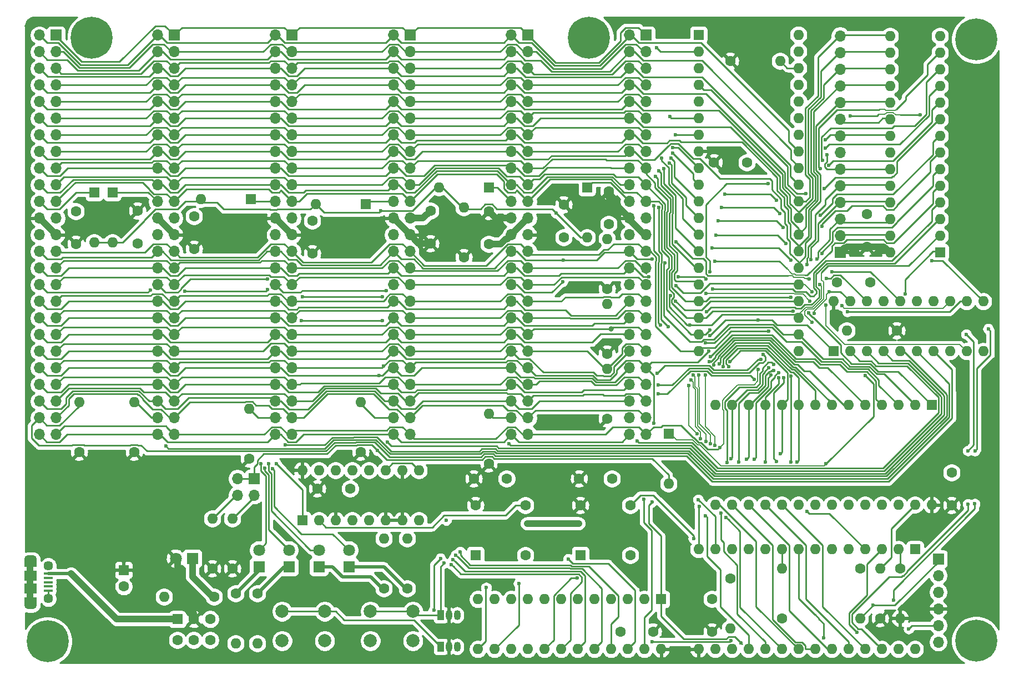
<source format=gbr>
G04 #@! TF.GenerationSoftware,KiCad,Pcbnew,(5.1.10-1-10_14)*
G04 #@! TF.CreationDate,2021-10-31T19:01:14+01:00*
G04 #@! TF.ProjectId,cpu_backplane,6370755f-6261-4636-9b70-6c616e652e6b,rev?*
G04 #@! TF.SameCoordinates,Original*
G04 #@! TF.FileFunction,Copper,L1,Top*
G04 #@! TF.FilePolarity,Positive*
%FSLAX46Y46*%
G04 Gerber Fmt 4.6, Leading zero omitted, Abs format (unit mm)*
G04 Created by KiCad (PCBNEW (5.1.10-1-10_14)) date 2021-10-31 19:01:14*
%MOMM*%
%LPD*%
G01*
G04 APERTURE LIST*
G04 #@! TA.AperFunction,ComponentPad*
%ADD10R,1.050000X1.500000*%
G04 #@! TD*
G04 #@! TA.AperFunction,ComponentPad*
%ADD11O,1.050000X1.500000*%
G04 #@! TD*
G04 #@! TA.AperFunction,ComponentPad*
%ADD12C,1.600000*%
G04 #@! TD*
G04 #@! TA.AperFunction,ComponentPad*
%ADD13O,1.600000X1.600000*%
G04 #@! TD*
G04 #@! TA.AperFunction,ComponentPad*
%ADD14R,1.600000X1.600000*%
G04 #@! TD*
G04 #@! TA.AperFunction,ComponentPad*
%ADD15O,1.700000X1.700000*%
G04 #@! TD*
G04 #@! TA.AperFunction,ComponentPad*
%ADD16R,1.700000X1.700000*%
G04 #@! TD*
G04 #@! TA.AperFunction,ComponentPad*
%ADD17C,1.800000*%
G04 #@! TD*
G04 #@! TA.AperFunction,ComponentPad*
%ADD18R,1.800000X1.800000*%
G04 #@! TD*
G04 #@! TA.AperFunction,ComponentPad*
%ADD19C,6.400000*%
G04 #@! TD*
G04 #@! TA.AperFunction,SMDPad,CuDef*
%ADD20R,1.900000X1.200000*%
G04 #@! TD*
G04 #@! TA.AperFunction,ComponentPad*
%ADD21O,1.900000X1.200000*%
G04 #@! TD*
G04 #@! TA.AperFunction,SMDPad,CuDef*
%ADD22R,1.900000X1.500000*%
G04 #@! TD*
G04 #@! TA.AperFunction,ComponentPad*
%ADD23C,1.450000*%
G04 #@! TD*
G04 #@! TA.AperFunction,SMDPad,CuDef*
%ADD24R,1.350000X0.400000*%
G04 #@! TD*
G04 #@! TA.AperFunction,ComponentPad*
%ADD25C,2.000000*%
G04 #@! TD*
G04 #@! TA.AperFunction,ViaPad*
%ADD26C,0.600000*%
G04 #@! TD*
G04 #@! TA.AperFunction,ViaPad*
%ADD27C,0.800000*%
G04 #@! TD*
G04 #@! TA.AperFunction,Conductor*
%ADD28C,0.250000*%
G04 #@! TD*
G04 #@! TA.AperFunction,Conductor*
%ADD29C,0.154000*%
G04 #@! TD*
G04 #@! TA.AperFunction,Conductor*
%ADD30C,1.000000*%
G04 #@! TD*
G04 #@! TA.AperFunction,Conductor*
%ADD31C,0.500000*%
G04 #@! TD*
G04 #@! TA.AperFunction,Conductor*
%ADD32C,0.254000*%
G04 #@! TD*
G04 #@! TA.AperFunction,Conductor*
%ADD33C,0.100000*%
G04 #@! TD*
G04 APERTURE END LIST*
D10*
G04 #@! TO.P,IC2,1*
G04 #@! TO.N,~NMI~*
X64008000Y-96774000D03*
D11*
G04 #@! TO.P,IC2,3*
G04 #@! TO.N,GND*
X66548000Y-96774000D03*
G04 #@! TO.P,IC2,2*
G04 #@! TO.N,+5V*
X65278000Y-96774000D03*
G04 #@! TD*
D10*
G04 #@! TO.P,IC1,1*
G04 #@! TO.N,~RESET~*
X64008000Y-91948000D03*
D11*
G04 #@! TO.P,IC1,3*
G04 #@! TO.N,GND*
X66548000Y-91948000D03*
G04 #@! TO.P,IC1,2*
G04 #@! TO.N,+5V*
X65278000Y-91948000D03*
G04 #@! TD*
D12*
G04 #@! TO.P,C18,2*
G04 #@! TO.N,GND*
X141986000Y-70184000D03*
G04 #@! TO.P,C18,1*
G04 #@! TO.N,+5V*
X141986000Y-75184000D03*
G04 #@! TD*
D13*
G04 #@! TO.P,R27,2*
G04 #@! TO.N,Net-(R27-Pad2)*
X115824000Y-7366000D03*
D12*
G04 #@! TO.P,R27,1*
G04 #@! TO.N,+5V*
X108204000Y-7366000D03*
G04 #@! TD*
D13*
G04 #@! TO.P,U8,28*
G04 #@! TO.N,+5V*
X138938000Y-75120500D03*
G04 #@! TO.P,U8,14*
G04 #@! TO.N,GND*
X105918000Y-59880500D03*
G04 #@! TO.P,U8,27*
G04 #@! TO.N,Net-(R23-Pad2)*
X136398000Y-75120500D03*
G04 #@! TO.P,U8,13*
G04 #@! TO.N,D2*
X108458000Y-59880500D03*
G04 #@! TO.P,U8,26*
G04 #@! TO.N,A13*
X133858000Y-75120500D03*
G04 #@! TO.P,U8,12*
G04 #@! TO.N,D1*
X110998000Y-59880500D03*
G04 #@! TO.P,U8,25*
G04 #@! TO.N,A8*
X131318000Y-75120500D03*
G04 #@! TO.P,U8,11*
G04 #@! TO.N,D0*
X113538000Y-59880500D03*
G04 #@! TO.P,U8,24*
G04 #@! TO.N,A9*
X128778000Y-75120500D03*
G04 #@! TO.P,U8,10*
G04 #@! TO.N,A0*
X116078000Y-59880500D03*
G04 #@! TO.P,U8,23*
G04 #@! TO.N,A11*
X126238000Y-75120500D03*
G04 #@! TO.P,U8,9*
G04 #@! TO.N,A1*
X118618000Y-59880500D03*
G04 #@! TO.P,U8,22*
G04 #@! TO.N,~ROM_CS~*
X123698000Y-75120500D03*
G04 #@! TO.P,U8,8*
G04 #@! TO.N,A2*
X121158000Y-59880500D03*
G04 #@! TO.P,U8,21*
G04 #@! TO.N,A10*
X121158000Y-75120500D03*
G04 #@! TO.P,U8,7*
G04 #@! TO.N,A3*
X123698000Y-59880500D03*
G04 #@! TO.P,U8,20*
G04 #@! TO.N,GND*
X118618000Y-75120500D03*
G04 #@! TO.P,U8,6*
G04 #@! TO.N,A4*
X126238000Y-59880500D03*
G04 #@! TO.P,U8,19*
G04 #@! TO.N,D7*
X116078000Y-75120500D03*
G04 #@! TO.P,U8,5*
G04 #@! TO.N,A5*
X128778000Y-59880500D03*
G04 #@! TO.P,U8,18*
G04 #@! TO.N,D6*
X113538000Y-75120500D03*
G04 #@! TO.P,U8,4*
G04 #@! TO.N,A6*
X131318000Y-59880500D03*
G04 #@! TO.P,U8,17*
G04 #@! TO.N,D5*
X110998000Y-75120500D03*
G04 #@! TO.P,U8,3*
G04 #@! TO.N,A7*
X133858000Y-59880500D03*
G04 #@! TO.P,U8,16*
G04 #@! TO.N,D4*
X108458000Y-75120500D03*
G04 #@! TO.P,U8,2*
G04 #@! TO.N,A12*
X136398000Y-59880500D03*
G04 #@! TO.P,U8,15*
G04 #@! TO.N,D3*
X105918000Y-75120500D03*
D14*
G04 #@! TO.P,U8,1*
G04 #@! TO.N,A14*
X138938000Y-59880500D03*
G04 #@! TD*
D13*
G04 #@! TO.P,R26,2*
G04 #@! TO.N,/~DSR~*
X128016000Y-92456000D03*
D12*
G04 #@! TO.P,R26,1*
G04 #@! TO.N,GND*
X128016000Y-84836000D03*
G04 #@! TD*
D13*
G04 #@! TO.P,R25,2*
G04 #@! TO.N,Net-(R25-Pad2)*
X108204000Y-93980000D03*
D12*
G04 #@! TO.P,R25,1*
G04 #@! TO.N,GND*
X108204000Y-86360000D03*
G04 #@! TD*
D13*
G04 #@! TO.P,R24,2*
G04 #@! TO.N,/~CTS~*
X116078000Y-84836000D03*
D12*
G04 #@! TO.P,R24,1*
G04 #@! TO.N,GND*
X116078000Y-92456000D03*
G04 #@! TD*
D13*
G04 #@! TO.P,R23,2*
G04 #@! TO.N,Net-(R23-Pad2)*
X131064000Y-84836000D03*
D12*
G04 #@! TO.P,R23,1*
G04 #@! TO.N,+5V*
X131064000Y-92456000D03*
G04 #@! TD*
D13*
G04 #@! TO.P,R22,2*
G04 #@! TO.N,~IRQ5~*
X8890000Y-59436000D03*
D12*
G04 #@! TO.P,R22,1*
G04 #@! TO.N,+5V*
X8890000Y-67056000D03*
G04 #@! TD*
D13*
G04 #@! TO.P,R21,2*
G04 #@! TO.N,~IRQ0~*
X125984000Y-48514000D03*
D12*
G04 #@! TO.P,R21,1*
G04 #@! TO.N,+5V*
X133604000Y-48514000D03*
G04 #@! TD*
D13*
G04 #@! TO.P,R18,2*
G04 #@! TO.N,/DS2*
X29210000Y-77216000D03*
D12*
G04 #@! TO.P,R18,1*
G04 #@! TO.N,+5V*
X29210000Y-84836000D03*
G04 #@! TD*
D13*
G04 #@! TO.P,R17,2*
G04 #@! TO.N,/DS1*
X32258000Y-77216000D03*
D12*
G04 #@! TO.P,R17,1*
G04 #@! TO.N,+5V*
X32258000Y-84836000D03*
G04 #@! TD*
D13*
G04 #@! TO.P,R15,2*
G04 #@! TO.N,+5V*
X134112000Y-92456000D03*
D12*
G04 #@! TO.P,R15,1*
G04 #@! TO.N,Net-(R15-Pad1)*
X134112000Y-84836000D03*
G04 #@! TD*
D13*
G04 #@! TO.P,R14,2*
G04 #@! TO.N,~INH~*
X89408000Y-34544000D03*
D12*
G04 #@! TO.P,R14,1*
G04 #@! TO.N,+5V*
X89408000Y-42164000D03*
G04 #@! TD*
D13*
G04 #@! TO.P,R13,2*
G04 #@! TO.N,GND*
X58928000Y-80264000D03*
D12*
G04 #@! TO.P,R13,1*
G04 #@! TO.N,Net-(LED4-Pad1)*
X58928000Y-87884000D03*
G04 #@! TD*
D13*
G04 #@! TO.P,R12,2*
G04 #@! TO.N,GND*
X55372000Y-80264000D03*
D12*
G04 #@! TO.P,R12,1*
G04 #@! TO.N,Net-(LED3-Pad1)*
X55372000Y-87884000D03*
G04 #@! TD*
D13*
G04 #@! TO.P,R11,2*
G04 #@! TO.N,GND*
X36068000Y-96266000D03*
D12*
G04 #@! TO.P,R11,1*
G04 #@! TO.N,Net-(LED2-Pad1)*
X36068000Y-88646000D03*
G04 #@! TD*
D13*
G04 #@! TO.P,R10,2*
G04 #@! TO.N,GND*
X32766000Y-96266000D03*
D12*
G04 #@! TO.P,R10,1*
G04 #@! TO.N,Net-(LED1-Pad1)*
X32766000Y-88646000D03*
G04 #@! TD*
D13*
G04 #@! TO.P,R9,2*
G04 #@! TO.N,GND*
X21844000Y-89154000D03*
D12*
G04 #@! TO.P,R9,1*
G04 #@! TO.N,Net-(D1-Pad1)*
X29464000Y-89154000D03*
G04 #@! TD*
D13*
G04 #@! TO.P,R8,2*
G04 #@! TO.N,BE*
X89408000Y-54356000D03*
D12*
G04 #@! TO.P,R8,1*
G04 #@! TO.N,+5V*
X89408000Y-61976000D03*
G04 #@! TD*
D13*
G04 #@! TO.P,R6,2*
G04 #@! TO.N,~IRQ1~*
X71374000Y-61214000D03*
D12*
G04 #@! TO.P,R6,1*
G04 #@! TO.N,+5V*
X71374000Y-68834000D03*
G04 #@! TD*
D13*
G04 #@! TO.P,R5,2*
G04 #@! TO.N,~IRQ2~*
X51816000Y-59436000D03*
D12*
G04 #@! TO.P,R5,1*
G04 #@! TO.N,+5V*
X51816000Y-67056000D03*
G04 #@! TD*
D13*
G04 #@! TO.P,R4,2*
G04 #@! TO.N,~IRQ3~*
X34798000Y-60452000D03*
D12*
G04 #@! TO.P,R4,1*
G04 #@! TO.N,+5V*
X34798000Y-68072000D03*
G04 #@! TD*
D13*
G04 #@! TO.P,R3,2*
G04 #@! TO.N,~IRQ4~*
X17272000Y-59436000D03*
D12*
G04 #@! TO.P,R3,1*
G04 #@! TO.N,+5V*
X17272000Y-67056000D03*
G04 #@! TD*
D13*
G04 #@! TO.P,R2,2*
G04 #@! TO.N,~SLOW~*
X67564000Y-29718000D03*
D12*
G04 #@! TO.P,R2,1*
G04 #@! TO.N,+5V*
X67564000Y-37338000D03*
G04 #@! TD*
D13*
G04 #@! TO.P,R1,2*
G04 #@! TO.N,RDY*
X89408000Y-44450000D03*
D12*
G04 #@! TO.P,R1,1*
G04 #@! TO.N,+5V*
X89408000Y-52070000D03*
G04 #@! TD*
D15*
G04 #@! TO.P,J4,14*
G04 #@! TO.N,D3*
X124968000Y-3556000D03*
G04 #@! TO.P,J4,13*
G04 #@! TO.N,D4*
X124968000Y-6096000D03*
G04 #@! TO.P,J4,12*
G04 #@! TO.N,D5*
X124968000Y-8636000D03*
G04 #@! TO.P,J4,11*
G04 #@! TO.N,D6*
X124968000Y-11176000D03*
G04 #@! TO.P,J4,10*
G04 #@! TO.N,D7*
X124968000Y-13716000D03*
G04 #@! TO.P,J4,9*
G04 #@! TO.N,~RAM_CS~*
X124968000Y-16256000D03*
G04 #@! TO.P,J4,8*
G04 #@! TO.N,A10*
X124968000Y-18796000D03*
G04 #@! TO.P,J4,7*
G04 #@! TO.N,GND*
X124968000Y-21336000D03*
G04 #@! TO.P,J4,6*
G04 #@! TO.N,A11*
X124968000Y-23876000D03*
G04 #@! TO.P,J4,5*
G04 #@! TO.N,A9*
X124968000Y-26416000D03*
G04 #@! TO.P,J4,4*
G04 #@! TO.N,A8*
X124968000Y-28956000D03*
G04 #@! TO.P,J4,3*
G04 #@! TO.N,A13*
X124968000Y-31496000D03*
G04 #@! TO.P,J4,2*
G04 #@! TO.N,~RAMW~*
X124968000Y-34036000D03*
D16*
G04 #@! TO.P,J4,1*
G04 #@! TO.N,+5V*
X124968000Y-36576000D03*
G04 #@! TD*
D12*
G04 #@! TO.P,C5,2*
G04 #@! TO.N,+5V*
X82804000Y-29290000D03*
G04 #@! TO.P,C5,1*
G04 #@! TO.N,GND*
X82804000Y-34290000D03*
G04 #@! TD*
D13*
G04 #@! TO.P,U7,28*
G04 #@! TO.N,+5V*
X132588000Y-36576000D03*
G04 #@! TO.P,U7,14*
G04 #@! TO.N,GND*
X140208000Y-3556000D03*
G04 #@! TO.P,U7,27*
G04 #@! TO.N,~RAMW~*
X132588000Y-34036000D03*
G04 #@! TO.P,U7,13*
G04 #@! TO.N,D2*
X140208000Y-6096000D03*
G04 #@! TO.P,U7,26*
G04 #@! TO.N,A13*
X132588000Y-31496000D03*
G04 #@! TO.P,U7,12*
G04 #@! TO.N,D1*
X140208000Y-8636000D03*
G04 #@! TO.P,U7,25*
G04 #@! TO.N,A8*
X132588000Y-28956000D03*
G04 #@! TO.P,U7,11*
G04 #@! TO.N,D0*
X140208000Y-11176000D03*
G04 #@! TO.P,U7,24*
G04 #@! TO.N,A9*
X132588000Y-26416000D03*
G04 #@! TO.P,U7,10*
G04 #@! TO.N,A0*
X140208000Y-13716000D03*
G04 #@! TO.P,U7,23*
G04 #@! TO.N,A11*
X132588000Y-23876000D03*
G04 #@! TO.P,U7,9*
G04 #@! TO.N,A1*
X140208000Y-16256000D03*
G04 #@! TO.P,U7,22*
G04 #@! TO.N,GND*
X132588000Y-21336000D03*
G04 #@! TO.P,U7,8*
G04 #@! TO.N,A2*
X140208000Y-18796000D03*
G04 #@! TO.P,U7,21*
G04 #@! TO.N,A10*
X132588000Y-18796000D03*
G04 #@! TO.P,U7,7*
G04 #@! TO.N,A3*
X140208000Y-21336000D03*
G04 #@! TO.P,U7,20*
G04 #@! TO.N,~RAM_CS~*
X132588000Y-16256000D03*
G04 #@! TO.P,U7,6*
G04 #@! TO.N,A4*
X140208000Y-23876000D03*
G04 #@! TO.P,U7,19*
G04 #@! TO.N,D7*
X132588000Y-13716000D03*
G04 #@! TO.P,U7,5*
G04 #@! TO.N,A5*
X140208000Y-26416000D03*
G04 #@! TO.P,U7,18*
G04 #@! TO.N,D6*
X132588000Y-11176000D03*
G04 #@! TO.P,U7,4*
G04 #@! TO.N,A6*
X140208000Y-28956000D03*
G04 #@! TO.P,U7,17*
G04 #@! TO.N,D5*
X132588000Y-8636000D03*
G04 #@! TO.P,U7,3*
G04 #@! TO.N,A7*
X140208000Y-31496000D03*
G04 #@! TO.P,U7,16*
G04 #@! TO.N,D4*
X132588000Y-6096000D03*
G04 #@! TO.P,U7,2*
G04 #@! TO.N,A12*
X140208000Y-34036000D03*
G04 #@! TO.P,U7,15*
G04 #@! TO.N,D3*
X132588000Y-3556000D03*
D14*
G04 #@! TO.P,U7,1*
G04 #@! TO.N,A14*
X140208000Y-36576000D03*
G04 #@! TD*
D17*
G04 #@! TO.P,LED4,2*
G04 #@! TO.N,LED4*
X50038000Y-82042000D03*
D18*
G04 #@! TO.P,LED4,1*
G04 #@! TO.N,Net-(LED4-Pad1)*
X50038000Y-84582000D03*
G04 #@! TD*
D17*
G04 #@! TO.P,LED3,2*
G04 #@! TO.N,LED3*
X45466000Y-82042000D03*
D18*
G04 #@! TO.P,LED3,1*
G04 #@! TO.N,Net-(LED3-Pad1)*
X45466000Y-84582000D03*
G04 #@! TD*
D17*
G04 #@! TO.P,LED2,2*
G04 #@! TO.N,LED2*
X40894000Y-82042000D03*
D18*
G04 #@! TO.P,LED2,1*
G04 #@! TO.N,Net-(LED2-Pad1)*
X40894000Y-84582000D03*
G04 #@! TD*
D17*
G04 #@! TO.P,LED1,2*
G04 #@! TO.N,LED1*
X36322000Y-82042000D03*
D18*
G04 #@! TO.P,LED1,1*
G04 #@! TO.N,Net-(LED1-Pad1)*
X36322000Y-84582000D03*
G04 #@! TD*
D17*
G04 #@! TO.P,D1,2*
G04 #@! TO.N,+5V*
X23622000Y-83312000D03*
D18*
G04 #@! TO.P,D1,1*
G04 #@! TO.N,Net-(D1-Pad1)*
X26162000Y-83312000D03*
G04 #@! TD*
D12*
G04 #@! TO.P,C17,2*
G04 #@! TO.N,+5V*
X85170000Y-71120000D03*
G04 #@! TO.P,C17,1*
G04 #@! TO.N,GND*
X90170000Y-71120000D03*
G04 #@! TD*
G04 #@! TO.P,X3,4*
G04 #@! TO.N,GND*
X92964000Y-82804000D03*
G04 #@! TO.P,X3,5*
G04 #@! TO.N,Net-(U9-Pad6)*
X92964000Y-75184000D03*
G04 #@! TO.P,X3,8*
G04 #@! TO.N,+5V*
X85344000Y-75184000D03*
D14*
G04 #@! TO.P,X3,1*
G04 #@! TO.N,Net-(X3-Pad1)*
X85344000Y-82804000D03*
G04 #@! TD*
D13*
G04 #@! TO.P,U5,20*
G04 #@! TO.N,+5V*
X123952000Y-44069000D03*
G04 #@! TO.P,U5,10*
G04 #@! TO.N,GND*
X146812000Y-51689000D03*
G04 #@! TO.P,U5,19*
G04 #@! TO.N,~IRQ~*
X126492000Y-44069000D03*
G04 #@! TO.P,U5,9*
G04 #@! TO.N,A15*
X144272000Y-51689000D03*
G04 #@! TO.P,U5,18*
G04 #@! TO.N,~RAM_CS~*
X129032000Y-44069000D03*
G04 #@! TO.P,U5,8*
G04 #@! TO.N,~SER_IRQ~*
X141732000Y-51689000D03*
G04 #@! TO.P,U5,17*
G04 #@! TO.N,~ROM_CS~*
X131572000Y-44069000D03*
G04 #@! TO.P,U5,7*
G04 #@! TO.N,~IRQ5~*
X139192000Y-51689000D03*
G04 #@! TO.P,U5,16*
G04 #@! TO.N,~RAMW~*
X134112000Y-44069000D03*
G04 #@! TO.P,U5,6*
G04 #@! TO.N,~IRQ4~*
X136652000Y-51689000D03*
G04 #@! TO.P,U5,15*
G04 #@! TO.N,Net-(U5-Pad15)*
X136652000Y-44069000D03*
G04 #@! TO.P,U5,5*
G04 #@! TO.N,~IRQ3~*
X134112000Y-51689000D03*
G04 #@! TO.P,U5,14*
G04 #@! TO.N,~SIRQ~*
X139192000Y-44069000D03*
G04 #@! TO.P,U5,4*
G04 #@! TO.N,~IRQ2~*
X131572000Y-51689000D03*
G04 #@! TO.P,U5,13*
G04 #@! TO.N,~INH~*
X141732000Y-44069000D03*
G04 #@! TO.P,U5,3*
G04 #@! TO.N,~IRQ1~*
X129032000Y-51689000D03*
G04 #@! TO.P,U5,12*
G04 #@! TO.N,~SSEL~*
X144272000Y-44069000D03*
G04 #@! TO.P,U5,2*
G04 #@! TO.N,~IRQ0~*
X126492000Y-51689000D03*
G04 #@! TO.P,U5,11*
G04 #@! TO.N,R~W~*
X146812000Y-44069000D03*
D14*
G04 #@! TO.P,U5,1*
G04 #@! TO.N,CLK*
X123952000Y-51689000D03*
G04 #@! TD*
D13*
G04 #@! TO.P,U1,16*
G04 #@! TO.N,+5V*
X42926000Y-69850000D03*
G04 #@! TO.P,U1,8*
G04 #@! TO.N,GND*
X60706000Y-77470000D03*
G04 #@! TO.P,U1,15*
G04 #@! TO.N,Net-(U1-Pad15)*
X45466000Y-69850000D03*
G04 #@! TO.P,U1,7*
G04 #@! TO.N,+5V*
X58166000Y-77470000D03*
G04 #@! TO.P,U1,14*
G04 #@! TO.N,CLK_12M*
X48006000Y-69850000D03*
G04 #@! TO.P,U1,6*
G04 #@! TO.N,+5V*
X55626000Y-77470000D03*
G04 #@! TO.P,U1,13*
G04 #@! TO.N,Net-(U1-Pad13)*
X50546000Y-69850000D03*
G04 #@! TO.P,U1,5*
G04 #@! TO.N,/DS2*
X53086000Y-77470000D03*
G04 #@! TO.P,U1,12*
G04 #@! TO.N,CLK*
X53086000Y-69850000D03*
G04 #@! TO.P,U1,4*
G04 #@! TO.N,/DS1*
X50546000Y-77470000D03*
G04 #@! TO.P,U1,11*
G04 #@! TO.N,Net-(U1-Pad11)*
X55626000Y-69850000D03*
G04 #@! TO.P,U1,3*
G04 #@! TO.N,+5V*
X48006000Y-77470000D03*
G04 #@! TO.P,U1,10*
X58166000Y-69850000D03*
G04 #@! TO.P,U1,2*
G04 #@! TO.N,/CLK_24M*
X45466000Y-77470000D03*
G04 #@! TO.P,U1,9*
G04 #@! TO.N,Net-(U1-Pad11)*
X60706000Y-69850000D03*
D14*
G04 #@! TO.P,U1,1*
G04 #@! TO.N,~RESET~*
X42926000Y-77470000D03*
G04 #@! TD*
D13*
G04 #@! TO.P,D8,2*
G04 #@! TO.N,~SLOW~*
X98806000Y-71882000D03*
D14*
G04 #@! TO.P,D8,1*
G04 #@! TO.N,~ROM_CS~*
X98806000Y-64262000D03*
G04 #@! TD*
D13*
G04 #@! TO.P,D7,2*
G04 #@! TO.N,~SLOW~*
X27432000Y-28448000D03*
D14*
G04 #@! TO.P,D7,1*
G04 #@! TO.N,Net-(D7-Pad1)*
X35052000Y-28448000D03*
G04 #@! TD*
D13*
G04 #@! TO.P,D6,2*
G04 #@! TO.N,~SLOW~*
X44958000Y-29210000D03*
D14*
G04 #@! TO.P,D6,1*
G04 #@! TO.N,Net-(D6-Pad1)*
X52578000Y-29210000D03*
G04 #@! TD*
D13*
G04 #@! TO.P,D5,2*
G04 #@! TO.N,~SLOW~*
X11176000Y-35052000D03*
D14*
G04 #@! TO.P,D5,1*
G04 #@! TO.N,Net-(D5-Pad1)*
X11176000Y-27432000D03*
G04 #@! TD*
D13*
G04 #@! TO.P,D4,2*
G04 #@! TO.N,~SLOW~*
X63754000Y-26670000D03*
D14*
G04 #@! TO.P,D4,1*
G04 #@! TO.N,Net-(D4-Pad1)*
X71374000Y-26670000D03*
G04 #@! TD*
D13*
G04 #@! TO.P,D3,2*
G04 #@! TO.N,~SLOW~*
X86360000Y-34290000D03*
D14*
G04 #@! TO.P,D3,1*
G04 #@! TO.N,Net-(D3-Pad1)*
X86360000Y-26670000D03*
G04 #@! TD*
D13*
G04 #@! TO.P,D2,2*
G04 #@! TO.N,~SLOW~*
X13970000Y-35052000D03*
D14*
G04 #@! TO.P,D2,1*
G04 #@! TO.N,Net-(D2-Pad1)*
X13970000Y-27432000D03*
G04 #@! TD*
D12*
G04 #@! TO.P,C16,2*
G04 #@! TO.N,+5V*
X96440000Y-94488000D03*
G04 #@! TO.P,C16,1*
G04 #@! TO.N,GND*
X91440000Y-94488000D03*
G04 #@! TD*
G04 #@! TO.P,C15,2*
G04 #@! TO.N,+5V*
X124540000Y-41148000D03*
G04 #@! TO.P,C15,1*
G04 #@! TO.N,GND*
X129540000Y-41148000D03*
G04 #@! TD*
G04 #@! TO.P,C14,2*
G04 #@! TO.N,GND*
X105410000Y-89488000D03*
G04 #@! TO.P,C14,1*
G04 #@! TO.N,+5V*
X105410000Y-94488000D03*
G04 #@! TD*
G04 #@! TO.P,C12,2*
G04 #@! TO.N,+5V*
X105744000Y-22860000D03*
G04 #@! TO.P,C12,1*
G04 #@! TO.N,GND*
X110744000Y-22860000D03*
G04 #@! TD*
G04 #@! TO.P,C11,2*
G04 #@! TO.N,+5V*
X71374000Y-30306000D03*
G04 #@! TO.P,C11,1*
G04 #@! TO.N,GND*
X71374000Y-35306000D03*
G04 #@! TD*
G04 #@! TO.P,C10,2*
G04 #@! TO.N,GND*
X26416000Y-31068000D03*
G04 #@! TO.P,C10,1*
G04 #@! TO.N,+5V*
X26416000Y-36068000D03*
G04 #@! TD*
G04 #@! TO.P,C9,2*
G04 #@! TO.N,+5V*
X129032000Y-35734000D03*
G04 #@! TO.P,C9,1*
G04 #@! TO.N,GND*
X129032000Y-30734000D03*
G04 #@! TD*
G04 #@! TO.P,C8,2*
G04 #@! TO.N,GND*
X17780000Y-35226000D03*
G04 #@! TO.P,C8,1*
G04 #@! TO.N,+5V*
X17780000Y-30226000D03*
G04 #@! TD*
G04 #@! TO.P,C7,2*
G04 #@! TO.N,GND*
X8382000Y-30306000D03*
G04 #@! TO.P,C7,1*
G04 #@! TO.N,+5V*
X8382000Y-35306000D03*
G04 #@! TD*
G04 #@! TO.P,C6,2*
G04 #@! TO.N,+5V*
X44450000Y-36750000D03*
G04 #@! TO.P,C6,1*
G04 #@! TO.N,GND*
X44450000Y-31750000D03*
G04 #@! TD*
G04 #@! TO.P,C4,2*
G04 #@! TO.N,GND*
X74088000Y-71120000D03*
G04 #@! TO.P,C4,1*
G04 #@! TO.N,+5V*
X69088000Y-71120000D03*
G04 #@! TD*
G04 #@! TO.P,C3,2*
G04 #@! TO.N,+5V*
X62484000Y-35226000D03*
G04 #@! TO.P,C3,1*
G04 #@! TO.N,GND*
X62484000Y-30226000D03*
G04 #@! TD*
G04 #@! TO.P,C2,2*
G04 #@! TO.N,GND*
X50212000Y-72644000D03*
G04 #@! TO.P,C2,1*
G04 #@! TO.N,+5V*
X45212000Y-72644000D03*
G04 #@! TD*
G04 #@! TO.P,C1,2*
G04 #@! TO.N,+5V*
X89662000Y-27258000D03*
G04 #@! TO.P,C1,1*
G04 #@! TO.N,GND*
X89662000Y-32258000D03*
G04 #@! TD*
D15*
G04 #@! TO.P,SLOT0,50*
G04 #@! TO.N,~NMI~*
X92837000Y-64389000D03*
G04 #@! TO.P,SLOT0,49*
G04 #@! TO.N,~RESET~*
X95377000Y-64389000D03*
G04 #@! TO.P,SLOT0,48*
G04 #@! TO.N,~IRQ0~*
X92837000Y-61849000D03*
G04 #@! TO.P,SLOT0,47*
G04 #@! TO.N,SYNC*
X95377000Y-61849000D03*
G04 #@! TO.P,SLOT0,46*
G04 #@! TO.N,EX3*
X92837000Y-59309000D03*
G04 #@! TO.P,SLOT0,45*
G04 #@! TO.N,~IRQ~*
X95377000Y-59309000D03*
G04 #@! TO.P,SLOT0,44*
G04 #@! TO.N,EX2*
X92837000Y-56769000D03*
G04 #@! TO.P,SLOT0,43*
G04 #@! TO.N,R~W~*
X95377000Y-56769000D03*
G04 #@! TO.P,SLOT0,42*
G04 #@! TO.N,CLK_12M*
X92837000Y-54229000D03*
G04 #@! TO.P,SLOT0,41*
G04 #@! TO.N,CLK*
X95377000Y-54229000D03*
G04 #@! TO.P,SLOT0,40*
G04 #@! TO.N,LED4*
X92837000Y-51689000D03*
G04 #@! TO.P,SLOT0,39*
G04 #@! TO.N,BE*
X95377000Y-51689000D03*
G04 #@! TO.P,SLOT0,38*
G04 #@! TO.N,LED3*
X92837000Y-49149000D03*
G04 #@! TO.P,SLOT0,37*
G04 #@! TO.N,RDY*
X95377000Y-49149000D03*
G04 #@! TO.P,SLOT0,36*
G04 #@! TO.N,LED2*
X92837000Y-46609000D03*
G04 #@! TO.P,SLOT0,35*
G04 #@! TO.N,A15*
X95377000Y-46609000D03*
G04 #@! TO.P,SLOT0,34*
G04 #@! TO.N,LED1*
X92837000Y-44069000D03*
G04 #@! TO.P,SLOT0,33*
G04 #@! TO.N,A14*
X95377000Y-44069000D03*
G04 #@! TO.P,SLOT0,32*
G04 #@! TO.N,~SLOT0~*
X92837000Y-41529000D03*
G04 #@! TO.P,SLOT0,31*
G04 #@! TO.N,A13*
X95377000Y-41529000D03*
G04 #@! TO.P,SLOT0,30*
G04 #@! TO.N,~INH~*
X92837000Y-38989000D03*
G04 #@! TO.P,SLOT0,29*
G04 #@! TO.N,A12*
X95377000Y-38989000D03*
G04 #@! TO.P,SLOT0,28*
G04 #@! TO.N,~SSEL~*
X92837000Y-36449000D03*
G04 #@! TO.P,SLOT0,27*
G04 #@! TO.N,A11*
X95377000Y-36449000D03*
G04 #@! TO.P,SLOT0,26*
G04 #@! TO.N,GND*
X92837000Y-33909000D03*
G04 #@! TO.P,SLOT0,25*
G04 #@! TO.N,+5V*
X95377000Y-33909000D03*
G04 #@! TO.P,SLOT0,24*
X92837000Y-31369000D03*
G04 #@! TO.P,SLOT0,23*
G04 #@! TO.N,GND*
X95377000Y-31369000D03*
G04 #@! TO.P,SLOT0,22*
G04 #@! TO.N,Net-(D3-Pad1)*
X92837000Y-28829000D03*
G04 #@! TO.P,SLOT0,21*
G04 #@! TO.N,A10*
X95377000Y-28829000D03*
G04 #@! TO.P,SLOT0,20*
G04 #@! TO.N,EX1*
X92837000Y-26289000D03*
G04 #@! TO.P,SLOT0,19*
G04 #@! TO.N,A9*
X95377000Y-26289000D03*
G04 #@! TO.P,SLOT0,18*
G04 #@! TO.N,EX0*
X92837000Y-23749000D03*
G04 #@! TO.P,SLOT0,17*
G04 #@! TO.N,A8*
X95377000Y-23749000D03*
G04 #@! TO.P,SLOT0,16*
G04 #@! TO.N,D7*
X92837000Y-21209000D03*
G04 #@! TO.P,SLOT0,15*
G04 #@! TO.N,A7*
X95377000Y-21209000D03*
G04 #@! TO.P,SLOT0,14*
G04 #@! TO.N,D6*
X92837000Y-18669000D03*
G04 #@! TO.P,SLOT0,13*
G04 #@! TO.N,A6*
X95377000Y-18669000D03*
G04 #@! TO.P,SLOT0,12*
G04 #@! TO.N,D5*
X92837000Y-16129000D03*
G04 #@! TO.P,SLOT0,11*
G04 #@! TO.N,A5*
X95377000Y-16129000D03*
G04 #@! TO.P,SLOT0,10*
G04 #@! TO.N,D4*
X92837000Y-13589000D03*
G04 #@! TO.P,SLOT0,9*
G04 #@! TO.N,A4*
X95377000Y-13589000D03*
G04 #@! TO.P,SLOT0,8*
G04 #@! TO.N,D3*
X92837000Y-11049000D03*
G04 #@! TO.P,SLOT0,7*
G04 #@! TO.N,A3*
X95377000Y-11049000D03*
G04 #@! TO.P,SLOT0,6*
G04 #@! TO.N,D2*
X92837000Y-8509000D03*
G04 #@! TO.P,SLOT0,5*
G04 #@! TO.N,A2*
X95377000Y-8509000D03*
G04 #@! TO.P,SLOT0,4*
G04 #@! TO.N,D1*
X92837000Y-5969000D03*
G04 #@! TO.P,SLOT0,3*
G04 #@! TO.N,A1*
X95377000Y-5969000D03*
G04 #@! TO.P,SLOT0,2*
G04 #@! TO.N,D0*
X92837000Y-3429000D03*
D16*
G04 #@! TO.P,SLOT0,1*
G04 #@! TO.N,A0*
X95377000Y-3429000D03*
G04 #@! TD*
D15*
G04 #@! TO.P,J3,6*
G04 #@! TO.N,GND*
X139954000Y-96075500D03*
G04 #@! TO.P,J3,5*
G04 #@! TO.N,/~RTS~*
X139954000Y-93535500D03*
G04 #@! TO.P,J3,4*
G04 #@! TO.N,+5V*
X139954000Y-90995500D03*
G04 #@! TO.P,J3,3*
G04 #@! TO.N,/RX*
X139954000Y-88455500D03*
G04 #@! TO.P,J3,2*
G04 #@! TO.N,/TX*
X139954000Y-85915500D03*
D16*
G04 #@! TO.P,J3,1*
G04 #@! TO.N,/~DSR~*
X139954000Y-83375500D03*
G04 #@! TD*
D19*
G04 #@! TO.P,H6,1*
G04 #@! TO.N,GND*
X145732500Y-4064000D03*
G04 #@! TD*
G04 #@! TO.P,H5,1*
G04 #@! TO.N,GND*
X145732500Y-95885000D03*
G04 #@! TD*
D13*
G04 #@! TO.P,U9,28*
G04 #@! TO.N,R~W~*
X136398000Y-97155000D03*
G04 #@! TO.P,U9,14*
G04 #@! TO.N,A1*
X103378000Y-81915000D03*
G04 #@! TO.P,U9,27*
G04 #@! TO.N,CLK*
X133858000Y-97155000D03*
G04 #@! TO.P,U9,13*
G04 #@! TO.N,A0*
X105918000Y-81915000D03*
G04 #@! TO.P,U9,26*
G04 #@! TO.N,~SIRQ~*
X131318000Y-97155000D03*
G04 #@! TO.P,U9,12*
G04 #@! TO.N,/RX*
X108458000Y-81915000D03*
G04 #@! TO.P,U9,25*
G04 #@! TO.N,D7*
X128778000Y-97155000D03*
G04 #@! TO.P,U9,11*
G04 #@! TO.N,Net-(U9-Pad11)*
X110998000Y-81915000D03*
G04 #@! TO.P,U9,24*
G04 #@! TO.N,D6*
X126238000Y-97155000D03*
G04 #@! TO.P,U9,10*
G04 #@! TO.N,/TX*
X113538000Y-81915000D03*
G04 #@! TO.P,U9,23*
G04 #@! TO.N,D5*
X123698000Y-97155000D03*
G04 #@! TO.P,U9,9*
G04 #@! TO.N,/~CTS~*
X116078000Y-81915000D03*
G04 #@! TO.P,U9,22*
G04 #@! TO.N,D4*
X121158000Y-97155000D03*
G04 #@! TO.P,U9,8*
G04 #@! TO.N,/~RTS~*
X118618000Y-81915000D03*
G04 #@! TO.P,U9,21*
G04 #@! TO.N,D3*
X118618000Y-97155000D03*
G04 #@! TO.P,U9,7*
G04 #@! TO.N,Net-(U9-Pad7)*
X121158000Y-81915000D03*
G04 #@! TO.P,U9,20*
G04 #@! TO.N,D2*
X116078000Y-97155000D03*
G04 #@! TO.P,U9,6*
G04 #@! TO.N,Net-(U9-Pad6)*
X123698000Y-81915000D03*
G04 #@! TO.P,U9,19*
G04 #@! TO.N,D1*
X113538000Y-97155000D03*
G04 #@! TO.P,U9,5*
G04 #@! TO.N,Net-(U9-Pad5)*
X126238000Y-81915000D03*
G04 #@! TO.P,U9,18*
G04 #@! TO.N,D0*
X110998000Y-97155000D03*
G04 #@! TO.P,U9,4*
G04 #@! TO.N,~RESET~*
X128778000Y-81915000D03*
G04 #@! TO.P,U9,17*
G04 #@! TO.N,/~DSR~*
X108458000Y-97155000D03*
G04 #@! TO.P,U9,3*
G04 #@! TO.N,~SER~*
X131318000Y-81915000D03*
G04 #@! TO.P,U9,16*
G04 #@! TO.N,Net-(R25-Pad2)*
X105918000Y-97155000D03*
G04 #@! TO.P,U9,2*
G04 #@! TO.N,Net-(R15-Pad1)*
X133858000Y-81915000D03*
G04 #@! TO.P,U9,15*
G04 #@! TO.N,+5V*
X103378000Y-97155000D03*
D14*
G04 #@! TO.P,U9,1*
G04 #@! TO.N,GND*
X136398000Y-81915000D03*
G04 #@! TD*
D13*
G04 #@! TO.P,U6,40*
G04 #@! TO.N,~RESET~*
X118618000Y-3365500D03*
G04 #@! TO.P,U6,20*
G04 #@! TO.N,A11*
X103378000Y-51625500D03*
G04 #@! TO.P,U6,39*
G04 #@! TO.N,Net-(U6-Pad39)*
X118618000Y-5905500D03*
G04 #@! TO.P,U6,19*
G04 #@! TO.N,A10*
X103378000Y-49085500D03*
G04 #@! TO.P,U6,38*
G04 #@! TO.N,Net-(R27-Pad2)*
X118618000Y-8445500D03*
G04 #@! TO.P,U6,18*
G04 #@! TO.N,A9*
X103378000Y-46545500D03*
G04 #@! TO.P,U6,37*
G04 #@! TO.N,CLK*
X118618000Y-10985500D03*
G04 #@! TO.P,U6,17*
G04 #@! TO.N,A8*
X103378000Y-44005500D03*
G04 #@! TO.P,U6,36*
G04 #@! TO.N,BE*
X118618000Y-13525500D03*
G04 #@! TO.P,U6,16*
G04 #@! TO.N,A7*
X103378000Y-41465500D03*
G04 #@! TO.P,U6,35*
G04 #@! TO.N,Net-(U6-Pad35)*
X118618000Y-16065500D03*
G04 #@! TO.P,U6,15*
G04 #@! TO.N,A6*
X103378000Y-38925500D03*
G04 #@! TO.P,U6,34*
G04 #@! TO.N,R~W~*
X118618000Y-18605500D03*
G04 #@! TO.P,U6,14*
G04 #@! TO.N,A5*
X103378000Y-36385500D03*
G04 #@! TO.P,U6,33*
G04 #@! TO.N,D0*
X118618000Y-21145500D03*
G04 #@! TO.P,U6,13*
G04 #@! TO.N,A4*
X103378000Y-33845500D03*
G04 #@! TO.P,U6,32*
G04 #@! TO.N,D1*
X118618000Y-23685500D03*
G04 #@! TO.P,U6,12*
G04 #@! TO.N,A3*
X103378000Y-31305500D03*
G04 #@! TO.P,U6,31*
G04 #@! TO.N,D2*
X118618000Y-26225500D03*
G04 #@! TO.P,U6,11*
G04 #@! TO.N,A2*
X103378000Y-28765500D03*
G04 #@! TO.P,U6,30*
G04 #@! TO.N,D3*
X118618000Y-28765500D03*
G04 #@! TO.P,U6,10*
G04 #@! TO.N,A1*
X103378000Y-26225500D03*
G04 #@! TO.P,U6,29*
G04 #@! TO.N,D4*
X118618000Y-31305500D03*
G04 #@! TO.P,U6,9*
G04 #@! TO.N,A0*
X103378000Y-23685500D03*
G04 #@! TO.P,U6,28*
G04 #@! TO.N,D5*
X118618000Y-33845500D03*
G04 #@! TO.P,U6,8*
G04 #@! TO.N,+5V*
X103378000Y-21145500D03*
G04 #@! TO.P,U6,27*
G04 #@! TO.N,D6*
X118618000Y-36385500D03*
G04 #@! TO.P,U6,7*
G04 #@! TO.N,SYNC*
X103378000Y-18605500D03*
G04 #@! TO.P,U6,26*
G04 #@! TO.N,D7*
X118618000Y-38925500D03*
G04 #@! TO.P,U6,6*
G04 #@! TO.N,~NMI~*
X103378000Y-16065500D03*
G04 #@! TO.P,U6,25*
G04 #@! TO.N,A15*
X118618000Y-41465500D03*
G04 #@! TO.P,U6,5*
G04 #@! TO.N,Net-(U6-Pad5)*
X103378000Y-13525500D03*
G04 #@! TO.P,U6,24*
G04 #@! TO.N,A14*
X118618000Y-44005500D03*
G04 #@! TO.P,U6,4*
G04 #@! TO.N,~IRQ~*
X103378000Y-10985500D03*
G04 #@! TO.P,U6,23*
G04 #@! TO.N,A13*
X118618000Y-46545500D03*
G04 #@! TO.P,U6,3*
G04 #@! TO.N,Net-(U6-Pad3)*
X103378000Y-8445500D03*
G04 #@! TO.P,U6,22*
G04 #@! TO.N,A12*
X118618000Y-49085500D03*
G04 #@! TO.P,U6,2*
G04 #@! TO.N,RDY*
X103378000Y-5905500D03*
G04 #@! TO.P,U6,21*
G04 #@! TO.N,GND*
X118618000Y-51625500D03*
D14*
G04 #@! TO.P,U6,1*
G04 #@! TO.N,Net-(U6-Pad1)*
X103378000Y-3365500D03*
G04 #@! TD*
D19*
G04 #@! TO.P,H3,1*
G04 #@! TO.N,GND*
X10795000Y-3810000D03*
G04 #@! TD*
G04 #@! TO.P,H2,1*
G04 #@! TO.N,GND*
X4064000Y-95948500D03*
G04 #@! TD*
G04 #@! TO.P,H1,1*
G04 #@! TO.N,GND*
X86677500Y-3810000D03*
G04 #@! TD*
D15*
G04 #@! TO.P,J2,4*
G04 #@! TO.N,/DS2*
X33020000Y-73660000D03*
G04 #@! TO.P,J2,3*
G04 #@! TO.N,~SLOW~*
X33020000Y-71120000D03*
G04 #@! TO.P,J2,2*
G04 #@! TO.N,/DS1*
X35560000Y-73660000D03*
D16*
G04 #@! TO.P,J2,1*
G04 #@! TO.N,~SLOW~*
X35560000Y-71120000D03*
G04 #@! TD*
D12*
G04 #@! TO.P,X1,4*
G04 #@! TO.N,GND*
X76962000Y-82804000D03*
G04 #@! TO.P,X1,5*
G04 #@! TO.N,/CLK_24M*
X76962000Y-75184000D03*
G04 #@! TO.P,X1,8*
G04 #@! TO.N,+5V*
X69342000Y-75184000D03*
D14*
G04 #@! TO.P,X1,1*
G04 #@! TO.N,Net-(X1-Pad1)*
X69342000Y-82804000D03*
G04 #@! TD*
D20*
G04 #@! TO.P,J1,6*
G04 #@! TO.N,GND*
X1493000Y-84031500D03*
X1493000Y-89831500D03*
D21*
X1493000Y-90431500D03*
X1493000Y-83431500D03*
D22*
X1493000Y-85931500D03*
D23*
X4193000Y-89431500D03*
D24*
G04 #@! TO.P,J1,3*
G04 #@! TO.N,Net-(J1-Pad3)*
X4193000Y-86931500D03*
G04 #@! TO.P,J1,4*
G04 #@! TO.N,Net-(J1-Pad4)*
X4193000Y-87581500D03*
G04 #@! TO.P,J1,5*
G04 #@! TO.N,GND*
X4193000Y-88231500D03*
G04 #@! TO.P,J1,1*
G04 #@! TO.N,Net-(J1-Pad1)*
X4193000Y-85631500D03*
G04 #@! TO.P,J1,2*
G04 #@! TO.N,Net-(J1-Pad2)*
X4193000Y-86281500D03*
D23*
G04 #@! TO.P,J1,6*
G04 #@! TO.N,GND*
X4193000Y-84431500D03*
D22*
X1493000Y-87931500D03*
G04 #@! TD*
D13*
G04 #@! TO.P,U4,24*
G04 #@! TO.N,+5V*
X97663000Y-97155000D03*
G04 #@! TO.P,U4,12*
G04 #@! TO.N,GND*
X69723000Y-89535000D03*
G04 #@! TO.P,U4,23*
G04 #@! TO.N,~SLOT0~*
X95123000Y-97155000D03*
G04 #@! TO.P,U4,11*
G04 #@! TO.N,A13*
X72263000Y-89535000D03*
G04 #@! TO.P,U4,22*
G04 #@! TO.N,~SLOT1~*
X92583000Y-97155000D03*
G04 #@! TO.P,U4,10*
G04 #@! TO.N,A12*
X74803000Y-89535000D03*
G04 #@! TO.P,U4,21*
G04 #@! TO.N,~SLOT2~*
X90043000Y-97155000D03*
G04 #@! TO.P,U4,9*
G04 #@! TO.N,A11*
X77343000Y-89535000D03*
G04 #@! TO.P,U4,20*
G04 #@! TO.N,~SLOT3~*
X87503000Y-97155000D03*
G04 #@! TO.P,U4,8*
G04 #@! TO.N,A10*
X79883000Y-89535000D03*
G04 #@! TO.P,U4,19*
G04 #@! TO.N,~SLOT4~*
X84963000Y-97155000D03*
G04 #@! TO.P,U4,7*
G04 #@! TO.N,A9*
X82423000Y-89535000D03*
G04 #@! TO.P,U4,18*
G04 #@! TO.N,~SLOT5~*
X82423000Y-97155000D03*
G04 #@! TO.P,U4,6*
G04 #@! TO.N,A8*
X84963000Y-89535000D03*
G04 #@! TO.P,U4,17*
G04 #@! TO.N,~SSEL~*
X79883000Y-97155000D03*
G04 #@! TO.P,U4,5*
G04 #@! TO.N,A7*
X87503000Y-89535000D03*
G04 #@! TO.P,U4,16*
G04 #@! TO.N,Net-(U4-Pad16)*
X77343000Y-97155000D03*
G04 #@! TO.P,U4,4*
G04 #@! TO.N,A6*
X90043000Y-89535000D03*
G04 #@! TO.P,U4,15*
G04 #@! TO.N,~SER~*
X74803000Y-97155000D03*
G04 #@! TO.P,U4,3*
G04 #@! TO.N,A5*
X92583000Y-89535000D03*
G04 #@! TO.P,U4,14*
G04 #@! TO.N,A15*
X72263000Y-97155000D03*
G04 #@! TO.P,U4,2*
G04 #@! TO.N,A4*
X95123000Y-89535000D03*
G04 #@! TO.P,U4,13*
G04 #@! TO.N,A14*
X69723000Y-97155000D03*
D14*
G04 #@! TO.P,U4,1*
G04 #@! TO.N,CLK*
X97663000Y-89535000D03*
G04 #@! TD*
D25*
G04 #@! TO.P,RESET1,1*
G04 #@! TO.N,GND*
X53317000Y-95885000D03*
G04 #@! TO.P,RESET1,2*
G04 #@! TO.N,~RESET~*
X53317000Y-91385000D03*
G04 #@! TO.P,RESET1,1*
G04 #@! TO.N,GND*
X59817000Y-95885000D03*
G04 #@! TO.P,RESET1,2*
G04 #@! TO.N,~RESET~*
X59817000Y-91385000D03*
G04 #@! TD*
G04 #@! TO.P,NMI1,1*
G04 #@! TO.N,GND*
X39855000Y-95885000D03*
G04 #@! TO.P,NMI1,2*
G04 #@! TO.N,~NMI~*
X39855000Y-91385000D03*
G04 #@! TO.P,NMI1,1*
G04 #@! TO.N,GND*
X46355000Y-95885000D03*
G04 #@! TO.P,NMI1,2*
G04 #@! TO.N,~NMI~*
X46355000Y-91385000D03*
G04 #@! TD*
D12*
G04 #@! TO.P,C13,2*
G04 #@! TO.N,GND*
X15684500Y-87590000D03*
D14*
G04 #@! TO.P,C13,1*
G04 #@! TO.N,+5V*
X15684500Y-85090000D03*
G04 #@! TD*
D12*
G04 #@! TO.P,SW1,6*
G04 #@! TO.N,N/C*
X28876000Y-95783000D03*
G04 #@! TO.P,SW1,5*
X26376000Y-95783000D03*
G04 #@! TO.P,SW1,4*
X23876000Y-95783000D03*
G04 #@! TO.P,SW1,3*
X28876000Y-92583000D03*
G04 #@! TO.P,SW1,2*
G04 #@! TO.N,+5V*
X26376000Y-92583000D03*
D14*
G04 #@! TO.P,SW1,1*
G04 #@! TO.N,Net-(J1-Pad1)*
X23876000Y-92583000D03*
G04 #@! TD*
D15*
G04 #@! TO.P,SLOT5,50*
G04 #@! TO.N,~NMI~*
X2837000Y-64389000D03*
G04 #@! TO.P,SLOT5,49*
G04 #@! TO.N,~RESET~*
X5377000Y-64389000D03*
G04 #@! TO.P,SLOT5,48*
G04 #@! TO.N,~IRQ5~*
X2837000Y-61849000D03*
G04 #@! TO.P,SLOT5,47*
G04 #@! TO.N,SYNC*
X5377000Y-61849000D03*
G04 #@! TO.P,SLOT5,46*
G04 #@! TO.N,EX3*
X2837000Y-59309000D03*
G04 #@! TO.P,SLOT5,45*
G04 #@! TO.N,~IRQ~*
X5377000Y-59309000D03*
G04 #@! TO.P,SLOT5,44*
G04 #@! TO.N,EX2*
X2837000Y-56769000D03*
G04 #@! TO.P,SLOT5,43*
G04 #@! TO.N,R~W~*
X5377000Y-56769000D03*
G04 #@! TO.P,SLOT5,42*
G04 #@! TO.N,CLK_12M*
X2837000Y-54229000D03*
G04 #@! TO.P,SLOT5,41*
G04 #@! TO.N,CLK*
X5377000Y-54229000D03*
G04 #@! TO.P,SLOT5,40*
G04 #@! TO.N,LED4*
X2837000Y-51689000D03*
G04 #@! TO.P,SLOT5,39*
G04 #@! TO.N,BE*
X5377000Y-51689000D03*
G04 #@! TO.P,SLOT5,38*
G04 #@! TO.N,LED3*
X2837000Y-49149000D03*
G04 #@! TO.P,SLOT5,37*
G04 #@! TO.N,RDY*
X5377000Y-49149000D03*
G04 #@! TO.P,SLOT5,36*
G04 #@! TO.N,LED2*
X2837000Y-46609000D03*
G04 #@! TO.P,SLOT5,35*
G04 #@! TO.N,A15*
X5377000Y-46609000D03*
G04 #@! TO.P,SLOT5,34*
G04 #@! TO.N,LED1*
X2837000Y-44069000D03*
G04 #@! TO.P,SLOT5,33*
G04 #@! TO.N,A14*
X5377000Y-44069000D03*
G04 #@! TO.P,SLOT5,32*
G04 #@! TO.N,~SLOT5~*
X2837000Y-41529000D03*
G04 #@! TO.P,SLOT5,31*
G04 #@! TO.N,A13*
X5377000Y-41529000D03*
G04 #@! TO.P,SLOT5,30*
G04 #@! TO.N,~INH~*
X2837000Y-38989000D03*
G04 #@! TO.P,SLOT5,29*
G04 #@! TO.N,A12*
X5377000Y-38989000D03*
G04 #@! TO.P,SLOT5,28*
G04 #@! TO.N,~SSEL~*
X2837000Y-36449000D03*
G04 #@! TO.P,SLOT5,27*
G04 #@! TO.N,A11*
X5377000Y-36449000D03*
G04 #@! TO.P,SLOT5,26*
G04 #@! TO.N,GND*
X2837000Y-33909000D03*
G04 #@! TO.P,SLOT5,25*
G04 #@! TO.N,+5V*
X5377000Y-33909000D03*
G04 #@! TO.P,SLOT5,24*
X2837000Y-31369000D03*
G04 #@! TO.P,SLOT5,23*
G04 #@! TO.N,GND*
X5377000Y-31369000D03*
G04 #@! TO.P,SLOT5,22*
G04 #@! TO.N,Net-(D5-Pad1)*
X2837000Y-28829000D03*
G04 #@! TO.P,SLOT5,21*
G04 #@! TO.N,A10*
X5377000Y-28829000D03*
G04 #@! TO.P,SLOT5,20*
G04 #@! TO.N,EX1*
X2837000Y-26289000D03*
G04 #@! TO.P,SLOT5,19*
G04 #@! TO.N,A9*
X5377000Y-26289000D03*
G04 #@! TO.P,SLOT5,18*
G04 #@! TO.N,EX0*
X2837000Y-23749000D03*
G04 #@! TO.P,SLOT5,17*
G04 #@! TO.N,A8*
X5377000Y-23749000D03*
G04 #@! TO.P,SLOT5,16*
G04 #@! TO.N,D7*
X2837000Y-21209000D03*
G04 #@! TO.P,SLOT5,15*
G04 #@! TO.N,A7*
X5377000Y-21209000D03*
G04 #@! TO.P,SLOT5,14*
G04 #@! TO.N,D6*
X2837000Y-18669000D03*
G04 #@! TO.P,SLOT5,13*
G04 #@! TO.N,A6*
X5377000Y-18669000D03*
G04 #@! TO.P,SLOT5,12*
G04 #@! TO.N,D5*
X2837000Y-16129000D03*
G04 #@! TO.P,SLOT5,11*
G04 #@! TO.N,A5*
X5377000Y-16129000D03*
G04 #@! TO.P,SLOT5,10*
G04 #@! TO.N,D4*
X2837000Y-13589000D03*
G04 #@! TO.P,SLOT5,9*
G04 #@! TO.N,A4*
X5377000Y-13589000D03*
G04 #@! TO.P,SLOT5,8*
G04 #@! TO.N,D3*
X2837000Y-11049000D03*
G04 #@! TO.P,SLOT5,7*
G04 #@! TO.N,A3*
X5377000Y-11049000D03*
G04 #@! TO.P,SLOT5,6*
G04 #@! TO.N,D2*
X2837000Y-8509000D03*
G04 #@! TO.P,SLOT5,5*
G04 #@! TO.N,A2*
X5377000Y-8509000D03*
G04 #@! TO.P,SLOT5,4*
G04 #@! TO.N,D1*
X2837000Y-5969000D03*
G04 #@! TO.P,SLOT5,3*
G04 #@! TO.N,A1*
X5377000Y-5969000D03*
G04 #@! TO.P,SLOT5,2*
G04 #@! TO.N,D0*
X2837000Y-3429000D03*
D16*
G04 #@! TO.P,SLOT5,1*
G04 #@! TO.N,A0*
X5377000Y-3429000D03*
G04 #@! TD*
D15*
G04 #@! TO.P,SLOT4,50*
G04 #@! TO.N,~NMI~*
X20837000Y-64389000D03*
G04 #@! TO.P,SLOT4,49*
G04 #@! TO.N,~RESET~*
X23377000Y-64389000D03*
G04 #@! TO.P,SLOT4,48*
G04 #@! TO.N,~IRQ4~*
X20837000Y-61849000D03*
G04 #@! TO.P,SLOT4,47*
G04 #@! TO.N,SYNC*
X23377000Y-61849000D03*
G04 #@! TO.P,SLOT4,46*
G04 #@! TO.N,EX3*
X20837000Y-59309000D03*
G04 #@! TO.P,SLOT4,45*
G04 #@! TO.N,~IRQ~*
X23377000Y-59309000D03*
G04 #@! TO.P,SLOT4,44*
G04 #@! TO.N,EX2*
X20837000Y-56769000D03*
G04 #@! TO.P,SLOT4,43*
G04 #@! TO.N,R~W~*
X23377000Y-56769000D03*
G04 #@! TO.P,SLOT4,42*
G04 #@! TO.N,CLK_12M*
X20837000Y-54229000D03*
G04 #@! TO.P,SLOT4,41*
G04 #@! TO.N,CLK*
X23377000Y-54229000D03*
G04 #@! TO.P,SLOT4,40*
G04 #@! TO.N,LED4*
X20837000Y-51689000D03*
G04 #@! TO.P,SLOT4,39*
G04 #@! TO.N,BE*
X23377000Y-51689000D03*
G04 #@! TO.P,SLOT4,38*
G04 #@! TO.N,LED3*
X20837000Y-49149000D03*
G04 #@! TO.P,SLOT4,37*
G04 #@! TO.N,RDY*
X23377000Y-49149000D03*
G04 #@! TO.P,SLOT4,36*
G04 #@! TO.N,LED2*
X20837000Y-46609000D03*
G04 #@! TO.P,SLOT4,35*
G04 #@! TO.N,A15*
X23377000Y-46609000D03*
G04 #@! TO.P,SLOT4,34*
G04 #@! TO.N,LED1*
X20837000Y-44069000D03*
G04 #@! TO.P,SLOT4,33*
G04 #@! TO.N,A14*
X23377000Y-44069000D03*
G04 #@! TO.P,SLOT4,32*
G04 #@! TO.N,~SLOT4~*
X20837000Y-41529000D03*
G04 #@! TO.P,SLOT4,31*
G04 #@! TO.N,A13*
X23377000Y-41529000D03*
G04 #@! TO.P,SLOT4,30*
G04 #@! TO.N,~INH~*
X20837000Y-38989000D03*
G04 #@! TO.P,SLOT4,29*
G04 #@! TO.N,A12*
X23377000Y-38989000D03*
G04 #@! TO.P,SLOT4,28*
G04 #@! TO.N,~SSEL~*
X20837000Y-36449000D03*
G04 #@! TO.P,SLOT4,27*
G04 #@! TO.N,A11*
X23377000Y-36449000D03*
G04 #@! TO.P,SLOT4,26*
G04 #@! TO.N,GND*
X20837000Y-33909000D03*
G04 #@! TO.P,SLOT4,25*
G04 #@! TO.N,+5V*
X23377000Y-33909000D03*
G04 #@! TO.P,SLOT4,24*
X20837000Y-31369000D03*
G04 #@! TO.P,SLOT4,23*
G04 #@! TO.N,GND*
X23377000Y-31369000D03*
G04 #@! TO.P,SLOT4,22*
G04 #@! TO.N,Net-(D2-Pad1)*
X20837000Y-28829000D03*
G04 #@! TO.P,SLOT4,21*
G04 #@! TO.N,A10*
X23377000Y-28829000D03*
G04 #@! TO.P,SLOT4,20*
G04 #@! TO.N,EX1*
X20837000Y-26289000D03*
G04 #@! TO.P,SLOT4,19*
G04 #@! TO.N,A9*
X23377000Y-26289000D03*
G04 #@! TO.P,SLOT4,18*
G04 #@! TO.N,EX0*
X20837000Y-23749000D03*
G04 #@! TO.P,SLOT4,17*
G04 #@! TO.N,A8*
X23377000Y-23749000D03*
G04 #@! TO.P,SLOT4,16*
G04 #@! TO.N,D7*
X20837000Y-21209000D03*
G04 #@! TO.P,SLOT4,15*
G04 #@! TO.N,A7*
X23377000Y-21209000D03*
G04 #@! TO.P,SLOT4,14*
G04 #@! TO.N,D6*
X20837000Y-18669000D03*
G04 #@! TO.P,SLOT4,13*
G04 #@! TO.N,A6*
X23377000Y-18669000D03*
G04 #@! TO.P,SLOT4,12*
G04 #@! TO.N,D5*
X20837000Y-16129000D03*
G04 #@! TO.P,SLOT4,11*
G04 #@! TO.N,A5*
X23377000Y-16129000D03*
G04 #@! TO.P,SLOT4,10*
G04 #@! TO.N,D4*
X20837000Y-13589000D03*
G04 #@! TO.P,SLOT4,9*
G04 #@! TO.N,A4*
X23377000Y-13589000D03*
G04 #@! TO.P,SLOT4,8*
G04 #@! TO.N,D3*
X20837000Y-11049000D03*
G04 #@! TO.P,SLOT4,7*
G04 #@! TO.N,A3*
X23377000Y-11049000D03*
G04 #@! TO.P,SLOT4,6*
G04 #@! TO.N,D2*
X20837000Y-8509000D03*
G04 #@! TO.P,SLOT4,5*
G04 #@! TO.N,A2*
X23377000Y-8509000D03*
G04 #@! TO.P,SLOT4,4*
G04 #@! TO.N,D1*
X20837000Y-5969000D03*
G04 #@! TO.P,SLOT4,3*
G04 #@! TO.N,A1*
X23377000Y-5969000D03*
G04 #@! TO.P,SLOT4,2*
G04 #@! TO.N,D0*
X20837000Y-3429000D03*
D16*
G04 #@! TO.P,SLOT4,1*
G04 #@! TO.N,A0*
X23377000Y-3429000D03*
G04 #@! TD*
D15*
G04 #@! TO.P,SLOT3,50*
G04 #@! TO.N,~NMI~*
X38837000Y-64389000D03*
G04 #@! TO.P,SLOT3,49*
G04 #@! TO.N,~RESET~*
X41377000Y-64389000D03*
G04 #@! TO.P,SLOT3,48*
G04 #@! TO.N,~IRQ3~*
X38837000Y-61849000D03*
G04 #@! TO.P,SLOT3,47*
G04 #@! TO.N,SYNC*
X41377000Y-61849000D03*
G04 #@! TO.P,SLOT3,46*
G04 #@! TO.N,EX3*
X38837000Y-59309000D03*
G04 #@! TO.P,SLOT3,45*
G04 #@! TO.N,~IRQ~*
X41377000Y-59309000D03*
G04 #@! TO.P,SLOT3,44*
G04 #@! TO.N,EX2*
X38837000Y-56769000D03*
G04 #@! TO.P,SLOT3,43*
G04 #@! TO.N,R~W~*
X41377000Y-56769000D03*
G04 #@! TO.P,SLOT3,42*
G04 #@! TO.N,CLK_12M*
X38837000Y-54229000D03*
G04 #@! TO.P,SLOT3,41*
G04 #@! TO.N,CLK*
X41377000Y-54229000D03*
G04 #@! TO.P,SLOT3,40*
G04 #@! TO.N,LED4*
X38837000Y-51689000D03*
G04 #@! TO.P,SLOT3,39*
G04 #@! TO.N,BE*
X41377000Y-51689000D03*
G04 #@! TO.P,SLOT3,38*
G04 #@! TO.N,LED3*
X38837000Y-49149000D03*
G04 #@! TO.P,SLOT3,37*
G04 #@! TO.N,RDY*
X41377000Y-49149000D03*
G04 #@! TO.P,SLOT3,36*
G04 #@! TO.N,LED2*
X38837000Y-46609000D03*
G04 #@! TO.P,SLOT3,35*
G04 #@! TO.N,A15*
X41377000Y-46609000D03*
G04 #@! TO.P,SLOT3,34*
G04 #@! TO.N,LED1*
X38837000Y-44069000D03*
G04 #@! TO.P,SLOT3,33*
G04 #@! TO.N,A14*
X41377000Y-44069000D03*
G04 #@! TO.P,SLOT3,32*
G04 #@! TO.N,~SLOT3~*
X38837000Y-41529000D03*
G04 #@! TO.P,SLOT3,31*
G04 #@! TO.N,A13*
X41377000Y-41529000D03*
G04 #@! TO.P,SLOT3,30*
G04 #@! TO.N,~INH~*
X38837000Y-38989000D03*
G04 #@! TO.P,SLOT3,29*
G04 #@! TO.N,A12*
X41377000Y-38989000D03*
G04 #@! TO.P,SLOT3,28*
G04 #@! TO.N,~SSEL~*
X38837000Y-36449000D03*
G04 #@! TO.P,SLOT3,27*
G04 #@! TO.N,A11*
X41377000Y-36449000D03*
G04 #@! TO.P,SLOT3,26*
G04 #@! TO.N,GND*
X38837000Y-33909000D03*
G04 #@! TO.P,SLOT3,25*
G04 #@! TO.N,+5V*
X41377000Y-33909000D03*
G04 #@! TO.P,SLOT3,24*
X38837000Y-31369000D03*
G04 #@! TO.P,SLOT3,23*
G04 #@! TO.N,GND*
X41377000Y-31369000D03*
G04 #@! TO.P,SLOT3,22*
G04 #@! TO.N,Net-(D7-Pad1)*
X38837000Y-28829000D03*
G04 #@! TO.P,SLOT3,21*
G04 #@! TO.N,A10*
X41377000Y-28829000D03*
G04 #@! TO.P,SLOT3,20*
G04 #@! TO.N,EX1*
X38837000Y-26289000D03*
G04 #@! TO.P,SLOT3,19*
G04 #@! TO.N,A9*
X41377000Y-26289000D03*
G04 #@! TO.P,SLOT3,18*
G04 #@! TO.N,EX0*
X38837000Y-23749000D03*
G04 #@! TO.P,SLOT3,17*
G04 #@! TO.N,A8*
X41377000Y-23749000D03*
G04 #@! TO.P,SLOT3,16*
G04 #@! TO.N,D7*
X38837000Y-21209000D03*
G04 #@! TO.P,SLOT3,15*
G04 #@! TO.N,A7*
X41377000Y-21209000D03*
G04 #@! TO.P,SLOT3,14*
G04 #@! TO.N,D6*
X38837000Y-18669000D03*
G04 #@! TO.P,SLOT3,13*
G04 #@! TO.N,A6*
X41377000Y-18669000D03*
G04 #@! TO.P,SLOT3,12*
G04 #@! TO.N,D5*
X38837000Y-16129000D03*
G04 #@! TO.P,SLOT3,11*
G04 #@! TO.N,A5*
X41377000Y-16129000D03*
G04 #@! TO.P,SLOT3,10*
G04 #@! TO.N,D4*
X38837000Y-13589000D03*
G04 #@! TO.P,SLOT3,9*
G04 #@! TO.N,A4*
X41377000Y-13589000D03*
G04 #@! TO.P,SLOT3,8*
G04 #@! TO.N,D3*
X38837000Y-11049000D03*
G04 #@! TO.P,SLOT3,7*
G04 #@! TO.N,A3*
X41377000Y-11049000D03*
G04 #@! TO.P,SLOT3,6*
G04 #@! TO.N,D2*
X38837000Y-8509000D03*
G04 #@! TO.P,SLOT3,5*
G04 #@! TO.N,A2*
X41377000Y-8509000D03*
G04 #@! TO.P,SLOT3,4*
G04 #@! TO.N,D1*
X38837000Y-5969000D03*
G04 #@! TO.P,SLOT3,3*
G04 #@! TO.N,A1*
X41377000Y-5969000D03*
G04 #@! TO.P,SLOT3,2*
G04 #@! TO.N,D0*
X38837000Y-3429000D03*
D16*
G04 #@! TO.P,SLOT3,1*
G04 #@! TO.N,A0*
X41377000Y-3429000D03*
G04 #@! TD*
D15*
G04 #@! TO.P,SLOT2,50*
G04 #@! TO.N,~NMI~*
X56837000Y-64389000D03*
G04 #@! TO.P,SLOT2,49*
G04 #@! TO.N,~RESET~*
X59377000Y-64389000D03*
G04 #@! TO.P,SLOT2,48*
G04 #@! TO.N,~IRQ2~*
X56837000Y-61849000D03*
G04 #@! TO.P,SLOT2,47*
G04 #@! TO.N,SYNC*
X59377000Y-61849000D03*
G04 #@! TO.P,SLOT2,46*
G04 #@! TO.N,EX3*
X56837000Y-59309000D03*
G04 #@! TO.P,SLOT2,45*
G04 #@! TO.N,~IRQ~*
X59377000Y-59309000D03*
G04 #@! TO.P,SLOT2,44*
G04 #@! TO.N,EX2*
X56837000Y-56769000D03*
G04 #@! TO.P,SLOT2,43*
G04 #@! TO.N,R~W~*
X59377000Y-56769000D03*
G04 #@! TO.P,SLOT2,42*
G04 #@! TO.N,CLK_12M*
X56837000Y-54229000D03*
G04 #@! TO.P,SLOT2,41*
G04 #@! TO.N,CLK*
X59377000Y-54229000D03*
G04 #@! TO.P,SLOT2,40*
G04 #@! TO.N,LED4*
X56837000Y-51689000D03*
G04 #@! TO.P,SLOT2,39*
G04 #@! TO.N,BE*
X59377000Y-51689000D03*
G04 #@! TO.P,SLOT2,38*
G04 #@! TO.N,LED3*
X56837000Y-49149000D03*
G04 #@! TO.P,SLOT2,37*
G04 #@! TO.N,RDY*
X59377000Y-49149000D03*
G04 #@! TO.P,SLOT2,36*
G04 #@! TO.N,LED2*
X56837000Y-46609000D03*
G04 #@! TO.P,SLOT2,35*
G04 #@! TO.N,A15*
X59377000Y-46609000D03*
G04 #@! TO.P,SLOT2,34*
G04 #@! TO.N,LED1*
X56837000Y-44069000D03*
G04 #@! TO.P,SLOT2,33*
G04 #@! TO.N,A14*
X59377000Y-44069000D03*
G04 #@! TO.P,SLOT2,32*
G04 #@! TO.N,~SLOT2~*
X56837000Y-41529000D03*
G04 #@! TO.P,SLOT2,31*
G04 #@! TO.N,A13*
X59377000Y-41529000D03*
G04 #@! TO.P,SLOT2,30*
G04 #@! TO.N,~INH~*
X56837000Y-38989000D03*
G04 #@! TO.P,SLOT2,29*
G04 #@! TO.N,A12*
X59377000Y-38989000D03*
G04 #@! TO.P,SLOT2,28*
G04 #@! TO.N,~SSEL~*
X56837000Y-36449000D03*
G04 #@! TO.P,SLOT2,27*
G04 #@! TO.N,A11*
X59377000Y-36449000D03*
G04 #@! TO.P,SLOT2,26*
G04 #@! TO.N,GND*
X56837000Y-33909000D03*
G04 #@! TO.P,SLOT2,25*
G04 #@! TO.N,+5V*
X59377000Y-33909000D03*
G04 #@! TO.P,SLOT2,24*
X56837000Y-31369000D03*
G04 #@! TO.P,SLOT2,23*
G04 #@! TO.N,GND*
X59377000Y-31369000D03*
G04 #@! TO.P,SLOT2,22*
G04 #@! TO.N,Net-(D6-Pad1)*
X56837000Y-28829000D03*
G04 #@! TO.P,SLOT2,21*
G04 #@! TO.N,A10*
X59377000Y-28829000D03*
G04 #@! TO.P,SLOT2,20*
G04 #@! TO.N,EX1*
X56837000Y-26289000D03*
G04 #@! TO.P,SLOT2,19*
G04 #@! TO.N,A9*
X59377000Y-26289000D03*
G04 #@! TO.P,SLOT2,18*
G04 #@! TO.N,EX0*
X56837000Y-23749000D03*
G04 #@! TO.P,SLOT2,17*
G04 #@! TO.N,A8*
X59377000Y-23749000D03*
G04 #@! TO.P,SLOT2,16*
G04 #@! TO.N,D7*
X56837000Y-21209000D03*
G04 #@! TO.P,SLOT2,15*
G04 #@! TO.N,A7*
X59377000Y-21209000D03*
G04 #@! TO.P,SLOT2,14*
G04 #@! TO.N,D6*
X56837000Y-18669000D03*
G04 #@! TO.P,SLOT2,13*
G04 #@! TO.N,A6*
X59377000Y-18669000D03*
G04 #@! TO.P,SLOT2,12*
G04 #@! TO.N,D5*
X56837000Y-16129000D03*
G04 #@! TO.P,SLOT2,11*
G04 #@! TO.N,A5*
X59377000Y-16129000D03*
G04 #@! TO.P,SLOT2,10*
G04 #@! TO.N,D4*
X56837000Y-13589000D03*
G04 #@! TO.P,SLOT2,9*
G04 #@! TO.N,A4*
X59377000Y-13589000D03*
G04 #@! TO.P,SLOT2,8*
G04 #@! TO.N,D3*
X56837000Y-11049000D03*
G04 #@! TO.P,SLOT2,7*
G04 #@! TO.N,A3*
X59377000Y-11049000D03*
G04 #@! TO.P,SLOT2,6*
G04 #@! TO.N,D2*
X56837000Y-8509000D03*
G04 #@! TO.P,SLOT2,5*
G04 #@! TO.N,A2*
X59377000Y-8509000D03*
G04 #@! TO.P,SLOT2,4*
G04 #@! TO.N,D1*
X56837000Y-5969000D03*
G04 #@! TO.P,SLOT2,3*
G04 #@! TO.N,A1*
X59377000Y-5969000D03*
G04 #@! TO.P,SLOT2,2*
G04 #@! TO.N,D0*
X56837000Y-3429000D03*
D16*
G04 #@! TO.P,SLOT2,1*
G04 #@! TO.N,A0*
X59377000Y-3429000D03*
G04 #@! TD*
D15*
G04 #@! TO.P,SLOT1,50*
G04 #@! TO.N,~NMI~*
X74837000Y-64389000D03*
G04 #@! TO.P,SLOT1,49*
G04 #@! TO.N,~RESET~*
X77377000Y-64389000D03*
G04 #@! TO.P,SLOT1,48*
G04 #@! TO.N,~IRQ1~*
X74837000Y-61849000D03*
G04 #@! TO.P,SLOT1,47*
G04 #@! TO.N,SYNC*
X77377000Y-61849000D03*
G04 #@! TO.P,SLOT1,46*
G04 #@! TO.N,EX3*
X74837000Y-59309000D03*
G04 #@! TO.P,SLOT1,45*
G04 #@! TO.N,~IRQ~*
X77377000Y-59309000D03*
G04 #@! TO.P,SLOT1,44*
G04 #@! TO.N,EX2*
X74837000Y-56769000D03*
G04 #@! TO.P,SLOT1,43*
G04 #@! TO.N,R~W~*
X77377000Y-56769000D03*
G04 #@! TO.P,SLOT1,42*
G04 #@! TO.N,CLK_12M*
X74837000Y-54229000D03*
G04 #@! TO.P,SLOT1,41*
G04 #@! TO.N,CLK*
X77377000Y-54229000D03*
G04 #@! TO.P,SLOT1,40*
G04 #@! TO.N,LED4*
X74837000Y-51689000D03*
G04 #@! TO.P,SLOT1,39*
G04 #@! TO.N,BE*
X77377000Y-51689000D03*
G04 #@! TO.P,SLOT1,38*
G04 #@! TO.N,LED3*
X74837000Y-49149000D03*
G04 #@! TO.P,SLOT1,37*
G04 #@! TO.N,RDY*
X77377000Y-49149000D03*
G04 #@! TO.P,SLOT1,36*
G04 #@! TO.N,LED2*
X74837000Y-46609000D03*
G04 #@! TO.P,SLOT1,35*
G04 #@! TO.N,A15*
X77377000Y-46609000D03*
G04 #@! TO.P,SLOT1,34*
G04 #@! TO.N,LED1*
X74837000Y-44069000D03*
G04 #@! TO.P,SLOT1,33*
G04 #@! TO.N,A14*
X77377000Y-44069000D03*
G04 #@! TO.P,SLOT1,32*
G04 #@! TO.N,~SLOT1~*
X74837000Y-41529000D03*
G04 #@! TO.P,SLOT1,31*
G04 #@! TO.N,A13*
X77377000Y-41529000D03*
G04 #@! TO.P,SLOT1,30*
G04 #@! TO.N,~INH~*
X74837000Y-38989000D03*
G04 #@! TO.P,SLOT1,29*
G04 #@! TO.N,A12*
X77377000Y-38989000D03*
G04 #@! TO.P,SLOT1,28*
G04 #@! TO.N,~SSEL~*
X74837000Y-36449000D03*
G04 #@! TO.P,SLOT1,27*
G04 #@! TO.N,A11*
X77377000Y-36449000D03*
G04 #@! TO.P,SLOT1,26*
G04 #@! TO.N,GND*
X74837000Y-33909000D03*
G04 #@! TO.P,SLOT1,25*
G04 #@! TO.N,+5V*
X77377000Y-33909000D03*
G04 #@! TO.P,SLOT1,24*
X74837000Y-31369000D03*
G04 #@! TO.P,SLOT1,23*
G04 #@! TO.N,GND*
X77377000Y-31369000D03*
G04 #@! TO.P,SLOT1,22*
G04 #@! TO.N,Net-(D4-Pad1)*
X74837000Y-28829000D03*
G04 #@! TO.P,SLOT1,21*
G04 #@! TO.N,A10*
X77377000Y-28829000D03*
G04 #@! TO.P,SLOT1,20*
G04 #@! TO.N,EX1*
X74837000Y-26289000D03*
G04 #@! TO.P,SLOT1,19*
G04 #@! TO.N,A9*
X77377000Y-26289000D03*
G04 #@! TO.P,SLOT1,18*
G04 #@! TO.N,EX0*
X74837000Y-23749000D03*
G04 #@! TO.P,SLOT1,17*
G04 #@! TO.N,A8*
X77377000Y-23749000D03*
G04 #@! TO.P,SLOT1,16*
G04 #@! TO.N,D7*
X74837000Y-21209000D03*
G04 #@! TO.P,SLOT1,15*
G04 #@! TO.N,A7*
X77377000Y-21209000D03*
G04 #@! TO.P,SLOT1,14*
G04 #@! TO.N,D6*
X74837000Y-18669000D03*
G04 #@! TO.P,SLOT1,13*
G04 #@! TO.N,A6*
X77377000Y-18669000D03*
G04 #@! TO.P,SLOT1,12*
G04 #@! TO.N,D5*
X74837000Y-16129000D03*
G04 #@! TO.P,SLOT1,11*
G04 #@! TO.N,A5*
X77377000Y-16129000D03*
G04 #@! TO.P,SLOT1,10*
G04 #@! TO.N,D4*
X74837000Y-13589000D03*
G04 #@! TO.P,SLOT1,9*
G04 #@! TO.N,A4*
X77377000Y-13589000D03*
G04 #@! TO.P,SLOT1,8*
G04 #@! TO.N,D3*
X74837000Y-11049000D03*
G04 #@! TO.P,SLOT1,7*
G04 #@! TO.N,A3*
X77377000Y-11049000D03*
G04 #@! TO.P,SLOT1,6*
G04 #@! TO.N,D2*
X74837000Y-8509000D03*
G04 #@! TO.P,SLOT1,5*
G04 #@! TO.N,A2*
X77377000Y-8509000D03*
G04 #@! TO.P,SLOT1,4*
G04 #@! TO.N,D1*
X74837000Y-5969000D03*
G04 #@! TO.P,SLOT1,3*
G04 #@! TO.N,A1*
X77377000Y-5969000D03*
G04 #@! TO.P,SLOT1,2*
G04 #@! TO.N,D0*
X74837000Y-3429000D03*
D16*
G04 #@! TO.P,SLOT1,1*
G04 #@! TO.N,A0*
X77377000Y-3429000D03*
G04 #@! TD*
D26*
G04 #@! TO.N,RDY*
X96964503Y-5334003D03*
D27*
X90043000Y-48260000D03*
D26*
G04 #@! TO.N,A15*
X75946000Y-87122000D03*
X99949000Y-41656000D03*
X120722600Y-42606056D03*
X122809000Y-44617490D03*
G04 #@! TO.N,A14*
X70993000Y-87757000D03*
X120142006Y-45783500D03*
X99877990Y-44036899D03*
X134874002Y-42926000D03*
G04 #@! TO.N,A13*
X121475500Y-37592000D03*
X121896990Y-41529690D03*
X99063986Y-43175134D03*
X102090001Y-47670501D03*
X101854000Y-56896000D03*
X103124000Y-64262000D03*
G04 #@! TO.N,A12*
X120713500Y-47244000D03*
X98294926Y-38231153D03*
G04 #@! TO.N,A11*
X122936000Y-21717000D03*
X114059043Y-48608021D03*
X105199860Y-65756162D03*
X103378000Y-55308500D03*
D27*
G04 #@! TO.N,GND*
X77216000Y-77978000D03*
X85090000Y-77978000D03*
G04 #@! TO.N,+5V*
X105537000Y-3175000D03*
X88138000Y-35475955D03*
X88138000Y-69850000D03*
D26*
G04 #@! TO.N,A10*
X122745500Y-19367500D03*
X105073924Y-39537217D03*
X105073924Y-48441513D03*
X105876201Y-66089475D03*
X104394000Y-55308502D03*
X113974990Y-26118464D03*
G04 #@! TO.N,A9*
X119961490Y-38417500D03*
X117792500Y-45521990D03*
X104521000Y-65428010D03*
X102566021Y-55286677D03*
G04 #@! TO.N,A8*
X117515514Y-43407950D03*
X120563490Y-37726280D03*
X102258010Y-56093510D03*
X103695500Y-65047010D03*
G04 #@! TO.N,D7*
X117506102Y-55474553D03*
X117475000Y-68556990D03*
G04 #@! TO.N,A7*
X96799284Y-24949616D03*
X104594490Y-45602990D03*
X104456291Y-50426946D03*
G04 #@! TO.N,D6*
X115313497Y-68523497D03*
X116346927Y-55727263D03*
G04 #@! TO.N,A6*
X97360781Y-24165238D03*
X105500605Y-42176683D03*
X105194451Y-52485562D03*
G04 #@! TO.N,D5*
X111869442Y-68136532D03*
X115648812Y-54935575D03*
G04 #@! TO.N,A5*
X98068809Y-23792793D03*
X105881946Y-37909709D03*
X105061165Y-53281541D03*
G04 #@! TO.N,D4*
X109537500Y-68556990D03*
X114808000Y-54610000D03*
G04 #@! TO.N,A4*
X105473500Y-35941000D03*
X97761508Y-22198790D03*
X117442677Y-37808167D03*
X122197010Y-36769764D03*
X105732812Y-53729972D03*
G04 #@! TO.N,D3*
X114845503Y-53671504D03*
X107703908Y-68647003D03*
G04 #@! TO.N,A3*
X106013250Y-33940750D03*
X116688497Y-35198401D03*
X98965459Y-22921532D03*
X122188777Y-32563524D03*
X106538724Y-53565605D03*
G04 #@! TO.N,D2*
X107569000Y-77025500D03*
X108319864Y-68069390D03*
X121920000Y-23812500D03*
X114068657Y-54195039D03*
G04 #@! TO.N,A2*
X106362500Y-31750000D03*
X116297698Y-32795200D03*
X99185792Y-22152460D03*
X121998319Y-30878474D03*
X107165357Y-53984968D03*
G04 #@! TO.N,D1*
X106779590Y-76400490D03*
X110658616Y-68136532D03*
X114441185Y-55337288D03*
X122296066Y-22541401D03*
G04 #@! TO.N,A1*
X106870500Y-29718000D03*
X115821449Y-30667949D03*
X103499565Y-75379934D03*
X99450990Y-21397683D03*
X122561655Y-26860500D03*
X118427500Y-68556990D03*
X107994018Y-53984968D03*
G04 #@! TO.N,D0*
X104457500Y-76771500D03*
X122745500Y-20637500D03*
X115593576Y-55695692D03*
X113538000Y-68556990D03*
G04 #@! TO.N,A0*
X107410250Y-27717750D03*
X103318979Y-74315450D03*
X115824000Y-67310000D03*
X115273722Y-28612176D03*
X99450990Y-20597670D03*
X108146687Y-53246573D03*
X123237803Y-23275430D03*
G04 #@! TO.N,CLK*
X55361999Y-53964999D03*
X112515868Y-46876365D03*
X104940011Y-51696510D03*
X105073924Y-49276000D03*
X109855000Y-96202500D03*
X96570954Y-62666990D03*
X96266000Y-74676000D03*
G04 #@! TO.N,BE*
X112903000Y-52895500D03*
X97103146Y-55027272D03*
G04 #@! TO.N,SYNC*
X99885500Y-18669000D03*
X98742500Y-47942500D03*
X97282000Y-29718000D03*
G04 #@! TO.N,LED1*
X36646683Y-68853464D03*
G04 #@! TO.N,LED2*
X37225693Y-69508470D03*
G04 #@! TO.N,LED3*
X37804694Y-68866805D03*
G04 #@! TO.N,LED4*
X38383705Y-69596000D03*
G04 #@! TO.N,~INH~*
X104494914Y-40624582D03*
X120337879Y-43999697D03*
X125222000Y-44688989D03*
X100283098Y-40311480D03*
X95804277Y-40273684D03*
X104490708Y-42841363D03*
G04 #@! TO.N,~RESET~*
X64576947Y-84013049D03*
X64887010Y-77470000D03*
X112506634Y-54457969D03*
X119951500Y-76136500D03*
X106607595Y-66371021D03*
X38962705Y-68837740D03*
G04 #@! TO.N,R~W~*
X145523124Y-74974624D03*
X113251021Y-52190099D03*
X145555001Y-66878501D03*
X97276468Y-56832500D03*
X137160000Y-15621000D03*
X147574000Y-48260000D03*
X126492000Y-15748000D03*
X138937976Y-37846000D03*
X133096000Y-89662000D03*
G04 #@! TO.N,~SSEL~*
X84870302Y-86325700D03*
X99949000Y-34988500D03*
X120263470Y-40652752D03*
X96329500Y-37592000D03*
X126077890Y-45630045D03*
X82721103Y-37789509D03*
G04 #@! TO.N,~IRQ4~*
X22098000Y-66103502D03*
G04 #@! TO.N,~IRQ3~*
X40322500Y-65945979D03*
G04 #@! TO.N,~IRQ2~*
X55902561Y-65509439D03*
G04 #@! TO.N,~IRQ1~*
X74485500Y-65786000D03*
G04 #@! TO.N,~NMI~*
X98996500Y-15875000D03*
X97594431Y-47678329D03*
X96529820Y-29438470D03*
X64008000Y-83312000D03*
X62992000Y-91186000D03*
G04 #@! TO.N,~IRQ~*
X119745256Y-27638234D03*
X111887000Y-55943500D03*
X97218500Y-58166000D03*
X123328543Y-42608500D03*
X121059422Y-45938922D03*
G04 #@! TO.N,CLK_12M*
X54677979Y-55404001D03*
G04 #@! TO.N,~SLOT1~*
X82641496Y-41056504D03*
X83494990Y-83393042D03*
G04 #@! TO.N,~SLOT2~*
X67030401Y-82270401D03*
G04 #@! TO.N,~SLOT3~*
X55753000Y-42418000D03*
X66345711Y-82778802D03*
G04 #@! TO.N,~SLOT4~*
X37592000Y-40640000D03*
X65947996Y-83472950D03*
X42989500Y-43316990D03*
X55189010Y-43316990D03*
G04 #@! TO.N,~SLOT5~*
X42799000Y-46990000D03*
X19753572Y-42334436D03*
X25019000Y-42545000D03*
X37592000Y-42291000D03*
X65671433Y-84223637D03*
X55189010Y-46990000D03*
G04 #@! TO.N,~ROM_CS~*
X122846269Y-68860231D03*
X128778000Y-55372000D03*
G04 #@! TO.N,~RAM_CS~*
X122880011Y-40542482D03*
G04 #@! TO.N,~RAMW~*
X123743182Y-39561584D03*
G04 #@! TO.N,Net-(U9-Pad6)*
X102616000Y-80264000D03*
G04 #@! TO.N,~SLOW~*
X81661000Y-30607000D03*
X54864000Y-30226000D03*
X54427010Y-66852370D03*
G04 #@! TO.N,~SER~*
X96347499Y-96029999D03*
X108327672Y-95829010D03*
X127558315Y-94588628D03*
G04 #@! TO.N,~IRQ0~*
X94011078Y-65373922D03*
G04 #@! TO.N,/~RTS~*
X135445500Y-94043500D03*
X122444272Y-95454149D03*
G04 #@! TO.N,/~DSR~*
X130044105Y-90471380D03*
G04 #@! TO.N,~SLOT0~*
X94996544Y-74287717D03*
G04 #@! TO.N,~SIRQ~*
X144462500Y-66865500D03*
X144462500Y-74993500D03*
X144208500Y-49085500D03*
G04 #@! TD*
D28*
G04 #@! TO.N,RDY*
X6552001Y-47973999D02*
X5377000Y-49149000D01*
X22201999Y-47973999D02*
X6552001Y-47973999D01*
X23377000Y-49149000D02*
X22201999Y-47973999D01*
X40201999Y-47973999D02*
X24552001Y-47973999D01*
X24552001Y-47973999D02*
X23377000Y-49149000D01*
X41377000Y-49149000D02*
X40201999Y-47973999D01*
X56272999Y-47973999D02*
X55097998Y-49149000D01*
X59377000Y-49149000D02*
X58740589Y-49149000D01*
X55097998Y-49149000D02*
X41377000Y-49149000D01*
X58740589Y-49149000D02*
X57565588Y-47973999D01*
X57565588Y-47973999D02*
X56272999Y-47973999D01*
X76201999Y-47973999D02*
X77377000Y-49149000D01*
X74272999Y-47973999D02*
X76201999Y-47973999D01*
X73097998Y-49149000D02*
X74272999Y-47973999D01*
X59377000Y-49149000D02*
X73097998Y-49149000D01*
X100584000Y-5905500D02*
X100584000Y-5905500D01*
X103378000Y-5905500D02*
X97536000Y-5905500D01*
X97536000Y-5905500D02*
X96964503Y-5334003D01*
X90329001Y-47973999D02*
X90043000Y-48260000D01*
X94201999Y-47973999D02*
X90329001Y-47973999D01*
X95377000Y-49149000D02*
X94201999Y-47973999D01*
X78266000Y-48260000D02*
X90043000Y-48260000D01*
X77377000Y-49149000D02*
X78266000Y-48260000D01*
G04 #@! TO.N,A15*
X22201999Y-45433999D02*
X6552001Y-45433999D01*
X6552001Y-45433999D02*
X5377000Y-46609000D01*
X23377000Y-46609000D02*
X22201999Y-45433999D01*
X24552001Y-45433999D02*
X23377000Y-46609000D01*
X40201999Y-45433999D02*
X24552001Y-45433999D01*
X41377000Y-46609000D02*
X40201999Y-45433999D01*
X76201999Y-45433999D02*
X77377000Y-46609000D01*
X74272999Y-45433999D02*
X76201999Y-45433999D01*
X73097998Y-46609000D02*
X74272999Y-45433999D01*
X59377000Y-46609000D02*
X73097998Y-46609000D01*
X42552001Y-45433999D02*
X41377000Y-46609000D01*
X58201999Y-45433999D02*
X42552001Y-45433999D01*
X59377000Y-46609000D02*
X58201999Y-45433999D01*
X75946000Y-93472000D02*
X75946000Y-87122000D01*
X72263000Y-97155000D02*
X75946000Y-93472000D01*
X118483499Y-41330999D02*
X105100001Y-41330999D01*
X105100001Y-41330999D02*
X103641999Y-42789001D01*
X118618000Y-41465500D02*
X118483499Y-41330999D01*
X103641999Y-42789001D02*
X101082001Y-42789001D01*
X101082001Y-42789001D02*
X99949000Y-41656000D01*
D29*
X119582044Y-41465500D02*
X120722600Y-42606056D01*
X118618000Y-41465500D02*
X119582044Y-41465500D01*
X120840500Y-42672000D02*
X120774556Y-42606056D01*
X120774556Y-42606056D02*
X120722600Y-42606056D01*
X125714999Y-50657999D02*
X122809000Y-47752000D01*
X122809000Y-47752000D02*
X122809000Y-44617490D01*
X143240999Y-50657999D02*
X125714999Y-50657999D01*
X144272000Y-51689000D02*
X143240999Y-50657999D01*
D28*
X83781893Y-46632011D02*
X91074987Y-46632011D01*
X77377000Y-46609000D02*
X83758882Y-46609000D01*
X83758882Y-46609000D02*
X83781893Y-46632011D01*
X94201999Y-45433999D02*
X95377000Y-46609000D01*
X92272999Y-45433999D02*
X94201999Y-45433999D01*
X91074987Y-46632011D02*
X92272999Y-45433999D01*
G04 #@! TO.N,A14*
X74272999Y-42893999D02*
X76201999Y-42893999D01*
X73097998Y-44069000D02*
X74272999Y-42893999D01*
X76201999Y-42893999D02*
X77377000Y-44069000D01*
X59377000Y-44069000D02*
X73097998Y-44069000D01*
X21565588Y-42893999D02*
X20119012Y-42893999D01*
X23377000Y-44069000D02*
X22740589Y-44069000D01*
X20119012Y-42893999D02*
X19794010Y-43219001D01*
X22740589Y-44069000D02*
X21565588Y-42893999D01*
X6226999Y-43219001D02*
X5377000Y-44069000D01*
X19794010Y-43219001D02*
X6226999Y-43219001D01*
X24226999Y-43219001D02*
X23377000Y-44069000D01*
X40740589Y-44069000D02*
X39565588Y-42893999D01*
X39565588Y-42893999D02*
X37914003Y-42893999D01*
X37914003Y-42893999D02*
X37589001Y-43219001D01*
X41377000Y-44069000D02*
X40740589Y-44069000D01*
X37589001Y-43219001D02*
X24226999Y-43219001D01*
X70947001Y-95930999D02*
X69723000Y-97155000D01*
X70947001Y-87802999D02*
X70947001Y-95930999D01*
X70993000Y-87757000D02*
X70947001Y-87802999D01*
X120753079Y-46489501D02*
X120142006Y-45878428D01*
X120142006Y-45878428D02*
X120142006Y-45783500D01*
X120781500Y-46517924D02*
X120753079Y-46489501D01*
X101261590Y-45420499D02*
X99877990Y-44036899D01*
X103803091Y-45420499D02*
X101261590Y-45420499D01*
X118618000Y-44005500D02*
X105218090Y-44005500D01*
X105218090Y-44005500D02*
X103803091Y-45420499D01*
X58201999Y-42893999D02*
X56329003Y-42893999D01*
X55768011Y-43594911D02*
X55293922Y-44069000D01*
X59377000Y-44069000D02*
X58201999Y-42893999D01*
X56329003Y-42893999D02*
X55768011Y-43454991D01*
X55768011Y-43454991D02*
X55768011Y-43594911D01*
X55293922Y-44069000D02*
X41377000Y-44069000D01*
X129557960Y-53580965D02*
X126718963Y-53580965D01*
X138938000Y-59880500D02*
X133817511Y-54760011D01*
X125077001Y-51939003D02*
X125077001Y-50718495D01*
X120848007Y-46489501D02*
X120753079Y-46489501D01*
X130737006Y-54760011D02*
X129557960Y-53580965D01*
X126718963Y-53580965D02*
X125077001Y-51939003D01*
X125077001Y-50718495D02*
X120848007Y-46489501D01*
X133817511Y-54760011D02*
X130737006Y-54760011D01*
X140208000Y-36449000D02*
X139158000Y-36449000D01*
X139158000Y-36449000D02*
X134874002Y-40732998D01*
X134874002Y-40732998D02*
X134874002Y-42926000D01*
X88827078Y-43434000D02*
X83061649Y-43434000D01*
X88890079Y-43370999D02*
X88827078Y-43434000D01*
X82426649Y-44069000D02*
X77377000Y-44069000D01*
X89925921Y-43370999D02*
X88890079Y-43370999D01*
X89988922Y-43434000D02*
X89925921Y-43370999D01*
X91186000Y-43434000D02*
X89988922Y-43434000D01*
X91726001Y-42893999D02*
X91186000Y-43434000D01*
X83061649Y-43434000D02*
X82426649Y-44069000D01*
X94201999Y-42893999D02*
X91726001Y-42893999D01*
X95377000Y-44069000D02*
X94201999Y-42893999D01*
G04 #@! TO.N,A13*
X6552001Y-40353999D02*
X5377000Y-41529000D01*
X22201999Y-40353999D02*
X6552001Y-40353999D01*
X23377000Y-41529000D02*
X22201999Y-40353999D01*
X58740589Y-41529000D02*
X57565588Y-40353999D01*
X42552001Y-40353999D02*
X41377000Y-41529000D01*
X57565588Y-40353999D02*
X42552001Y-40353999D01*
X59377000Y-41529000D02*
X58740589Y-41529000D01*
X76201999Y-40353999D02*
X77377000Y-41529000D01*
X74272999Y-40353999D02*
X76201999Y-40353999D01*
X73097998Y-41529000D02*
X74272999Y-40353999D01*
X59377000Y-41529000D02*
X73097998Y-41529000D01*
X38146002Y-40268998D02*
X37892002Y-40014998D01*
X40116998Y-40268998D02*
X38146002Y-40268998D01*
X37892002Y-40014998D02*
X24891002Y-40014998D01*
X41377000Y-41529000D02*
X40116998Y-40268998D01*
X24891002Y-40014998D02*
X23377000Y-41529000D01*
D29*
X121475500Y-37592000D02*
X121475500Y-37592000D01*
X120791096Y-44934710D02*
X122119989Y-43605817D01*
X118618000Y-46037502D02*
X119720792Y-44934710D01*
X119720792Y-44934710D02*
X120791096Y-44934710D01*
X118618000Y-46545500D02*
X118618000Y-46037502D01*
X122119989Y-43605817D02*
X122119989Y-41752689D01*
X122119989Y-41752689D02*
X121896990Y-41529690D01*
D28*
X118618000Y-46545500D02*
X118173500Y-46101000D01*
X105371762Y-47670501D02*
X102090001Y-47670501D01*
X118173500Y-46101000D02*
X106941263Y-46101000D01*
X106941263Y-46101000D02*
X105371762Y-47670501D01*
X98894977Y-43344143D02*
X98894977Y-44899741D01*
X98894977Y-44899741D02*
X101665737Y-47670501D01*
X101665737Y-47670501D02*
X102090001Y-47670501D01*
X99063986Y-43175134D02*
X98894977Y-43344143D01*
X121618009Y-37449491D02*
X121475500Y-37592000D01*
X123434988Y-34674864D02*
X121618009Y-36491843D01*
X123434988Y-33029012D02*
X123434988Y-34674864D01*
X124968000Y-31496000D02*
X123434988Y-33029012D01*
X121618009Y-36491843D02*
X121618009Y-37449491D01*
D29*
X101854000Y-62992000D02*
X103124000Y-64262000D01*
X101854000Y-56896000D02*
X101854000Y-62992000D01*
D28*
X81312076Y-41529000D02*
X77377000Y-41529000D01*
X82487077Y-40353999D02*
X81312076Y-41529000D01*
X94201999Y-40353999D02*
X82487077Y-40353999D01*
X95377000Y-41529000D02*
X94201999Y-40353999D01*
X125476000Y-32004000D02*
X124968000Y-31496000D01*
X131953000Y-32004000D02*
X125476000Y-32004000D01*
X132588000Y-31369000D02*
X131953000Y-32004000D01*
G04 #@! TO.N,A12*
X6552001Y-37813999D02*
X5377000Y-38989000D01*
X23377000Y-38989000D02*
X22201999Y-37813999D01*
X22201999Y-37813999D02*
X6552001Y-37813999D01*
X57565588Y-37813999D02*
X56272999Y-37813999D01*
X59377000Y-38989000D02*
X58740589Y-38989000D01*
X58740589Y-38989000D02*
X57565588Y-37813999D01*
X56272999Y-37813999D02*
X55097998Y-38989000D01*
X55097998Y-38989000D02*
X41377000Y-38989000D01*
X95377000Y-38989000D02*
X95377000Y-39789998D01*
D29*
X120713500Y-47244000D02*
X120713500Y-47244000D01*
D28*
X95377000Y-38989000D02*
X94746526Y-38989000D01*
X98080973Y-46201330D02*
X98080973Y-38445106D01*
X116249322Y-49085500D02*
X114788822Y-47625000D01*
X118618000Y-49085500D02*
X116249322Y-49085500D01*
X104734213Y-49847944D02*
X104212427Y-49847944D01*
X114788822Y-47625000D02*
X107986004Y-47625000D01*
X104212427Y-49847944D02*
X103849870Y-50210501D01*
X103849870Y-50210501D02*
X102090144Y-50210501D01*
X105741640Y-49869364D02*
X104755633Y-49869364D01*
X104755633Y-49869364D02*
X104734213Y-49847944D01*
X102090144Y-50210501D02*
X98080973Y-46201330D01*
X107986004Y-47625000D02*
X105741640Y-49869364D01*
X98080973Y-38445106D02*
X98294926Y-38231153D01*
D29*
X119610993Y-45528619D02*
X119610993Y-46141493D01*
X119887113Y-45252499D02*
X119610993Y-45528619D01*
X120908900Y-45252499D02*
X119887113Y-45252499D01*
X119610993Y-46141493D02*
X120713500Y-47244000D01*
X122428000Y-43733399D02*
X120908900Y-45252499D01*
X122163677Y-40829964D02*
X122428000Y-41094287D01*
X122428000Y-41094287D02*
X122428000Y-43733399D01*
X122163677Y-39634323D02*
X122163677Y-40829964D01*
D28*
X36445787Y-38146022D02*
X24219978Y-38146022D01*
X36777810Y-37813999D02*
X36445787Y-38146022D01*
X24219978Y-38146022D02*
X23377000Y-38989000D01*
X40201999Y-37813999D02*
X36777810Y-37813999D01*
X41377000Y-38989000D02*
X40201999Y-37813999D01*
X122346501Y-52814001D02*
X118618000Y-49085500D01*
X130569660Y-55164022D02*
X129390614Y-53984976D01*
X131681522Y-55164022D02*
X130569660Y-55164022D01*
X136398000Y-59880500D02*
X131681522Y-55164022D01*
X129390614Y-53984976D02*
X126486564Y-53984976D01*
X125315589Y-52814001D02*
X122346501Y-52814001D01*
X126486564Y-53984976D02*
X125315589Y-52814001D01*
X140208000Y-33909000D02*
X135462978Y-38654022D01*
X135462978Y-38654022D02*
X123143978Y-38654022D01*
X123143978Y-38654022D02*
X122163677Y-39634323D01*
X59804022Y-39416022D02*
X72670976Y-39416022D01*
X72670976Y-39416022D02*
X74272999Y-37813999D01*
X59377000Y-38989000D02*
X59804022Y-39416022D01*
X74272999Y-37813999D02*
X76201999Y-37813999D01*
X76201999Y-37813999D02*
X77377000Y-38989000D01*
X77377000Y-38989000D02*
X91097998Y-38989000D01*
X94805643Y-38989000D02*
X95377000Y-38989000D01*
X91097998Y-38989000D02*
X92226999Y-37859999D01*
X92226999Y-37859999D02*
X93676642Y-37859999D01*
X93676642Y-37859999D02*
X94805643Y-38989000D01*
G04 #@! TO.N,A11*
X122936000Y-21717000D02*
X122936000Y-21717000D01*
X103378000Y-51625500D02*
X103886000Y-51117500D01*
X105854500Y-51117500D02*
X108363979Y-48608021D01*
X108363979Y-48608021D02*
X114059043Y-48608021D01*
X103886000Y-51117500D02*
X105854500Y-51117500D01*
X95377000Y-36449000D02*
X96043424Y-36449000D01*
X96908502Y-37869922D02*
X96814012Y-37964412D01*
X96043424Y-36449000D02*
X96908502Y-37314078D01*
X96908502Y-37314078D02*
X96908502Y-37869922D01*
X100616598Y-51625500D02*
X103378000Y-51625500D01*
X96814012Y-37964412D02*
X96814012Y-47822914D01*
X96814012Y-47822914D02*
X100616598Y-51625500D01*
X58201999Y-35273999D02*
X56293001Y-35273999D01*
X43028000Y-38100000D02*
X41377000Y-36449000D01*
X59377000Y-36449000D02*
X58201999Y-35273999D01*
X56293001Y-35273999D02*
X53467000Y-38100000D01*
X53467000Y-38100000D02*
X43028000Y-38100000D01*
X24266000Y-37338000D02*
X23377000Y-36449000D01*
X36111095Y-37338000D02*
X24266000Y-37338000D01*
X38175096Y-35273999D02*
X36111095Y-37338000D01*
X40201999Y-35273999D02*
X38175096Y-35273999D01*
X41377000Y-36449000D02*
X40201999Y-35273999D01*
X77821001Y-36893001D02*
X77377000Y-36449000D01*
X88162285Y-36893001D02*
X77821001Y-36893001D01*
X88900309Y-36154977D02*
X88162285Y-36893001D01*
X89563957Y-36154977D02*
X88900309Y-36154977D01*
X90444935Y-35273999D02*
X89563957Y-36154977D01*
X94201999Y-35273999D02*
X90444935Y-35273999D01*
X95377000Y-36449000D02*
X94201999Y-35273999D01*
X132461000Y-23876000D02*
X122981442Y-23876000D01*
X122656720Y-23037669D02*
X122936000Y-22758389D01*
X132588000Y-23749000D02*
X132461000Y-23876000D01*
X122981442Y-23876000D02*
X122656720Y-23551278D01*
X122936000Y-22758389D02*
X122936000Y-21717000D01*
X122656720Y-23551278D02*
X122656720Y-23037669D01*
X5504000Y-36576000D02*
X5377000Y-36449000D01*
X18923000Y-36576000D02*
X5504000Y-36576000D01*
X22201999Y-35273999D02*
X20225001Y-35273999D01*
X20225001Y-35273999D02*
X18923000Y-36576000D01*
X23377000Y-36449000D02*
X22201999Y-35273999D01*
D29*
X103378000Y-55308500D02*
X103378000Y-57113220D01*
X103540031Y-57275250D02*
X103540031Y-62758054D01*
X105199860Y-64417883D02*
X105199860Y-65756162D01*
X103378000Y-57113220D02*
X103540031Y-57275250D01*
X103540031Y-62758054D02*
X105199860Y-64417883D01*
D28*
X74295079Y-35319999D02*
X76247999Y-35319999D01*
X71007078Y-38608000D02*
X74295079Y-35319999D01*
X61536000Y-38608000D02*
X71007078Y-38608000D01*
X76247999Y-35319999D02*
X77377000Y-36449000D01*
X59377000Y-36449000D02*
X61536000Y-38608000D01*
D30*
G04 #@! TO.N,GND*
X95467500Y-31278500D02*
X95377000Y-31369000D01*
X92619500Y-34126500D02*
X92837000Y-33909000D01*
X5594500Y-31151500D02*
X5377000Y-31369000D01*
X41594500Y-31151500D02*
X41377000Y-31369000D01*
X77467500Y-31278500D02*
X77377000Y-31369000D01*
X1429500Y-90170000D02*
X1429500Y-83770000D01*
X77377000Y-31369000D02*
X74837000Y-33909000D01*
D28*
X4193000Y-89431500D02*
X4193000Y-88231500D01*
D30*
X74205012Y-34540988D02*
X74837000Y-33909000D01*
X73972403Y-34540988D02*
X74205012Y-34540988D01*
X73207391Y-35306000D02*
X73972403Y-34540988D01*
X71374000Y-35306000D02*
X73207391Y-35306000D01*
X61341000Y-31369000D02*
X59377000Y-31369000D01*
X62484000Y-30226000D02*
X61341000Y-31369000D01*
X23594500Y-31151500D02*
X23377000Y-31369000D01*
X77216000Y-77978000D02*
X85090000Y-77978000D01*
G04 #@! TO.N,+5V*
X5594500Y-34126500D02*
X5377000Y-33909000D01*
X41594500Y-34126500D02*
X41377000Y-33909000D01*
X41377000Y-33909000D02*
X38837000Y-31369000D01*
X59377000Y-33909000D02*
X56837000Y-31369000D01*
X23377000Y-33909000D02*
X20837000Y-31369000D01*
X5377000Y-33909000D02*
X2837000Y-31369000D01*
X92837000Y-31601609D02*
X92837000Y-31369000D01*
X95144391Y-33909000D02*
X92837000Y-31601609D01*
X95377000Y-33909000D02*
X95144391Y-33909000D01*
X72437000Y-31369000D02*
X71374000Y-30306000D01*
X74837000Y-31369000D02*
X72437000Y-31369000D01*
X60694000Y-35226000D02*
X59377000Y-33909000D01*
X62484000Y-35226000D02*
X60694000Y-35226000D01*
X89662000Y-28194000D02*
X89662000Y-27258000D01*
X92837000Y-31369000D02*
X89662000Y-28194000D01*
X26376000Y-91670798D02*
X26376000Y-92583000D01*
X23876000Y-89170798D02*
X26376000Y-91670798D01*
X23876000Y-83566000D02*
X23876000Y-89170798D01*
X23622000Y-83312000D02*
X23876000Y-83566000D01*
X131906012Y-35894012D02*
X132588000Y-36576000D01*
X125832597Y-35944012D02*
X126042609Y-35734000D01*
X125599988Y-35944012D02*
X125832597Y-35944012D01*
X131747403Y-35894012D02*
X131906012Y-35894012D01*
X131587391Y-35734000D02*
X131747403Y-35894012D01*
X126042609Y-35734000D02*
X131587391Y-35734000D01*
X124968000Y-36576000D02*
X125599988Y-35944012D01*
D28*
G04 #@! TO.N,A10*
X42416589Y-28829000D02*
X41377000Y-28829000D01*
X59377000Y-28829000D02*
X58164989Y-27616989D01*
X58164989Y-27616989D02*
X43628600Y-27616989D01*
X43628600Y-27616989D02*
X42416589Y-28829000D01*
X19606500Y-26987500D02*
X20272999Y-27653999D01*
X20272999Y-27653999D02*
X22201999Y-27653999D01*
X22201999Y-27653999D02*
X23377000Y-28829000D01*
X124968000Y-18669000D02*
X123444000Y-18669000D01*
X123444000Y-18669000D02*
X122745500Y-19367500D01*
X103378000Y-49085500D02*
X104429937Y-49085500D01*
X104429937Y-49085500D02*
X105073924Y-48441513D01*
D29*
X104394000Y-55308502D02*
X104394000Y-63176430D01*
X104394000Y-63176430D02*
X105876201Y-64658631D01*
X105876201Y-64658631D02*
X105876201Y-66089475D01*
D28*
X132588000Y-18669000D02*
X124968000Y-18669000D01*
X97861002Y-29976648D02*
X97737523Y-30100127D01*
X97861002Y-29376578D02*
X97861002Y-29976648D01*
X97737523Y-36247669D02*
X98873927Y-37384073D01*
X98873927Y-37384073D02*
X98873927Y-38890080D01*
X95377000Y-28829000D02*
X97313424Y-28829000D01*
X97737523Y-30100127D02*
X97737523Y-36247669D01*
X98484984Y-39279023D02*
X98484984Y-45323854D01*
X98484984Y-45323854D02*
X102246630Y-49085500D01*
X97313424Y-28829000D02*
X97861002Y-29376578D01*
X98873927Y-38890080D02*
X98484984Y-39279023D01*
X102246630Y-49085500D02*
X103378000Y-49085500D01*
X63568000Y-24638000D02*
X59377000Y-28829000D01*
X72614644Y-24638000D02*
X63568000Y-24638000D01*
X73715861Y-25739217D02*
X72614644Y-24638000D01*
X73707999Y-25747079D02*
X73715861Y-25739217D01*
X73707999Y-26830921D02*
X73707999Y-25747079D01*
X74295079Y-27418001D02*
X73707999Y-26830921D01*
X75378921Y-27418001D02*
X74295079Y-27418001D01*
X75672461Y-27124461D02*
X75378921Y-27418001D01*
X77377000Y-28829000D02*
X75672461Y-27124461D01*
X19606500Y-26987500D02*
X19606500Y-26972500D01*
X19606500Y-26972500D02*
X18542000Y-25908000D01*
X8298000Y-25908000D02*
X7070000Y-27136000D01*
X18542000Y-25908000D02*
X8298000Y-25908000D01*
X7070000Y-27136000D02*
X7218500Y-26987500D01*
X5377000Y-28829000D02*
X7070000Y-27136000D01*
X37801078Y-26924000D02*
X25282000Y-26924000D01*
X25282000Y-26924000D02*
X23377000Y-28829000D01*
X38295079Y-27418001D02*
X37801078Y-26924000D01*
X39378921Y-27418001D02*
X38295079Y-27418001D01*
X39672461Y-27124461D02*
X39378921Y-27418001D01*
X41377000Y-28829000D02*
X39672461Y-27124461D01*
X104503001Y-37318590D02*
X104503001Y-29291499D01*
X105073924Y-39537217D02*
X105073924Y-37889513D01*
X104503001Y-29291499D02*
X107676036Y-26118464D01*
X105073924Y-37889513D02*
X104503001Y-37318590D01*
X107676036Y-26118464D02*
X113974990Y-26118464D01*
X80759978Y-25446022D02*
X77377000Y-28829000D01*
X95377000Y-28829000D02*
X93966001Y-27418001D01*
X93966001Y-27418001D02*
X91997357Y-27418001D01*
X90025378Y-25446022D02*
X80759978Y-25446022D01*
X91997357Y-27418001D02*
X90025378Y-25446022D01*
G04 #@! TO.N,A9*
X24552001Y-25113999D02*
X23377000Y-26289000D01*
X40201999Y-25113999D02*
X24552001Y-25113999D01*
X41377000Y-26289000D02*
X40201999Y-25113999D01*
X55097998Y-26289000D02*
X41377000Y-26289000D01*
X56272999Y-25113999D02*
X55097998Y-26289000D01*
X58201999Y-25113999D02*
X56272999Y-25113999D01*
X59377000Y-26289000D02*
X58201999Y-25113999D01*
X103378000Y-46545500D02*
X104509370Y-46545500D01*
X105532880Y-45521990D02*
X117792500Y-45521990D01*
X104509370Y-46545500D02*
X105532880Y-45521990D01*
X99298988Y-43758977D02*
X99298988Y-44312384D01*
X101532104Y-46545500D02*
X103378000Y-46545500D01*
X98265013Y-30143994D02*
X98141534Y-30267473D01*
X99298988Y-44312384D02*
X101532104Y-46545500D01*
X98141534Y-30267473D02*
X98141534Y-36015269D01*
X99650067Y-43407898D02*
X99298988Y-43758977D01*
X98896066Y-42150282D02*
X99650067Y-42904283D01*
X99277938Y-39057427D02*
X98896066Y-39439299D01*
X98141534Y-36015269D02*
X99277938Y-37151673D01*
X99650067Y-42904283D02*
X99650067Y-43407898D01*
X95377000Y-26289000D02*
X98265013Y-29177013D01*
X98896066Y-39439299D02*
X98896066Y-42150282D01*
X99277938Y-37151673D02*
X99277938Y-39057427D01*
X98265013Y-29177013D02*
X98265013Y-30143994D01*
X63272243Y-23725989D02*
X60709232Y-26289000D01*
X77377000Y-26289000D02*
X76083989Y-24995989D01*
X76083989Y-24995989D02*
X74115345Y-24995989D01*
X60709232Y-26289000D02*
X59377000Y-26289000D01*
X74115345Y-24995989D02*
X72845346Y-23725989D01*
X72845346Y-23725989D02*
X63272243Y-23725989D01*
X120111488Y-37321358D02*
X119961490Y-37471356D01*
X122720511Y-29293964D02*
X121196512Y-30817963D01*
X120111488Y-35717799D02*
X120111488Y-37321358D01*
X124968000Y-26289000D02*
X122720511Y-28536489D01*
X121196512Y-34632775D02*
X120111488Y-35717799D01*
X132588000Y-26289000D02*
X124968000Y-26289000D01*
X119961490Y-37471356D02*
X119961490Y-38417500D01*
X122720511Y-28536489D02*
X122720511Y-29293964D01*
X121196512Y-30817963D02*
X121196512Y-34632775D01*
X22187980Y-25099980D02*
X22527001Y-25439001D01*
X6566020Y-25099980D02*
X22187980Y-25099980D01*
X22527001Y-25439001D02*
X23377000Y-26289000D01*
X5377000Y-26289000D02*
X6566020Y-25099980D01*
D29*
X103232022Y-63082634D02*
X103232021Y-57402834D01*
X104521000Y-64371612D02*
X103232022Y-63082634D01*
X102866020Y-57036834D02*
X102866020Y-55586676D01*
X104521000Y-65428010D02*
X104521000Y-64371612D01*
X103232021Y-57402834D02*
X102866020Y-57036834D01*
X102866020Y-55586676D02*
X102566021Y-55286677D01*
D28*
X79082285Y-25439001D02*
X78226999Y-25439001D01*
X79883286Y-24638000D02*
X79082285Y-25439001D01*
X90360069Y-24638000D02*
X79883286Y-24638000D01*
X78226999Y-25439001D02*
X77377000Y-26289000D01*
X90822047Y-25099978D02*
X90360069Y-24638000D01*
X95377000Y-26289000D02*
X94187978Y-25099978D01*
X94187978Y-25099978D02*
X90822047Y-25099978D01*
G04 #@! TO.N,A8*
X20272999Y-22573999D02*
X22201999Y-22573999D01*
X22201999Y-22573999D02*
X23377000Y-23749000D01*
X19947997Y-22899001D02*
X20272999Y-22573999D01*
X5377000Y-23749000D02*
X6226999Y-22899001D01*
X6226999Y-22899001D02*
X19947997Y-22899001D01*
X24552001Y-22573999D02*
X23377000Y-23749000D01*
X40201999Y-22573999D02*
X24552001Y-22573999D01*
X41377000Y-23749000D02*
X40201999Y-22573999D01*
X55097998Y-23749000D02*
X41377000Y-23749000D01*
X56272999Y-22573999D02*
X55097998Y-23749000D01*
X58201999Y-22573999D02*
X56272999Y-22573999D01*
X59377000Y-23749000D02*
X58201999Y-22573999D01*
X60552001Y-22573999D02*
X59377000Y-23749000D01*
X76201999Y-22573999D02*
X60552001Y-22573999D01*
X77377000Y-23749000D02*
X76201999Y-22573999D01*
X105106920Y-43407950D02*
X117515514Y-43407950D01*
X103378000Y-44005500D02*
X104509370Y-44005500D01*
X104509370Y-44005500D02*
X105106920Y-43407950D01*
X96740934Y-25960831D02*
X96740934Y-26661610D01*
X99300077Y-41932081D02*
X101373496Y-44005500D01*
X98545545Y-35782869D02*
X99681949Y-36919273D01*
X98669024Y-30311340D02*
X98545545Y-30434819D01*
X99681949Y-36919273D02*
X99681949Y-39224773D01*
X96740934Y-26661610D02*
X98669024Y-28589700D01*
X95377000Y-24596897D02*
X96740934Y-25960831D01*
X98669024Y-28589700D02*
X98669024Y-30311340D01*
X95377000Y-23749000D02*
X95377000Y-24596897D01*
X99300077Y-39606645D02*
X99300077Y-41932081D01*
X98545545Y-30434819D02*
X98545545Y-35782869D01*
X99681949Y-39224773D02*
X99300077Y-39606645D01*
X101373496Y-44005500D02*
X103378000Y-44005500D01*
X120563490Y-35837154D02*
X120563490Y-37726280D01*
X121600523Y-34800121D02*
X120563490Y-35837154D01*
X124968000Y-28829000D02*
X121600523Y-32196477D01*
X132588000Y-28829000D02*
X124968000Y-28829000D01*
X121600523Y-32196477D02*
X121600523Y-34800121D01*
D29*
X102558009Y-56393509D02*
X102558009Y-57164417D01*
X102558009Y-57164417D02*
X102924011Y-57530418D01*
X102924011Y-57530418D02*
X102924011Y-63210216D01*
X103695500Y-63981705D02*
X103695500Y-65047010D01*
X102924011Y-63210216D02*
X103695500Y-63981705D01*
X102258010Y-56093510D02*
X102558009Y-56393509D01*
D28*
X79629572Y-23749000D02*
X77377000Y-23749000D01*
X81026572Y-22352000D02*
X79629572Y-23749000D01*
X89378738Y-22513956D02*
X89216782Y-22352000D01*
X94141956Y-22513956D02*
X89378738Y-22513956D01*
X95377000Y-23749000D02*
X94141956Y-22513956D01*
X89216782Y-22352000D02*
X81026572Y-22352000D01*
G04 #@! TO.N,D7*
X4012001Y-22384001D02*
X2837000Y-21209000D01*
X19661999Y-22384001D02*
X4012001Y-22384001D01*
X20837000Y-21209000D02*
X19661999Y-22384001D01*
X25116002Y-21209000D02*
X38837000Y-21209000D01*
X23941001Y-22384001D02*
X25116002Y-21209000D01*
X22812999Y-22384001D02*
X23941001Y-22384001D01*
X21637998Y-21209000D02*
X22812999Y-22384001D01*
X20837000Y-21209000D02*
X21637998Y-21209000D01*
X55661999Y-22384001D02*
X56837000Y-21209000D01*
X40812999Y-22384001D02*
X55661999Y-22384001D01*
X39637998Y-21209000D02*
X40812999Y-22384001D01*
X38837000Y-21209000D02*
X39637998Y-21209000D01*
X56837000Y-21209000D02*
X57637998Y-21209000D01*
X60105588Y-22384001D02*
X61280589Y-21209000D01*
X58812999Y-22384001D02*
X60105588Y-22384001D01*
X57637998Y-21209000D02*
X58812999Y-22384001D01*
X61280589Y-21209000D02*
X74837000Y-21209000D01*
X122283001Y-81325501D02*
X122283001Y-90660001D01*
X122283001Y-90660001D02*
X128778000Y-97155000D01*
X116078000Y-75120500D02*
X122283001Y-81325501D01*
X117506102Y-68525888D02*
X117475000Y-68556990D01*
X117506102Y-55474553D02*
X117506102Y-68525888D01*
X121982653Y-28834374D02*
X121982653Y-24732074D01*
X118618000Y-38243489D02*
X119707477Y-37154012D01*
X120547989Y-30269037D02*
X121982653Y-28834374D01*
X121317988Y-17239012D02*
X124968000Y-13589000D01*
X119707477Y-37154012D02*
X119707477Y-35110049D01*
X118618000Y-38925500D02*
X118618000Y-38243489D01*
X120547989Y-34269537D02*
X120547989Y-30269037D01*
X121982653Y-24732074D02*
X121313045Y-24062466D01*
X121317988Y-22086511D02*
X121317988Y-17239012D01*
X121313045Y-24062466D02*
X121313045Y-22091454D01*
X119707477Y-35110049D02*
X120547989Y-34269537D01*
X124968000Y-13589000D02*
X132588000Y-13589000D01*
X121313045Y-22091454D02*
X121317988Y-22086511D01*
X117313498Y-36753985D02*
X118618000Y-38058487D01*
X117313498Y-34898400D02*
X117313498Y-36753985D01*
X116922699Y-34507601D02*
X117313498Y-34898400D01*
X116576001Y-30468591D02*
X116576001Y-32148501D01*
X115973995Y-29866585D02*
X116576001Y-30468591D01*
X115973995Y-28428551D02*
X115973995Y-29866585D01*
X114554000Y-25654000D02*
X114554000Y-27008556D01*
X106595981Y-25315981D02*
X114215981Y-25315981D01*
X103564155Y-22284155D02*
X106595981Y-25315981D01*
X118618000Y-38058487D02*
X118618000Y-38925500D01*
X114215981Y-25315981D02*
X114554000Y-25654000D01*
X98719933Y-20329998D02*
X98793660Y-20329998D01*
X94864555Y-22435557D02*
X96614374Y-22435557D01*
X93637998Y-21209000D02*
X94864555Y-22435557D01*
X96614374Y-22435557D02*
X98719933Y-20329998D01*
X92837000Y-21209000D02*
X93637998Y-21209000D01*
X98793660Y-20329998D02*
X99150989Y-19972669D01*
X116576001Y-32148501D02*
X116922699Y-32495199D01*
X100301579Y-19972668D02*
X102613066Y-22284155D01*
X116922699Y-32495199D02*
X116922699Y-34507601D01*
X114554000Y-27008556D02*
X115973995Y-28428551D01*
X102613066Y-22284155D02*
X103564155Y-22284155D01*
X99150989Y-19972669D02*
X100301579Y-19972668D01*
X75637998Y-21209000D02*
X76812999Y-22384001D01*
X92190055Y-21855945D02*
X92837000Y-21209000D01*
X74837000Y-21209000D02*
X75637998Y-21209000D01*
X76812999Y-22384001D02*
X80423214Y-22384001D01*
X80423214Y-22384001D02*
X80951270Y-21855945D01*
X80951270Y-21855945D02*
X92190055Y-21855945D01*
G04 #@! TO.N,A7*
X22201999Y-20033999D02*
X23377000Y-21209000D01*
X19097998Y-21209000D02*
X20272999Y-20033999D01*
X20272999Y-20033999D02*
X22201999Y-20033999D01*
X5377000Y-21209000D02*
X19097998Y-21209000D01*
X24552001Y-20033999D02*
X23377000Y-21209000D01*
X40201999Y-20033999D02*
X24552001Y-20033999D01*
X41377000Y-21209000D02*
X40201999Y-20033999D01*
X59377000Y-21209000D02*
X58740589Y-21209000D01*
X56272999Y-20033999D02*
X55097998Y-21209000D01*
X58740589Y-21209000D02*
X57565588Y-20033999D01*
X57565588Y-20033999D02*
X56272999Y-20033999D01*
X55097998Y-21209000D02*
X41377000Y-21209000D01*
X60552001Y-20033999D02*
X59377000Y-21209000D01*
X76201999Y-20033999D02*
X60552001Y-20033999D01*
X77377000Y-21209000D02*
X76201999Y-20033999D01*
X91097998Y-21209000D02*
X77377000Y-21209000D01*
X92272999Y-20033999D02*
X91097998Y-21209000D01*
X94201999Y-20033999D02*
X92272999Y-20033999D01*
X95377000Y-21209000D02*
X94201999Y-20033999D01*
X98949556Y-35550469D02*
X98949556Y-30602165D01*
X98949556Y-30602165D02*
X99073035Y-30478686D01*
X99073035Y-28357300D02*
X97190945Y-26475210D01*
X103378000Y-41465500D02*
X102877501Y-40965001D01*
X100085960Y-36686873D02*
X98949556Y-35550469D01*
X100085960Y-39392119D02*
X100085960Y-36686873D01*
X99704088Y-40718104D02*
X99704088Y-39773991D01*
X99950985Y-40965001D02*
X99704088Y-40718104D01*
X102877501Y-40965001D02*
X99950985Y-40965001D01*
X97190945Y-26475210D02*
X97190945Y-25341277D01*
X99704088Y-39773991D02*
X100085960Y-39392119D01*
X97190945Y-25341277D02*
X96799284Y-24949616D01*
X99073035Y-30478686D02*
X99073035Y-28357300D01*
X118070421Y-44942989D02*
X118268431Y-45140999D01*
X105254491Y-44942989D02*
X118070421Y-44942989D01*
X118268431Y-45140999D02*
X119011026Y-45140999D01*
X120643632Y-44578699D02*
X121763978Y-43458353D01*
X121763978Y-42253602D02*
X121317988Y-41807612D01*
X119011026Y-45140999D02*
X119573326Y-44578699D01*
X121763978Y-43458353D02*
X121763978Y-42253602D01*
X122976632Y-38250011D02*
X133326989Y-38250011D01*
X104594490Y-45602990D02*
X105254491Y-44942989D01*
X121317988Y-41807612D02*
X121317988Y-39908655D01*
X121317988Y-39908655D02*
X122976632Y-38250011D01*
X133326989Y-38250011D02*
X140208000Y-31369000D01*
X119573326Y-44578699D02*
X120643632Y-44578699D01*
X130856022Y-56021741D02*
X129223268Y-54388987D01*
X126254164Y-54388987D02*
X125129189Y-53264012D01*
X130856022Y-56878522D02*
X130856022Y-56021741D01*
X116803463Y-50210998D02*
X114621476Y-48029011D01*
X125129189Y-53264012D02*
X122160101Y-53264012D01*
X105820469Y-50426946D02*
X104456291Y-50426946D01*
X119107087Y-50210998D02*
X116803463Y-50210998D01*
X122160101Y-53264012D02*
X119107087Y-50210998D01*
X129223268Y-54388987D02*
X126254164Y-54388987D01*
X114621476Y-48029011D02*
X108218404Y-48029011D01*
X133858000Y-59880500D02*
X130856022Y-56878522D01*
X108218404Y-48029011D02*
X105820469Y-50426946D01*
G04 #@! TO.N,D6*
X19661999Y-19844001D02*
X4012001Y-19844001D01*
X4012001Y-19844001D02*
X2837000Y-18669000D01*
X20837000Y-18669000D02*
X19661999Y-19844001D01*
X25116002Y-18669000D02*
X38837000Y-18669000D01*
X23941001Y-19844001D02*
X25116002Y-18669000D01*
X22812999Y-19844001D02*
X23941001Y-19844001D01*
X21637998Y-18669000D02*
X22812999Y-19844001D01*
X20837000Y-18669000D02*
X21637998Y-18669000D01*
X55661999Y-19844001D02*
X56837000Y-18669000D01*
X40812999Y-19844001D02*
X55661999Y-19844001D01*
X39637998Y-18669000D02*
X40812999Y-19844001D01*
X38837000Y-18669000D02*
X39637998Y-18669000D01*
X74837000Y-18669000D02*
X73987001Y-19518999D01*
X60430590Y-19518999D02*
X60105588Y-19844001D01*
X73987001Y-19518999D02*
X60430590Y-19518999D01*
X60105588Y-19844001D02*
X58012001Y-19844001D01*
X58012001Y-19844001D02*
X56837000Y-18669000D01*
X91661999Y-19844001D02*
X92837000Y-18669000D01*
X76812999Y-19844001D02*
X91661999Y-19844001D01*
X75637998Y-18669000D02*
X76812999Y-19844001D01*
X74837000Y-18669000D02*
X75637998Y-18669000D01*
X120913977Y-15111872D02*
X124968000Y-11057849D01*
X120143979Y-30101690D02*
X121578642Y-28667028D01*
X121578642Y-24899420D02*
X120909034Y-24229812D01*
X120909034Y-24229812D02*
X120909034Y-21924108D01*
X120909034Y-21924108D02*
X120913977Y-21919165D01*
X118618000Y-36385500D02*
X118618000Y-35628169D01*
X120913977Y-21919165D02*
X120913977Y-15111872D01*
X118618000Y-35628169D02*
X120143978Y-34102191D01*
X121578642Y-28667028D02*
X121578642Y-24899420D01*
X124968000Y-11057849D02*
X124968000Y-11049000D01*
X120143978Y-34102191D02*
X120143979Y-30101690D01*
X124968000Y-11049000D02*
X132588000Y-11049000D01*
X117026012Y-31962101D02*
X117372710Y-32308799D01*
X92837000Y-18669000D02*
X93637998Y-18669000D01*
X118618000Y-35566491D02*
X118618000Y-36385500D01*
X98964590Y-19522657D02*
X100487979Y-19522657D01*
X115357442Y-25123512D02*
X115357442Y-27175588D01*
X109986917Y-19752986D02*
X115357442Y-25123512D01*
X94848985Y-19879987D02*
X98607260Y-19879987D01*
X117372710Y-34321201D02*
X118618000Y-35566491D01*
X117372710Y-32308799D02*
X117372710Y-34321201D01*
X117026012Y-30091691D02*
X117026012Y-31962101D01*
X116424006Y-28242151D02*
X116424006Y-29489685D01*
X115357442Y-27175588D02*
X116424006Y-28242151D01*
X98607260Y-19879987D02*
X98964590Y-19522657D01*
X116424006Y-29489685D02*
X117026012Y-30091691D01*
X93637998Y-18669000D02*
X94848985Y-19879987D01*
X100718308Y-19752986D02*
X109986917Y-19752986D01*
X100487979Y-19522657D02*
X100718308Y-19752986D01*
X119743001Y-81325501D02*
X119743001Y-89528631D01*
X126238000Y-96023630D02*
X126238000Y-97155000D01*
X119743001Y-89528631D02*
X126238000Y-96023630D01*
X113538000Y-75120500D02*
X119743001Y-81325501D01*
X114808000Y-57993999D02*
X116346927Y-56455072D01*
X116346927Y-56455072D02*
X116346927Y-55727263D01*
X114808000Y-68018000D02*
X114808000Y-57993999D01*
X115313497Y-68523497D02*
X114808000Y-68018000D01*
G04 #@! TO.N,A6*
X20272999Y-17493999D02*
X22201999Y-17493999D01*
X19097998Y-18669000D02*
X20272999Y-17493999D01*
X22201999Y-17493999D02*
X23377000Y-18669000D01*
X5377000Y-18669000D02*
X19097998Y-18669000D01*
X24552001Y-17493999D02*
X23377000Y-18669000D01*
X40201999Y-17493999D02*
X24552001Y-17493999D01*
X41377000Y-18669000D02*
X40201999Y-17493999D01*
X59377000Y-18669000D02*
X58740589Y-18669000D01*
X58740589Y-18669000D02*
X57565588Y-17493999D01*
X55097998Y-18669000D02*
X41377000Y-18669000D01*
X56272999Y-17493999D02*
X55097998Y-18669000D01*
X57565588Y-17493999D02*
X56272999Y-17493999D01*
X76201999Y-17493999D02*
X77377000Y-18669000D01*
X74272999Y-17493999D02*
X76201999Y-17493999D01*
X73097998Y-18669000D02*
X74272999Y-17493999D01*
X59377000Y-18669000D02*
X73097998Y-18669000D01*
X95377000Y-18669000D02*
X94201999Y-17493999D01*
X78552001Y-17493999D02*
X77377000Y-18669000D01*
X94201999Y-17493999D02*
X78552001Y-17493999D01*
X97660780Y-24465237D02*
X97360781Y-24165238D01*
X97660780Y-26308634D02*
X97660780Y-24465237D01*
X99477046Y-28124900D02*
X97660780Y-26308634D01*
X99353567Y-30769511D02*
X99477046Y-30646032D01*
X99477046Y-30646032D02*
X99477046Y-28124900D01*
X103378000Y-38925500D02*
X102960998Y-38925500D01*
X99353567Y-35318069D02*
X99353567Y-30769511D01*
X102960998Y-38925500D02*
X99353567Y-35318069D01*
X117761039Y-42176683D02*
X105500605Y-42176683D01*
X119747527Y-42590501D02*
X118174857Y-42590501D01*
X120904000Y-43243500D02*
X120400526Y-43243500D01*
X121359967Y-42420948D02*
X121359967Y-42787533D01*
X120913977Y-39741309D02*
X120913977Y-41974958D01*
X138938000Y-31822922D02*
X132914922Y-37846000D01*
X120913977Y-41974958D02*
X121359967Y-42420948D01*
X122809286Y-37846000D02*
X120913977Y-39741309D01*
X138938000Y-30099000D02*
X138938000Y-31822922D01*
X140208000Y-28829000D02*
X138938000Y-30099000D01*
X118174857Y-42590501D02*
X117761039Y-42176683D01*
X132914922Y-37846000D02*
X122809286Y-37846000D01*
X120400526Y-43243500D02*
X119747527Y-42590501D01*
X121359967Y-42787533D02*
X120904000Y-43243500D01*
X126021764Y-54792998D02*
X124942789Y-53714023D01*
X130452011Y-56189087D02*
X129055922Y-54792998D01*
X130452011Y-59014511D02*
X130452011Y-56189087D01*
X124942789Y-53714023D02*
X121973701Y-53714023D01*
X121973701Y-53714023D02*
X121074121Y-52814443D01*
X131318000Y-59880500D02*
X130452011Y-59014511D01*
X118256560Y-52814443D02*
X114629140Y-49187023D01*
X114629140Y-49187023D02*
X108492990Y-49187023D01*
X121074121Y-52814443D02*
X118256560Y-52814443D01*
X129055922Y-54792998D02*
X126021764Y-54792998D01*
X108492990Y-49187023D02*
X105194451Y-52485562D01*
G04 #@! TO.N,D5*
X4012001Y-17304001D02*
X2837000Y-16129000D01*
X19661999Y-17304001D02*
X4012001Y-17304001D01*
X20837000Y-16129000D02*
X19661999Y-17304001D01*
X25116002Y-16129000D02*
X38837000Y-16129000D01*
X23941001Y-17304001D02*
X25116002Y-16129000D01*
X22812999Y-17304001D02*
X23941001Y-17304001D01*
X21637998Y-16129000D02*
X22812999Y-17304001D01*
X20837000Y-16129000D02*
X21637998Y-16129000D01*
X55661999Y-17304001D02*
X56837000Y-16129000D01*
X40812999Y-17304001D02*
X55661999Y-17304001D01*
X39637998Y-16129000D02*
X40812999Y-17304001D01*
X38837000Y-16129000D02*
X39637998Y-16129000D01*
X74837000Y-16129000D02*
X73661999Y-17304001D01*
X58012001Y-17304001D02*
X56837000Y-16129000D01*
X73661999Y-17304001D02*
X58012001Y-17304001D01*
X78105588Y-17304001D02*
X79280589Y-16129000D01*
X74837000Y-16129000D02*
X75637998Y-16129000D01*
X76812999Y-17304001D02*
X78105588Y-17304001D01*
X75637998Y-16129000D02*
X76812999Y-17304001D01*
X79280589Y-16129000D02*
X92837000Y-16129000D01*
X120505023Y-21756762D02*
X120509966Y-21751819D01*
X122433533Y-11043467D02*
X124968000Y-8509000D01*
X120505023Y-24397158D02*
X120505023Y-21756762D01*
X120509966Y-21751819D02*
X120509966Y-14944526D01*
X122433533Y-13020960D02*
X122433533Y-11043467D01*
X121174631Y-28499682D02*
X121174631Y-25066766D01*
X124968000Y-8509000D02*
X132588000Y-8509000D01*
X119739967Y-29934345D02*
X121174631Y-28499682D01*
X118618000Y-33845500D02*
X119739967Y-32723533D01*
X121174631Y-25066766D02*
X120505023Y-24397158D01*
X120509966Y-14944526D02*
X122433533Y-13020960D01*
X119739967Y-32723533D02*
X119739967Y-29934345D01*
X115020186Y-55615209D02*
X115020186Y-55415449D01*
X115500060Y-54935575D02*
X115648812Y-54935575D01*
X111869442Y-68136532D02*
X112169441Y-67836533D01*
X112169441Y-59489844D02*
X114390056Y-57269229D01*
X112169441Y-67836533D02*
X112169441Y-59489844D01*
X114390056Y-56245338D02*
X115020186Y-55615209D01*
X114390056Y-57269229D02*
X114390056Y-56245338D01*
X115020186Y-55415449D02*
X115500060Y-54935575D01*
X117476023Y-31775701D02*
X118618000Y-32917678D01*
X116874017Y-29303285D02*
X117476023Y-29905291D01*
X93637998Y-16129000D02*
X94989497Y-17480499D01*
X92837000Y-16129000D02*
X93637998Y-16129000D01*
X115761453Y-24956166D02*
X115761453Y-26943187D01*
X115761453Y-26943187D02*
X116874017Y-28055751D01*
X116874017Y-28055751D02*
X116874017Y-29303285D01*
X117476023Y-29905291D02*
X117476023Y-31775701D01*
X108285786Y-17480499D02*
X115761453Y-24956166D01*
X94989497Y-17480499D02*
X108285786Y-17480499D01*
X118618000Y-32917678D02*
X118618000Y-33845500D01*
X123063000Y-97155000D02*
X123698000Y-97155000D01*
X117203001Y-81325501D02*
X117203001Y-91295001D01*
X117203001Y-91295001D02*
X123063000Y-97155000D01*
X110998000Y-75120500D02*
X117203001Y-81325501D01*
G04 #@! TO.N,A5*
X22201999Y-14953999D02*
X23377000Y-16129000D01*
X20272999Y-14953999D02*
X22201999Y-14953999D01*
X19097998Y-16129000D02*
X20272999Y-14953999D01*
X5377000Y-16129000D02*
X19097998Y-16129000D01*
X24552001Y-14953999D02*
X23377000Y-16129000D01*
X40201999Y-14953999D02*
X24552001Y-14953999D01*
X41377000Y-16129000D02*
X40201999Y-14953999D01*
X58740589Y-16129000D02*
X57565588Y-14953999D01*
X55097998Y-16129000D02*
X41377000Y-16129000D01*
X57565588Y-14953999D02*
X56272999Y-14953999D01*
X59377000Y-16129000D02*
X58740589Y-16129000D01*
X56272999Y-14953999D02*
X55097998Y-16129000D01*
X76201999Y-14953999D02*
X77377000Y-16129000D01*
X74272999Y-14953999D02*
X76201999Y-14953999D01*
X73097998Y-16129000D02*
X74272999Y-14953999D01*
X59377000Y-16129000D02*
X73097998Y-16129000D01*
X78226999Y-15279001D02*
X77377000Y-16129000D01*
X94201999Y-14953999D02*
X92272999Y-14953999D01*
X95377000Y-16129000D02*
X94201999Y-14953999D01*
X92272999Y-14953999D02*
X91947997Y-15279001D01*
X91947997Y-15279001D02*
X78226999Y-15279001D01*
D29*
X118098240Y-39854207D02*
X117675143Y-39854207D01*
X117675143Y-39854207D02*
X116840000Y-39019064D01*
X119716909Y-40050501D02*
X119680897Y-40014489D01*
X119680897Y-40014489D02*
X118258522Y-40014489D01*
X118258522Y-40014489D02*
X118098240Y-39854207D01*
D28*
X115730645Y-37909709D02*
X105881946Y-37909709D01*
X116840000Y-39019064D02*
X115730645Y-37909709D01*
X108683614Y-49591034D02*
X105945454Y-52329194D01*
X105945454Y-52583194D02*
X105247107Y-53281541D01*
X105945454Y-52329194D02*
X105945454Y-52583194D01*
X120887721Y-53264454D02*
X118128654Y-53264454D01*
X114455234Y-49591034D02*
X108683614Y-49591034D01*
X128778000Y-59880500D02*
X123061534Y-54164034D01*
X105247107Y-53281541D02*
X105061165Y-53281541D01*
X121787301Y-54164034D02*
X120887721Y-53264454D01*
X123061534Y-54164034D02*
X121787301Y-54164034D01*
X118128654Y-53264454D02*
X114455234Y-49591034D01*
X99881057Y-32888557D02*
X99881057Y-27892500D01*
X103378000Y-36385500D02*
X99881057Y-32888557D01*
X98068809Y-26080252D02*
X98068809Y-23792793D01*
X99881057Y-27892500D02*
X98068809Y-26080252D01*
X119954519Y-40034488D02*
X123698000Y-36291007D01*
X133105921Y-35115001D02*
X139128999Y-29091923D01*
X131610077Y-34654999D02*
X132070079Y-35115001D01*
X123698000Y-35643798D02*
X124176797Y-35165001D01*
X126019923Y-34654999D02*
X131610077Y-34654999D01*
X139128999Y-29091923D02*
X139128999Y-27368001D01*
X139128999Y-27368001D02*
X140208000Y-26289000D01*
X132070079Y-35115001D02*
X133105921Y-35115001D01*
X119604512Y-40034488D02*
X119954519Y-40034488D01*
X125509921Y-35165001D02*
X126019923Y-34654999D01*
X123698000Y-36291007D02*
X123698000Y-35643798D01*
X124176797Y-35165001D02*
X125509921Y-35165001D01*
G04 #@! TO.N,D4*
X19661999Y-14764001D02*
X20837000Y-13589000D01*
X4012001Y-14764001D02*
X19661999Y-14764001D01*
X2837000Y-13589000D02*
X4012001Y-14764001D01*
X25116002Y-13589000D02*
X38837000Y-13589000D01*
X23941001Y-14764001D02*
X25116002Y-13589000D01*
X21637998Y-13589000D02*
X22812999Y-14764001D01*
X22812999Y-14764001D02*
X23941001Y-14764001D01*
X20837000Y-13589000D02*
X21637998Y-13589000D01*
X55661999Y-14764001D02*
X56837000Y-13589000D01*
X40812999Y-14764001D02*
X55661999Y-14764001D01*
X39637998Y-13589000D02*
X40812999Y-14764001D01*
X38837000Y-13589000D02*
X39637998Y-13589000D01*
X58012001Y-14764001D02*
X56837000Y-13589000D01*
X73661999Y-14764001D02*
X58012001Y-14764001D01*
X74837000Y-13589000D02*
X73661999Y-14764001D01*
X91661999Y-14764001D02*
X92837000Y-13589000D01*
X76812999Y-14764001D02*
X91661999Y-14764001D01*
X75637998Y-13589000D02*
X76812999Y-14764001D01*
X74837000Y-13589000D02*
X75637998Y-13589000D01*
X120105955Y-21584473D02*
X120105955Y-14777180D01*
X124968000Y-5969000D02*
X132588000Y-5969000D01*
X120101012Y-24564504D02*
X120101012Y-21589416D01*
X118618000Y-31305500D02*
X118618000Y-30484956D01*
X118618000Y-30484956D02*
X120770620Y-28332336D01*
X120770620Y-25234112D02*
X120101012Y-24564504D01*
X122029522Y-8907478D02*
X124968000Y-5969000D01*
X120105955Y-14777180D02*
X122029522Y-12853614D01*
X120101012Y-21589416D02*
X120105955Y-21584473D01*
X120770620Y-28332336D02*
X120770620Y-25234112D01*
X122029522Y-12853614D02*
X122029522Y-8907478D01*
X111163537Y-58019534D02*
X112497037Y-58019534D01*
X114316676Y-54765865D02*
X114472541Y-54610000D01*
X109537500Y-68556990D02*
X109537500Y-59645571D01*
X114168475Y-54765865D02*
X114316676Y-54765865D01*
X113582034Y-55415806D02*
X113927257Y-55070583D01*
X113927257Y-55070583D02*
X113927257Y-55007083D01*
X114472541Y-54610000D02*
X114808000Y-54610000D01*
X113927257Y-55007083D02*
X114168475Y-54765865D01*
X113582034Y-56934537D02*
X113582034Y-55415806D01*
X109537500Y-59645571D02*
X111163537Y-58019534D01*
X112497037Y-58019534D02*
X113582034Y-56934537D01*
X117324028Y-29116885D02*
X118618000Y-30410857D01*
X117324028Y-27869351D02*
X117324028Y-29116885D01*
X116165464Y-26710787D02*
X117324028Y-27869351D01*
X106441179Y-14940499D02*
X116165464Y-24664784D01*
X94989497Y-14940499D02*
X106441179Y-14940499D01*
X93637998Y-13589000D02*
X94989497Y-14940499D01*
X118618000Y-30410857D02*
X118618000Y-31305500D01*
X116165464Y-24664784D02*
X116165464Y-26710787D01*
X92837000Y-13589000D02*
X93637998Y-13589000D01*
X119697001Y-96637079D02*
X119697001Y-97155000D01*
X119135921Y-96075999D02*
X119697001Y-96637079D01*
X114663001Y-92628645D02*
X118110355Y-96075999D01*
X119697001Y-97155000D02*
X121158000Y-97155000D01*
X114663001Y-81325501D02*
X114663001Y-92628645D01*
X118110355Y-96075999D02*
X119135921Y-96075999D01*
X108458000Y-75120500D02*
X114663001Y-81325501D01*
G04 #@! TO.N,A4*
X20272999Y-12413999D02*
X22201999Y-12413999D01*
X22201999Y-12413999D02*
X23377000Y-13589000D01*
X19097998Y-13589000D02*
X20272999Y-12413999D01*
X5377000Y-13589000D02*
X19097998Y-13589000D01*
X24552001Y-12413999D02*
X23377000Y-13589000D01*
X40201999Y-12413999D02*
X24552001Y-12413999D01*
X41377000Y-13589000D02*
X40201999Y-12413999D01*
X59377000Y-13589000D02*
X58740589Y-13589000D01*
X58740589Y-13589000D02*
X57565588Y-12413999D01*
X57565588Y-12413999D02*
X42552001Y-12413999D01*
X42552001Y-12413999D02*
X41377000Y-13589000D01*
X74272999Y-12413999D02*
X76201999Y-12413999D01*
X76201999Y-12413999D02*
X77377000Y-13589000D01*
X73097998Y-13589000D02*
X74272999Y-12413999D01*
X59377000Y-13589000D02*
X73097998Y-13589000D01*
X91097998Y-13589000D02*
X77377000Y-13589000D01*
X92272999Y-12413999D02*
X91097998Y-13589000D01*
X94201999Y-12413999D02*
X92272999Y-12413999D01*
X95377000Y-13589000D02*
X94201999Y-12413999D01*
X100988067Y-31455567D02*
X100988067Y-28363099D01*
X98816289Y-23656375D02*
X97761508Y-22601594D01*
X103378000Y-33845500D02*
X100988067Y-31455567D01*
X100988067Y-28363099D02*
X98816289Y-26191321D01*
X98816289Y-26191321D02*
X98816289Y-23656375D01*
X97761508Y-22601594D02*
X97761508Y-22198790D01*
X105473500Y-35941000D02*
X115575510Y-35941000D01*
X115575510Y-35941000D02*
X117442677Y-37808167D01*
X122113768Y-36769764D02*
X122197010Y-36769764D01*
X122047002Y-36702998D02*
X122113768Y-36769764D01*
X108850960Y-49995045D02*
X106349465Y-52496540D01*
X126238000Y-59880500D02*
X125476000Y-59880500D01*
X119507000Y-54737000D02*
X118453518Y-53683518D01*
X117976361Y-53683518D02*
X114287888Y-49995045D01*
X118453518Y-53683518D02*
X117976361Y-53683518D01*
X114287888Y-49995045D02*
X108850960Y-49995045D01*
X125476000Y-59880500D02*
X120332500Y-54737000D01*
X106349465Y-52750540D02*
X105732812Y-53367193D01*
X106349465Y-52496540D02*
X106349465Y-52750540D01*
X120332500Y-54737000D02*
X119507000Y-54737000D01*
X105732812Y-53367193D02*
X105732812Y-53729972D01*
X123838999Y-33494079D02*
X123838999Y-34931442D01*
X124567078Y-32766000D02*
X123838999Y-33494079D01*
X123838999Y-34931442D02*
X122197010Y-36573431D01*
X133667001Y-32013921D02*
X132914922Y-32766000D01*
X133667001Y-31886921D02*
X133667001Y-32013921D01*
X122197010Y-36573431D02*
X122197010Y-36769764D01*
X139128999Y-26424923D02*
X133667001Y-31886921D01*
X132914922Y-32766000D02*
X124567078Y-32766000D01*
X139128999Y-24828001D02*
X139128999Y-26424923D01*
X140208000Y-23749000D02*
X139128999Y-24828001D01*
G04 #@! TO.N,D3*
X19661999Y-12224001D02*
X20837000Y-11049000D01*
X4012001Y-12224001D02*
X19661999Y-12224001D01*
X2837000Y-11049000D02*
X4012001Y-12224001D01*
X23941001Y-12224001D02*
X25116002Y-11049000D01*
X22812999Y-12224001D02*
X23941001Y-12224001D01*
X21637998Y-11049000D02*
X22812999Y-12224001D01*
X25116002Y-11049000D02*
X38837000Y-11049000D01*
X20837000Y-11049000D02*
X21637998Y-11049000D01*
X38837000Y-11049000D02*
X39637998Y-11049000D01*
X39637998Y-11049000D02*
X40812999Y-12224001D01*
X42105588Y-12224001D02*
X43280589Y-11049000D01*
X40812999Y-12224001D02*
X42105588Y-12224001D01*
X43280589Y-11049000D02*
X56837000Y-11049000D01*
X73661999Y-12224001D02*
X58012001Y-12224001D01*
X58012001Y-12224001D02*
X56837000Y-11049000D01*
X74837000Y-11049000D02*
X73661999Y-12224001D01*
X76812999Y-12224001D02*
X91661999Y-12224001D01*
X91661999Y-12224001D02*
X92837000Y-11049000D01*
X75637998Y-11049000D02*
X76812999Y-12224001D01*
X74837000Y-11049000D02*
X75637998Y-11049000D01*
X112123001Y-80654497D02*
X112123001Y-90660001D01*
X106589004Y-75120500D02*
X112123001Y-80654497D01*
X112123001Y-90660001D02*
X118618000Y-97155000D01*
X105918000Y-75120500D02*
X106589004Y-75120500D01*
X119701944Y-17054008D02*
X119701944Y-16704944D01*
X119701944Y-14609834D02*
X121625511Y-12686268D01*
X119701944Y-16704944D02*
X119701944Y-14609834D01*
X121625511Y-12686268D02*
X121625511Y-6771489D01*
X121625511Y-6771489D02*
X124968000Y-3429000D01*
X132588000Y-3429000D02*
X124968000Y-3429000D01*
X120366609Y-28148261D02*
X120366609Y-25401459D01*
X119697001Y-24731851D02*
X119697001Y-21422070D01*
X120366609Y-25401459D02*
X119697001Y-24731851D01*
X118618000Y-28765500D02*
X119749370Y-28765500D01*
X119697001Y-21422070D02*
X119698601Y-21420470D01*
X119698601Y-16708287D02*
X119701944Y-16704944D01*
X119749370Y-28765500D02*
X120366609Y-28148261D01*
X119698601Y-21420470D02*
X119698601Y-16708287D01*
X116569475Y-26478388D02*
X118618000Y-28526913D01*
X92837000Y-11049000D02*
X93637998Y-11049000D01*
X94989497Y-12400499D02*
X104537589Y-12400499D01*
X116569475Y-24432385D02*
X116569475Y-26478388D01*
X104537589Y-12400499D02*
X116569475Y-24432385D01*
X118618000Y-28526913D02*
X118618000Y-28765500D01*
X93637998Y-11049000D02*
X94989497Y-12400499D01*
X114035269Y-53371505D02*
X113119235Y-54287539D01*
X114845503Y-53671504D02*
X114545504Y-53371505D01*
X114545504Y-53371505D02*
X114035269Y-53371505D01*
X113119235Y-54735891D02*
X112774012Y-55081114D01*
X113119235Y-54287539D02*
X113119235Y-54735891D01*
X112774012Y-55081114D02*
X112774012Y-56599845D01*
X112225845Y-57148012D02*
X109593566Y-57148012D01*
X112774012Y-56599845D02*
X112225845Y-57148012D01*
X109593566Y-57148012D02*
X107378999Y-59362579D01*
X107378999Y-59362579D02*
X107378999Y-60398421D01*
X107378999Y-60398421D02*
X107703908Y-60723330D01*
X107703908Y-60723330D02*
X107703908Y-68647003D01*
G04 #@! TO.N,A3*
X22201999Y-9873999D02*
X23377000Y-11049000D01*
X19097998Y-11049000D02*
X20272999Y-9873999D01*
X20272999Y-9873999D02*
X22201999Y-9873999D01*
X5377000Y-11049000D02*
X19097998Y-11049000D01*
X24552001Y-9873999D02*
X23377000Y-11049000D01*
X40201999Y-9873999D02*
X24552001Y-9873999D01*
X41377000Y-11049000D02*
X40201999Y-9873999D01*
X58740589Y-11049000D02*
X57565588Y-9873999D01*
X42552001Y-9873999D02*
X41377000Y-11049000D01*
X59377000Y-11049000D02*
X58740589Y-11049000D01*
X57565588Y-9873999D02*
X42552001Y-9873999D01*
X76201999Y-9873999D02*
X77377000Y-11049000D01*
X73097998Y-11049000D02*
X74272999Y-9873999D01*
X74272999Y-9873999D02*
X76201999Y-9873999D01*
X59377000Y-11049000D02*
X73097998Y-11049000D01*
X92272999Y-9873999D02*
X91097998Y-11049000D01*
X94201999Y-9873999D02*
X92272999Y-9873999D01*
X91097998Y-11049000D02*
X77377000Y-11049000D01*
X95377000Y-11049000D02*
X94201999Y-9873999D01*
X106013250Y-33940750D02*
X115430846Y-33940750D01*
X115430846Y-33940750D02*
X116688497Y-35198401D01*
X101438078Y-28176699D02*
X99266300Y-26004921D01*
X99266300Y-23222373D02*
X98965459Y-22921532D01*
X101438078Y-29365578D02*
X101438078Y-28176699D01*
X99266300Y-26004921D02*
X99266300Y-23222373D01*
X103378000Y-31305500D02*
X101438078Y-29365578D01*
X114120542Y-50399056D02*
X109018306Y-50399056D01*
X118185029Y-54087529D02*
X117809015Y-54087529D01*
X106753476Y-52663886D02*
X106753476Y-53350853D01*
X123698000Y-59600500D02*
X118185029Y-54087529D01*
X106753476Y-53350853D02*
X106538724Y-53565605D01*
X117809015Y-54087529D02*
X114120542Y-50399056D01*
X123698000Y-59880500D02*
X123698000Y-59600500D01*
X109018306Y-50399056D02*
X106753476Y-52663886D01*
X138747500Y-22669500D02*
X140208000Y-21209000D01*
X138747500Y-24266422D02*
X138747500Y-22669500D01*
X133667001Y-29473921D02*
X133667001Y-29346921D01*
X122188777Y-32276373D02*
X124239150Y-30226000D01*
X133667001Y-29346921D02*
X138747500Y-24266422D01*
X133105921Y-30035001D02*
X133667001Y-29473921D01*
X131508999Y-29473921D02*
X132070079Y-30035001D01*
X126020461Y-30226000D02*
X126782461Y-29464000D01*
X124239150Y-30226000D02*
X126020461Y-30226000D01*
X126782461Y-29464000D02*
X131508999Y-29464000D01*
X132070079Y-30035001D02*
X133105921Y-30035001D01*
X131508999Y-29464000D02*
X131508999Y-29473921D01*
X122188777Y-32563524D02*
X122188777Y-32276373D01*
G04 #@! TO.N,D2*
X25116002Y-8509000D02*
X38837000Y-8509000D01*
X23941001Y-9684001D02*
X25116002Y-8509000D01*
X22812999Y-9684001D02*
X23941001Y-9684001D01*
X21637998Y-8509000D02*
X22812999Y-9684001D01*
X20837000Y-8509000D02*
X21637998Y-8509000D01*
X43280589Y-8509000D02*
X56837000Y-8509000D01*
X38837000Y-8509000D02*
X39637998Y-8509000D01*
X39637998Y-8509000D02*
X40812999Y-9684001D01*
X42105588Y-9684001D02*
X43280589Y-8509000D01*
X40812999Y-9684001D02*
X42105588Y-9684001D01*
X58012001Y-9684001D02*
X56837000Y-8509000D01*
X73661999Y-9684001D02*
X58012001Y-9684001D01*
X74837000Y-8509000D02*
X73661999Y-9684001D01*
X76999053Y-9870055D02*
X91475945Y-9870055D01*
X91475945Y-9870055D02*
X92837000Y-8509000D01*
X75637998Y-8509000D02*
X76999053Y-9870055D01*
X74837000Y-8509000D02*
X75637998Y-8509000D01*
X19602945Y-9743055D02*
X20837000Y-8509000D01*
X2837000Y-8509000D02*
X4071055Y-9743055D01*
X4071055Y-9743055D02*
X19602945Y-9743055D01*
X108458000Y-67931254D02*
X108319864Y-68069390D01*
X108458000Y-59880500D02*
X108458000Y-67931254D01*
X110786477Y-57552023D02*
X112393191Y-57552023D01*
X112393191Y-57552023D02*
X113178023Y-56767191D01*
X113178023Y-55248460D02*
X113523246Y-54903237D01*
X108458000Y-59880500D02*
X110786477Y-57552023D01*
X113523246Y-54903237D02*
X113523246Y-54740450D01*
X113523246Y-54740450D02*
X114068657Y-54195039D01*
X113178023Y-56767191D02*
X113178023Y-55248460D01*
X138303000Y-7874000D02*
X140208000Y-5969000D01*
X135001000Y-13271500D02*
X135001000Y-12772922D01*
X138303000Y-9470922D02*
X138303000Y-7874000D01*
X133558499Y-14714001D02*
X135001000Y-13271500D01*
X135001000Y-12772922D02*
X138303000Y-9470922D01*
X121721999Y-22253857D02*
X121721999Y-17629077D01*
X124506075Y-14845001D02*
X130887499Y-14845001D01*
X121721999Y-17629077D02*
X124506075Y-14845001D01*
X121717056Y-23609556D02*
X121717056Y-22258800D01*
X121717056Y-22258800D02*
X121721999Y-22253857D01*
X130887499Y-14845001D02*
X131018499Y-14714001D01*
X121920000Y-23812500D02*
X121717056Y-23609556D01*
D29*
X131794300Y-14745751D02*
X131050249Y-14745751D01*
X131965537Y-14916988D02*
X131794300Y-14745751D01*
X133355512Y-14916988D02*
X131965537Y-14916988D01*
X131050249Y-14745751D02*
X131018499Y-14714001D01*
X133558499Y-14714001D02*
X133355512Y-14916988D01*
D28*
X117377497Y-24984997D02*
X118618000Y-26225500D01*
X94989497Y-9860499D02*
X103905409Y-9860499D01*
X92837000Y-8509000D02*
X93637998Y-8509000D01*
X103905409Y-9860499D02*
X117377497Y-23332587D01*
X117377497Y-23332587D02*
X117377497Y-24984997D01*
X93637998Y-8509000D02*
X94989497Y-9860499D01*
X109687012Y-90764012D02*
X109687012Y-79143512D01*
X116078000Y-97155000D02*
X109687012Y-90764012D01*
X107868999Y-77325499D02*
X107569000Y-77025500D01*
X109687012Y-79143512D02*
X107868999Y-77325499D01*
G04 #@! TO.N,A2*
X24226999Y-7659001D02*
X23377000Y-8509000D01*
X41377000Y-8509000D02*
X40201999Y-7333999D01*
X40201999Y-7333999D02*
X38108412Y-7333999D01*
X38108412Y-7333999D02*
X37783410Y-7659001D01*
X37783410Y-7659001D02*
X24226999Y-7659001D01*
X55947997Y-7659001D02*
X42226999Y-7659001D01*
X59377000Y-8509000D02*
X58740589Y-8509000D01*
X57565588Y-7333999D02*
X56272999Y-7333999D01*
X58740589Y-8509000D02*
X57565588Y-7333999D01*
X56272999Y-7333999D02*
X55947997Y-7659001D01*
X42226999Y-7659001D02*
X41377000Y-8509000D01*
X74272999Y-7333999D02*
X76201999Y-7333999D01*
X76201999Y-7333999D02*
X77377000Y-8509000D01*
X73097998Y-8509000D02*
X74272999Y-7333999D01*
X59377000Y-8509000D02*
X73097998Y-8509000D01*
X78288044Y-9420044D02*
X77377000Y-8509000D01*
X94201999Y-7333999D02*
X92272999Y-7333999D01*
X92272999Y-7333999D02*
X90186954Y-9420044D01*
X95377000Y-8509000D02*
X94201999Y-7333999D01*
X90186954Y-9420044D02*
X78288044Y-9420044D01*
X18313954Y-9293044D02*
X20272999Y-7333999D01*
X22201999Y-7333999D02*
X23377000Y-8509000D01*
X5377000Y-8509000D02*
X6161044Y-9293044D01*
X6161044Y-9293044D02*
X18313954Y-9293044D01*
X20272999Y-7333999D02*
X22201999Y-7333999D01*
X106362500Y-31750000D02*
X115252498Y-31750000D01*
X115252498Y-31750000D02*
X116297698Y-32795200D01*
X99718938Y-25106438D02*
X99718938Y-22685606D01*
X103378000Y-28765500D02*
X99718938Y-25106438D01*
X99718938Y-22685606D02*
X99185792Y-22152460D01*
X121158000Y-57698170D02*
X117951370Y-54491540D01*
X107157487Y-53977098D02*
X107165357Y-53984968D01*
X107157487Y-52831232D02*
X107157487Y-53977098D01*
X109185652Y-50803067D02*
X107157487Y-52831232D01*
X117641669Y-54491540D02*
X113953196Y-50803067D01*
X117951370Y-54491540D02*
X117641669Y-54491540D01*
X113953196Y-50803067D02*
X109185652Y-50803067D01*
X121158000Y-59880500D02*
X121158000Y-57698170D01*
X139128999Y-21653001D02*
X139128999Y-19748001D01*
X133078001Y-27703999D02*
X139128999Y-21653001D01*
X123825000Y-29051793D02*
X123825000Y-28341236D01*
X124462237Y-27703999D02*
X133078001Y-27703999D01*
X123825000Y-28341236D02*
X124462237Y-27703999D01*
X139128999Y-19748001D02*
X140208000Y-18669000D01*
X121998319Y-30878474D02*
X123825000Y-29051793D01*
G04 #@! TO.N,D1*
X37661999Y-7144001D02*
X38837000Y-5969000D01*
X21637998Y-5969000D02*
X22812999Y-7144001D01*
X20837000Y-5969000D02*
X21637998Y-5969000D01*
X22812999Y-7144001D02*
X37661999Y-7144001D01*
X55661999Y-7144001D02*
X56837000Y-5969000D01*
X40812999Y-7144001D02*
X55661999Y-7144001D01*
X39637998Y-5969000D02*
X40812999Y-7144001D01*
X38837000Y-5969000D02*
X39637998Y-5969000D01*
X58012001Y-7144001D02*
X56837000Y-5969000D01*
X73661999Y-7144001D02*
X58012001Y-7144001D01*
X74837000Y-5969000D02*
X73661999Y-7144001D01*
X89835967Y-8970033D02*
X92837000Y-5969000D01*
X75637998Y-5969000D02*
X76927032Y-7258034D01*
X76927032Y-7258034D02*
X79296801Y-7258034D01*
X81008800Y-8970033D02*
X89835967Y-8970033D01*
X74837000Y-5969000D02*
X75637998Y-5969000D01*
X79296801Y-7258034D02*
X81008800Y-8970033D01*
X7051188Y-7182420D02*
X8711800Y-8843033D01*
X2837000Y-5969000D02*
X4050420Y-7182420D01*
X4050420Y-7182420D02*
X7051188Y-7182420D01*
X17962967Y-8843033D02*
X20837000Y-5969000D01*
X8711800Y-8843033D02*
X17962967Y-8843033D01*
X110998000Y-67797148D02*
X110658616Y-68136532D01*
X110998000Y-59880500D02*
X110998000Y-67797148D01*
X113986045Y-55792428D02*
X114441185Y-55337288D01*
X110998000Y-59880500D02*
X111207428Y-59880500D01*
X113986045Y-57101883D02*
X113986045Y-55792428D01*
X111207428Y-59880500D02*
X113986045Y-57101883D01*
X118618000Y-23495859D02*
X118618000Y-23685500D01*
X117492999Y-22370858D02*
X118618000Y-23495859D01*
X94989497Y-7320499D02*
X103918001Y-7320499D01*
X103918001Y-7320499D02*
X117492999Y-20895497D01*
X117492999Y-20895497D02*
X117492999Y-22370858D01*
X92837000Y-5969000D02*
X93637998Y-5969000D01*
X93637998Y-5969000D02*
X94989497Y-7320499D01*
X136352643Y-17254001D02*
X133186921Y-17254001D01*
X138135509Y-10581491D02*
X138135509Y-15471135D01*
X138135509Y-15471135D02*
X136352643Y-17254001D01*
X140208000Y-8509000D02*
X138135509Y-10581491D01*
X133186921Y-17254001D02*
X132843920Y-17597002D01*
X123532074Y-17597002D02*
X122166498Y-18962578D01*
X122166498Y-18962578D02*
X122166498Y-22411833D01*
X132843920Y-17597002D02*
X123532074Y-17597002D01*
X122166498Y-22411833D02*
X122296066Y-22541401D01*
X113538000Y-97155000D02*
X113538000Y-96023630D01*
X107188000Y-80835999D02*
X106779590Y-80427589D01*
X107188000Y-82241922D02*
X107188000Y-80835999D01*
X109283001Y-84336923D02*
X107188000Y-82241922D01*
X109283001Y-91768631D02*
X109283001Y-84336923D01*
X113538000Y-96023630D02*
X109283001Y-91768631D01*
X106779590Y-80427589D02*
X106779590Y-76824754D01*
X106779590Y-76824754D02*
X106779590Y-76400490D01*
G04 #@! TO.N,A1*
X41377000Y-5969000D02*
X40995587Y-5969000D01*
X36933411Y-5969000D02*
X23377000Y-5969000D01*
X40995587Y-5969000D02*
X39820586Y-4793999D01*
X39820586Y-4793999D02*
X38108412Y-4793999D01*
X38108412Y-4793999D02*
X36933411Y-5969000D01*
X58740589Y-5969000D02*
X57565588Y-4793999D01*
X55097998Y-5969000D02*
X41377000Y-5969000D01*
X57565588Y-4793999D02*
X56272999Y-4793999D01*
X59377000Y-5969000D02*
X58740589Y-5969000D01*
X56272999Y-4793999D02*
X55097998Y-5969000D01*
X73097998Y-5969000D02*
X74272999Y-4793999D01*
X75565588Y-4793999D02*
X76740589Y-5969000D01*
X76740589Y-5969000D02*
X77377000Y-5969000D01*
X59377000Y-5969000D02*
X73097998Y-5969000D01*
X74272999Y-4793999D02*
X75565588Y-4793999D01*
X23377000Y-5969000D02*
X22995587Y-5969000D01*
X22995587Y-5969000D02*
X21820586Y-4793999D01*
X6474180Y-5969000D02*
X5377000Y-5969000D01*
X16509389Y-8393022D02*
X8898200Y-8393022D01*
X8898200Y-8393022D02*
X6474180Y-5969000D01*
X21820586Y-4793999D02*
X20108412Y-4793999D01*
X20108412Y-4793999D02*
X16509389Y-8393022D01*
X81195200Y-8520022D02*
X78644178Y-5969000D01*
X94995587Y-5969000D02*
X93820586Y-4793999D01*
X93820586Y-4793999D02*
X92236823Y-4793999D01*
X92236823Y-4793999D02*
X88510800Y-8520022D01*
X78644178Y-5969000D02*
X77377000Y-5969000D01*
X95377000Y-5969000D02*
X94995587Y-5969000D01*
X88510800Y-8520022D02*
X81195200Y-8520022D01*
X106870500Y-29718000D02*
X114871500Y-29718000D01*
X114871500Y-29718000D02*
X115821449Y-30667949D01*
X103378000Y-81915000D02*
X103378000Y-75501499D01*
X103378000Y-75501499D02*
X103499565Y-75379934D01*
X102578001Y-25425501D02*
X102578001Y-24524694D01*
X102578001Y-24524694D02*
X99450990Y-21397683D01*
X103378000Y-26225500D02*
X102578001Y-25425501D01*
X118618000Y-68366490D02*
X118427500Y-68556990D01*
X118618000Y-59880500D02*
X118618000Y-68366490D01*
X109352998Y-51207078D02*
X107561498Y-52998578D01*
X113785850Y-51207078D02*
X109352998Y-51207078D01*
X118618000Y-55729527D02*
X117784024Y-54895551D01*
X107561498Y-52998578D02*
X107561498Y-53552448D01*
X117474323Y-54895551D02*
X113785850Y-51207078D01*
X117784024Y-54895551D02*
X117474323Y-54895551D01*
X118618000Y-59880500D02*
X118618000Y-55729527D01*
X107561498Y-53552448D02*
X107994018Y-53984968D01*
X124276155Y-25146000D02*
X122561655Y-26860500D01*
X132787922Y-25146000D02*
X124276155Y-25146000D01*
X140208000Y-16129000D02*
X133667001Y-22669999D01*
X132978921Y-24955001D02*
X132787922Y-25146000D01*
X133105921Y-24955001D02*
X132978921Y-24955001D01*
X133667001Y-24393921D02*
X133105921Y-24955001D01*
X133667001Y-22669999D02*
X133667001Y-24393921D01*
G04 #@! TO.N,D0*
X19661999Y-4604001D02*
X20837000Y-3429000D01*
X22266999Y-4604001D02*
X37661999Y-4604001D01*
X21091998Y-3429000D02*
X22266999Y-4604001D01*
X37661999Y-4604001D02*
X38837000Y-3429000D01*
X20837000Y-3429000D02*
X21091998Y-3429000D01*
X55661999Y-4604001D02*
X56837000Y-3429000D01*
X39091998Y-3429000D02*
X40266999Y-4604001D01*
X38837000Y-3429000D02*
X39091998Y-3429000D01*
X40266999Y-4604001D02*
X55661999Y-4604001D01*
X73661999Y-4604001D02*
X58012001Y-4604001D01*
X58012001Y-4604001D02*
X56837000Y-3429000D01*
X74837000Y-3429000D02*
X73661999Y-4604001D01*
X74837000Y-3429000D02*
X75091998Y-3429000D01*
X92837000Y-3557411D02*
X88324400Y-8070011D01*
X92837000Y-3429000D02*
X92837000Y-3557411D01*
X81381600Y-8070011D02*
X77915590Y-4604001D01*
X88324400Y-8070011D02*
X81381600Y-8070011D01*
X77915590Y-4604001D02*
X76012001Y-4604001D01*
X76012001Y-4604001D02*
X74837000Y-3429000D01*
X5745591Y-4604001D02*
X9084600Y-7943011D01*
X9084600Y-7943011D02*
X16322989Y-7943011D01*
X16322989Y-7943011D02*
X20837000Y-3429000D01*
X4012001Y-4604001D02*
X5745591Y-4604001D01*
X2837000Y-3429000D02*
X4012001Y-4604001D01*
X113538000Y-59880500D02*
X113538000Y-68008500D01*
X113538000Y-67500500D02*
X113538000Y-68008500D01*
X117134988Y-17997486D02*
X117134988Y-19662488D01*
X103741503Y-4604001D02*
X117134988Y-17997486D01*
X94266999Y-4604001D02*
X103741503Y-4604001D01*
X92837000Y-3429000D02*
X93091998Y-3429000D01*
X117134988Y-19662488D02*
X118618000Y-21145500D01*
X93091998Y-3429000D02*
X94266999Y-4604001D01*
X115593576Y-56637066D02*
X115593576Y-55695692D01*
X113538000Y-58692642D02*
X115593576Y-56637066D01*
X113538000Y-59880500D02*
X113538000Y-58692642D01*
X113538000Y-68008500D02*
X113538000Y-68556990D01*
X123299499Y-20083501D02*
X122745500Y-20637500D01*
X138539520Y-12717480D02*
X138539520Y-15638480D01*
X140208000Y-11049000D02*
X138539520Y-12717480D01*
X134094499Y-20083501D02*
X123299499Y-20083501D01*
X138539520Y-15638480D02*
X134094499Y-20083501D01*
X104648000Y-82994001D02*
X106680000Y-85026001D01*
X106680000Y-90678000D02*
X110998000Y-94996000D01*
X106680000Y-85026001D02*
X106680000Y-90678000D01*
X110998000Y-94996000D02*
X110998000Y-97155000D01*
X104648000Y-76962000D02*
X104648000Y-82994001D01*
X104457500Y-76771500D02*
X104648000Y-76962000D01*
G04 #@! TO.N,A0*
X22201999Y-2253999D02*
X23377000Y-3429000D01*
X24552001Y-2253999D02*
X23377000Y-3429000D01*
X40201999Y-2253999D02*
X24552001Y-2253999D01*
X41377000Y-3429000D02*
X40201999Y-2253999D01*
X42552001Y-2253999D02*
X41377000Y-3429000D01*
X58201999Y-2253999D02*
X42552001Y-2253999D01*
X59377000Y-3429000D02*
X58201999Y-2253999D01*
X76201999Y-2253999D02*
X60552001Y-2253999D01*
X60552001Y-2253999D02*
X59377000Y-3429000D01*
X77377000Y-3429000D02*
X76201999Y-2253999D01*
X81568000Y-7620000D02*
X77377000Y-3429000D01*
X88138000Y-7620000D02*
X81568000Y-7620000D01*
X92234001Y-2253999D02*
X91440000Y-3048000D01*
X94201999Y-2253999D02*
X92234001Y-2253999D01*
X95377000Y-3429000D02*
X94201999Y-2253999D01*
X91440000Y-3048000D02*
X91440000Y-4318000D01*
X91440000Y-4318000D02*
X88138000Y-7620000D01*
X105918000Y-76914471D02*
X103318979Y-74315450D01*
X105918000Y-81915000D02*
X105918000Y-76914471D01*
X116078000Y-67056000D02*
X115824000Y-67310000D01*
X116078000Y-59880500D02*
X116078000Y-67056000D01*
X107410250Y-27717750D02*
X114379296Y-27717750D01*
X114379296Y-27717750D02*
X115273722Y-28612176D01*
X103378000Y-23685500D02*
X100290170Y-20597670D01*
X100290170Y-20597670D02*
X99450990Y-20597670D01*
X116927100Y-54919685D02*
X113618504Y-51611089D01*
X113618504Y-51611089D02*
X109782171Y-51611089D01*
X116927100Y-59031400D02*
X116927100Y-54919685D01*
X109782171Y-51611089D02*
X108146687Y-53246573D01*
X116078000Y-59880500D02*
X116927100Y-59031400D01*
X9271000Y-7493000D02*
X15033998Y-7493000D01*
X15033998Y-7493000D02*
X20499498Y-2027500D01*
X5377000Y-3429000D02*
X5377000Y-3599000D01*
X20499498Y-2027500D02*
X21975500Y-2027500D01*
X5377000Y-3599000D02*
X9271000Y-7493000D01*
X21975500Y-2027500D02*
X23377000Y-3429000D01*
X123886404Y-22626829D02*
X123237803Y-23275430D01*
X138943531Y-16694539D02*
X133011241Y-22626829D01*
X138943531Y-14853469D02*
X138943531Y-16694539D01*
X133011241Y-22626829D02*
X123886404Y-22626829D01*
X140208000Y-13589000D02*
X138943531Y-14853469D01*
G04 #@! TO.N,CLK*
X6552001Y-53053999D02*
X5377000Y-54229000D01*
X22201999Y-53053999D02*
X6552001Y-53053999D01*
X23377000Y-54229000D02*
X22201999Y-53053999D01*
X37783410Y-53379001D02*
X24226999Y-53379001D01*
X38108412Y-53053999D02*
X37783410Y-53379001D01*
X24226999Y-53379001D02*
X23377000Y-54229000D01*
X41377000Y-54229000D02*
X40201999Y-53053999D01*
X40201999Y-53053999D02*
X38108412Y-53053999D01*
X55097998Y-54229000D02*
X41377000Y-54229000D01*
X56272999Y-53053999D02*
X55361999Y-53964999D01*
X58201999Y-53053999D02*
X56272999Y-53053999D01*
X59377000Y-54229000D02*
X58201999Y-53053999D01*
X55361999Y-53964999D02*
X55097998Y-54229000D01*
X123952000Y-51689000D02*
X119905478Y-47642478D01*
X114611544Y-46876365D02*
X112515868Y-46876365D01*
X119905478Y-47642478D02*
X115377657Y-47642478D01*
X115377657Y-47642478D02*
X114611544Y-46876365D01*
X107473559Y-46876365D02*
X112515868Y-46876365D01*
X105073924Y-49276000D02*
X107473559Y-46876365D01*
X109855000Y-96202500D02*
X109982000Y-96329500D01*
X96226999Y-53379001D02*
X103257520Y-53379001D01*
X103257520Y-53379001D02*
X104940011Y-51696510D01*
X95377000Y-54229000D02*
X96226999Y-53379001D01*
X76805643Y-54229000D02*
X77377000Y-54229000D01*
X75630642Y-53053999D02*
X76805643Y-54229000D01*
X60226999Y-53379001D02*
X73947997Y-53379001D01*
X59377000Y-54229000D02*
X60226999Y-53379001D01*
X73947997Y-53379001D02*
X74272999Y-53053999D01*
X74272999Y-53053999D02*
X75630642Y-53053999D01*
X108902500Y-95250000D02*
X109855000Y-96202500D01*
X101155500Y-95631000D02*
X107569000Y-95631000D01*
X97663000Y-92138500D02*
X101155500Y-95631000D01*
X97663000Y-89535000D02*
X97663000Y-92138500D01*
X107569000Y-95631000D02*
X107950000Y-95250000D01*
X107950000Y-95250000D02*
X108902500Y-95250000D01*
X87897732Y-56030011D02*
X89902268Y-56030011D01*
X87239721Y-55372000D02*
X87897732Y-56030011D01*
X78520000Y-55372000D02*
X87239721Y-55372000D01*
X94527001Y-53379001D02*
X95377000Y-54229000D01*
X94247999Y-53099999D02*
X94527001Y-53379001D01*
X92295079Y-53099999D02*
X94247999Y-53099999D01*
X90891012Y-54504066D02*
X92295079Y-53099999D01*
X89902268Y-56030011D02*
X90891012Y-55041267D01*
X90891012Y-55041267D02*
X90891012Y-54504066D01*
X77377000Y-54229000D02*
X78520000Y-55372000D01*
X96570954Y-55422954D02*
X96570954Y-62666990D01*
X95377000Y-54229000D02*
X96570954Y-55422954D01*
X95758000Y-75184000D02*
X96266000Y-74676000D01*
X97663000Y-89535000D02*
X97663000Y-79883000D01*
X95758000Y-77978000D02*
X95758000Y-75184000D01*
X97663000Y-79883000D02*
X95758000Y-77978000D01*
G04 #@! TO.N,BE*
X6552001Y-50513999D02*
X5377000Y-51689000D01*
X22201999Y-50513999D02*
X6552001Y-50513999D01*
X23377000Y-51689000D02*
X22201999Y-50513999D01*
X36933410Y-51689000D02*
X23377000Y-51689000D01*
X41377000Y-51689000D02*
X40164991Y-50476991D01*
X38145419Y-50476991D02*
X36933410Y-51689000D01*
X40164991Y-50476991D02*
X38145419Y-50476991D01*
X57565588Y-50513999D02*
X56272999Y-50513999D01*
X59377000Y-51689000D02*
X58740589Y-51689000D01*
X58740589Y-51689000D02*
X57565588Y-50513999D01*
X56272999Y-50513999D02*
X55097998Y-51689000D01*
X55097998Y-51689000D02*
X41377000Y-51689000D01*
X76201999Y-50513999D02*
X77377000Y-51689000D01*
X74272999Y-50513999D02*
X76201999Y-50513999D01*
X73097998Y-51689000D02*
X74272999Y-50513999D01*
X59377000Y-51689000D02*
X73097998Y-51689000D01*
X97218500Y-54927500D02*
X97218500Y-54927500D01*
X98272442Y-53857976D02*
X97103146Y-55027272D01*
X105712616Y-54563978D02*
X105006614Y-53857976D01*
X110810258Y-54563978D02*
X105712616Y-54563978D01*
X105006614Y-53857976D02*
X98272442Y-53857976D01*
X112478736Y-52895500D02*
X110810258Y-54563978D01*
X112903000Y-52895500D02*
X112478736Y-52895500D01*
X86413810Y-51689000D02*
X77377000Y-51689000D01*
X89080810Y-54356000D02*
X86413810Y-51689000D01*
X91707999Y-52056001D02*
X89408000Y-54356000D01*
X91707999Y-51147079D02*
X91707999Y-52056001D01*
X92295079Y-50559999D02*
X91707999Y-51147079D01*
X93204001Y-50559999D02*
X92295079Y-50559999D01*
X93250001Y-50513999D02*
X93204001Y-50559999D01*
X94201999Y-50513999D02*
X93250001Y-50513999D01*
X89408000Y-54356000D02*
X89080810Y-54356000D01*
X95377000Y-51689000D02*
X94201999Y-50513999D01*
G04 #@! TO.N,SYNC*
X103378000Y-18605500D02*
X99949000Y-18605500D01*
X99949000Y-18605500D02*
X99885500Y-18669000D01*
X98742500Y-47942500D02*
X98742500Y-47942500D01*
X97282000Y-36428557D02*
X97282000Y-29718000D01*
X98742500Y-47942500D02*
X97622034Y-46822034D01*
X97622034Y-46822034D02*
X97622034Y-38299104D01*
X97622034Y-38299104D02*
X97716524Y-38204614D01*
X97716524Y-38204614D02*
X97716524Y-36863081D01*
X97716524Y-36863081D02*
X97282000Y-36428557D01*
X76740589Y-61849000D02*
X77377000Y-61849000D01*
X74272999Y-60673999D02*
X75565588Y-60673999D01*
X73543000Y-59944000D02*
X74272999Y-60673999D01*
X61282000Y-59944000D02*
X73543000Y-59944000D01*
X59377000Y-61849000D02*
X61282000Y-59944000D01*
X75565588Y-60673999D02*
X76740589Y-61849000D01*
X39980000Y-60452000D02*
X41377000Y-61849000D01*
X39672461Y-60452000D02*
X39980000Y-60452000D01*
X39658462Y-60438001D02*
X39672461Y-60452000D01*
X35886922Y-59944000D02*
X37801078Y-59944000D01*
X35315921Y-59372999D02*
X35886922Y-59944000D01*
X34280079Y-59372999D02*
X35315921Y-59372999D01*
X25790000Y-59436000D02*
X34217078Y-59436000D01*
X38295079Y-60438001D02*
X39658462Y-60438001D01*
X37801078Y-59944000D02*
X38295079Y-60438001D01*
X34217078Y-59436000D02*
X34280079Y-59372999D01*
X23377000Y-61849000D02*
X25790000Y-59436000D01*
X7302999Y-58918079D02*
X7302999Y-59923001D01*
X8055078Y-58166000D02*
X7302999Y-58918079D01*
X23377000Y-61849000D02*
X22740589Y-61849000D01*
X17943501Y-58356999D02*
X17752502Y-58166000D01*
X17752502Y-58166000D02*
X8055078Y-58166000D01*
X21417088Y-60525499D02*
X20112001Y-60525499D01*
X22740589Y-61849000D02*
X21417088Y-60525499D01*
X18605001Y-59018499D02*
X18605001Y-58918079D01*
X18043921Y-58356999D02*
X17943501Y-58356999D01*
X7302999Y-59923001D02*
X5377000Y-61849000D01*
X18605001Y-58918079D02*
X18043921Y-58356999D01*
X20112001Y-60525499D02*
X18605001Y-59018499D01*
X94201999Y-60673999D02*
X95377000Y-61849000D01*
X77377000Y-61849000D02*
X78552001Y-60673999D01*
X78552001Y-60673999D02*
X94201999Y-60673999D01*
X43119320Y-61849000D02*
X41377000Y-61849000D01*
X46802320Y-58166000D02*
X43119320Y-61849000D01*
X56165523Y-60509989D02*
X53821534Y-58166000D01*
X57401578Y-60509989D02*
X56165523Y-60509989D01*
X53821534Y-58166000D02*
X46802320Y-58166000D01*
X58740589Y-61849000D02*
X57401578Y-60509989D01*
X59377000Y-61849000D02*
X58740589Y-61849000D01*
G04 #@! TO.N,EX1*
X22812999Y-27464001D02*
X23941001Y-27464001D01*
X21637998Y-26289000D02*
X22812999Y-27464001D01*
X25116002Y-26289000D02*
X38837000Y-26289000D01*
X23941001Y-27464001D02*
X25116002Y-26289000D01*
X20837000Y-26289000D02*
X21637998Y-26289000D01*
X55987001Y-27138999D02*
X56837000Y-26289000D01*
X43145177Y-27464001D02*
X43470179Y-27138999D01*
X38837000Y-26289000D02*
X39637998Y-26289000D01*
X39637998Y-26289000D02*
X40812999Y-27464001D01*
X43470179Y-27138999D02*
X55987001Y-27138999D01*
X40812999Y-27464001D02*
X43145177Y-27464001D01*
X72678000Y-24130000D02*
X74837000Y-26289000D01*
X63439589Y-24130000D02*
X72678000Y-24130000D01*
X58812999Y-27464001D02*
X60105588Y-27464001D01*
X57637998Y-26289000D02*
X58812999Y-27464001D01*
X60105588Y-27464001D02*
X63439589Y-24130000D01*
X56837000Y-26289000D02*
X57637998Y-26289000D01*
X6000642Y-27464001D02*
X4012001Y-27464001D01*
X20051989Y-25503989D02*
X7960654Y-25503989D01*
X20837000Y-26289000D02*
X20051989Y-25503989D01*
X7960654Y-25503989D02*
X6000642Y-27464001D01*
X4012001Y-27464001D02*
X2837000Y-26289000D01*
X77918921Y-27418001D02*
X80294911Y-25042011D01*
X75637998Y-26289000D02*
X76766999Y-27418001D01*
X76766999Y-27418001D02*
X77918921Y-27418001D01*
X74837000Y-26289000D02*
X75637998Y-26289000D01*
X80294911Y-25042011D02*
X90192724Y-25042011D01*
X90192724Y-25042011D02*
X91439713Y-26289000D01*
X91439713Y-26289000D02*
X92837000Y-26289000D01*
G04 #@! TO.N,EX0*
X4012001Y-24924001D02*
X2837000Y-23749000D01*
X7116002Y-23749000D02*
X5941001Y-24924001D01*
X20837000Y-23749000D02*
X7116002Y-23749000D01*
X5941001Y-24924001D02*
X4012001Y-24924001D01*
X25116002Y-23749000D02*
X38837000Y-23749000D01*
X23941001Y-24924001D02*
X25116002Y-23749000D01*
X21637998Y-23749000D02*
X22812999Y-24924001D01*
X22812999Y-24924001D02*
X23941001Y-24924001D01*
X20837000Y-23749000D02*
X21637998Y-23749000D01*
X40812999Y-24924001D02*
X55661999Y-24924001D01*
X39637998Y-23749000D02*
X40812999Y-24924001D01*
X55661999Y-24924001D02*
X56837000Y-23749000D01*
X38837000Y-23749000D02*
X39637998Y-23749000D01*
X61502874Y-24924001D02*
X63104897Y-23321978D01*
X56837000Y-23749000D02*
X57637998Y-23749000D01*
X74409978Y-23321978D02*
X74837000Y-23749000D01*
X63104897Y-23321978D02*
X74409978Y-23321978D01*
X57637998Y-23749000D02*
X58812999Y-24924001D01*
X58812999Y-24924001D02*
X61502874Y-24924001D01*
X90042427Y-23749000D02*
X92837000Y-23749000D01*
X75637998Y-23749000D02*
X76812999Y-24924001D01*
X79025928Y-24924001D02*
X80327929Y-23622000D01*
X74837000Y-23749000D02*
X75637998Y-23749000D01*
X76812999Y-24924001D02*
X79025928Y-24924001D01*
X89915427Y-23622000D02*
X90042427Y-23749000D01*
X80327929Y-23622000D02*
X89915427Y-23622000D01*
D30*
G04 #@! TO.N,Net-(D1-Pad1)*
X26162000Y-86106000D02*
X29464000Y-89408000D01*
X26162000Y-83312000D02*
X26162000Y-86106000D01*
D28*
G04 #@! TO.N,LED1*
X2837000Y-44069000D02*
X4012001Y-45244001D01*
X6105588Y-45244001D02*
X7280589Y-44069000D01*
X4012001Y-45244001D02*
X6105588Y-45244001D01*
X7280589Y-44069000D02*
X20837000Y-44069000D01*
X25116002Y-44069000D02*
X38837000Y-44069000D01*
X23941001Y-45244001D02*
X25116002Y-44069000D01*
X22812999Y-45244001D02*
X23941001Y-45244001D01*
X21637998Y-44069000D02*
X22812999Y-45244001D01*
X20837000Y-44069000D02*
X21637998Y-44069000D01*
X57637998Y-44069000D02*
X56837000Y-44069000D01*
X73661999Y-45244001D02*
X58812999Y-45244001D01*
X58812999Y-45244001D02*
X57637998Y-44069000D01*
X74837000Y-44069000D02*
X73661999Y-45244001D01*
X42079600Y-45269989D02*
X42365601Y-44983988D01*
X38837000Y-44069000D02*
X39637998Y-44069000D01*
X39637998Y-44069000D02*
X40838987Y-45269989D01*
X40838987Y-45269989D02*
X42079600Y-45269989D01*
X42365601Y-44983988D02*
X55922012Y-44983988D01*
X55922012Y-44983988D02*
X56837000Y-44069000D01*
X76943922Y-45374924D02*
X83096163Y-45374924D01*
X75637998Y-44069000D02*
X76943922Y-45374924D01*
X83949239Y-46228000D02*
X90678000Y-46228000D01*
X90678000Y-46228000D02*
X92837000Y-44069000D01*
X74837000Y-44069000D02*
X75637998Y-44069000D01*
X83096163Y-45374924D02*
X83949239Y-46228000D01*
X36646683Y-69920683D02*
X36646683Y-68853464D01*
X37395967Y-80968033D02*
X37395967Y-70669967D01*
X36322000Y-82042000D02*
X37395967Y-80968033D01*
X37395967Y-70669967D02*
X36646683Y-69920683D01*
G04 #@! TO.N,LED2*
X4012001Y-47784001D02*
X6105588Y-47784001D01*
X6105588Y-47784001D02*
X7280589Y-46609000D01*
X2837000Y-46609000D02*
X4012001Y-47784001D01*
X7280589Y-46609000D02*
X20837000Y-46609000D01*
X23941001Y-47784001D02*
X25116002Y-46609000D01*
X22812999Y-47784001D02*
X23941001Y-47784001D01*
X25116002Y-46609000D02*
X38837000Y-46609000D01*
X21637998Y-46609000D02*
X22812999Y-47784001D01*
X20837000Y-46609000D02*
X21637998Y-46609000D01*
X55661999Y-47784001D02*
X56837000Y-46609000D01*
X40812999Y-47784001D02*
X55661999Y-47784001D01*
X39637998Y-46609000D02*
X40812999Y-47784001D01*
X38837000Y-46609000D02*
X39637998Y-46609000D01*
X58012001Y-47784001D02*
X56837000Y-46609000D01*
X73661999Y-47784001D02*
X58012001Y-47784001D01*
X74837000Y-46609000D02*
X73661999Y-47784001D01*
X74837000Y-46609000D02*
X75637998Y-46609000D01*
X87142398Y-47784001D02*
X87467400Y-47458999D01*
X76812999Y-47784001D02*
X87142398Y-47784001D01*
X91987001Y-47458999D02*
X92837000Y-46609000D01*
X75637998Y-46609000D02*
X76812999Y-47784001D01*
X87467400Y-47458999D02*
X91987001Y-47458999D01*
X37799978Y-78947978D02*
X37799978Y-70502621D01*
X37799978Y-70502621D02*
X37225693Y-69928336D01*
X37225693Y-69928336D02*
X37225693Y-69508470D01*
X40894000Y-82042000D02*
X37799978Y-78947978D01*
G04 #@! TO.N,LED3*
X2837000Y-49149000D02*
X4012001Y-50324001D01*
X6105588Y-50324001D02*
X7280589Y-49149000D01*
X4012001Y-50324001D02*
X6105588Y-50324001D01*
X7280589Y-49149000D02*
X20837000Y-49149000D01*
X37661999Y-50324001D02*
X38837000Y-49149000D01*
X22812999Y-50324001D02*
X37661999Y-50324001D01*
X21637998Y-49149000D02*
X22812999Y-50324001D01*
X20837000Y-49149000D02*
X21637998Y-49149000D01*
X55661999Y-50324001D02*
X56837000Y-49149000D01*
X38837000Y-49149000D02*
X39637998Y-49149000D01*
X39637998Y-49149000D02*
X40812999Y-50324001D01*
X40812999Y-50324001D02*
X55661999Y-50324001D01*
X74837000Y-49149000D02*
X73661999Y-50324001D01*
X58012001Y-50324001D02*
X56837000Y-49149000D01*
X73661999Y-50324001D02*
X58012001Y-50324001D01*
X76812999Y-50324001D02*
X75637998Y-49149000D01*
X75637998Y-49149000D02*
X74837000Y-49149000D01*
X87142398Y-50324001D02*
X76812999Y-50324001D01*
X88444399Y-49022000D02*
X87142398Y-50324001D01*
X91828589Y-49022000D02*
X88444399Y-49022000D01*
X91955589Y-49149000D02*
X91828589Y-49022000D01*
X92837000Y-49149000D02*
X91955589Y-49149000D01*
X38203989Y-76052781D02*
X38203989Y-70335275D01*
X37804694Y-69935980D02*
X37804694Y-68866805D01*
X44193208Y-82042000D02*
X38203989Y-76052781D01*
X38203989Y-70335275D02*
X37804694Y-69935980D01*
X45466000Y-82042000D02*
X44193208Y-82042000D01*
G04 #@! TO.N,LED4*
X2837000Y-51689000D02*
X4012001Y-52864001D01*
X4012001Y-52864001D02*
X6105588Y-52864001D01*
X6105588Y-52864001D02*
X7280589Y-51689000D01*
X7280589Y-51689000D02*
X20837000Y-51689000D01*
X37661999Y-52864001D02*
X38837000Y-51689000D01*
X22812999Y-52864001D02*
X37661999Y-52864001D01*
X21637998Y-51689000D02*
X22812999Y-52864001D01*
X20837000Y-51689000D02*
X21637998Y-51689000D01*
X55661999Y-52864001D02*
X56837000Y-51689000D01*
X40812999Y-52864001D02*
X55661999Y-52864001D01*
X39637998Y-51689000D02*
X40812999Y-52864001D01*
X38837000Y-51689000D02*
X39637998Y-51689000D01*
X57637998Y-51689000D02*
X56837000Y-51689000D01*
X58812999Y-52864001D02*
X57637998Y-51689000D01*
X73661999Y-52864001D02*
X58812999Y-52864001D01*
X74837000Y-51689000D02*
X73661999Y-52864001D01*
X74837000Y-51689000D02*
X75637998Y-51689000D01*
X77636923Y-52818001D02*
X75966001Y-52818001D01*
X88890079Y-55435001D02*
X88827078Y-55372000D01*
X90487001Y-54038999D02*
X90487001Y-54873921D01*
X92837000Y-51689000D02*
X90487001Y-54038999D01*
X75966001Y-52818001D02*
X74837000Y-51689000D01*
X79682922Y-54864000D02*
X77636923Y-52818001D01*
X90487001Y-54873921D02*
X89925921Y-55435001D01*
X87303078Y-54864000D02*
X79682922Y-54864000D01*
X89925921Y-55435001D02*
X88890079Y-55435001D01*
X88827078Y-55372000D02*
X87811078Y-55372000D01*
X87811078Y-55372000D02*
X87303078Y-54864000D01*
X38608000Y-69820295D02*
X38383705Y-69596000D01*
X38608000Y-75374644D02*
X38608000Y-69820295D01*
X42815771Y-79582415D02*
X38608000Y-75374644D01*
X47578415Y-79582415D02*
X42815771Y-79582415D01*
X50038000Y-82042000D02*
X47578415Y-79582415D01*
D31*
G04 #@! TO.N,Net-(LED1-Pad1)*
X36322000Y-85090000D02*
X36322000Y-84582000D01*
X32766000Y-88646000D02*
X36322000Y-85090000D01*
G04 #@! TO.N,Net-(LED2-Pad1)*
X40132000Y-84582000D02*
X40894000Y-84582000D01*
X36068000Y-88646000D02*
X40132000Y-84582000D01*
G04 #@! TO.N,Net-(LED3-Pad1)*
X47498000Y-84582000D02*
X45466000Y-84582000D01*
X53340000Y-86106000D02*
X49022000Y-86106000D01*
X49022000Y-86106000D02*
X47498000Y-84582000D01*
X55372000Y-88138000D02*
X53340000Y-86106000D01*
G04 #@! TO.N,Net-(LED4-Pad1)*
X55372000Y-84582000D02*
X50038000Y-84582000D01*
X58928000Y-88138000D02*
X55372000Y-84582000D01*
D28*
G04 #@! TO.N,~INH~*
X2837000Y-38989000D02*
X4012001Y-40164001D01*
X4012001Y-40164001D02*
X6105588Y-40164001D01*
X6105588Y-40164001D02*
X7280589Y-38989000D01*
X7280589Y-38989000D02*
X20837000Y-38989000D01*
X25116002Y-38989000D02*
X38837000Y-38989000D01*
X22812999Y-40164001D02*
X23941001Y-40164001D01*
X21637998Y-38989000D02*
X22812999Y-40164001D01*
X23941001Y-40164001D02*
X25116002Y-38989000D01*
X20837000Y-38989000D02*
X21637998Y-38989000D01*
X42105588Y-40164001D02*
X42430590Y-39838999D01*
X40812999Y-40164001D02*
X42105588Y-40164001D01*
X38837000Y-38989000D02*
X39637998Y-38989000D01*
X39637998Y-38989000D02*
X40812999Y-40164001D01*
X42430590Y-39838999D02*
X55987001Y-39838999D01*
X55987001Y-39838999D02*
X56837000Y-38989000D01*
X58012001Y-40164001D02*
X56837000Y-38989000D01*
X74837000Y-38989000D02*
X73661999Y-40164001D01*
X73661999Y-40164001D02*
X58012001Y-40164001D01*
X104181812Y-40311480D02*
X100283098Y-40311480D01*
X94922682Y-40273684D02*
X95804277Y-40273684D01*
X92837000Y-38989000D02*
X93637998Y-38989000D01*
X93637998Y-38989000D02*
X94922682Y-40273684D01*
X104494914Y-40624582D02*
X104181812Y-40311480D01*
D29*
X120337879Y-43999697D02*
X119312681Y-42974499D01*
X118055381Y-42974499D02*
X117922245Y-42841363D01*
X117922245Y-42841363D02*
X104490708Y-42841363D01*
X119312681Y-42974499D02*
X118055381Y-42974499D01*
X141732000Y-44069000D02*
X140683011Y-45117989D01*
X126332772Y-45099043D02*
X125632054Y-45099043D01*
X126351718Y-45117989D02*
X126332772Y-45099043D01*
X140683011Y-45117989D02*
X126351718Y-45117989D01*
X125632054Y-45099043D02*
X125222000Y-44688989D01*
D28*
X91987001Y-39838999D02*
X92837000Y-38989000D01*
X82105718Y-40164001D02*
X82430720Y-39838999D01*
X75637998Y-38989000D02*
X76812999Y-40164001D01*
X82430720Y-39838999D02*
X91987001Y-39838999D01*
X74837000Y-38989000D02*
X75637998Y-38989000D01*
X76812999Y-40164001D02*
X82105718Y-40164001D01*
G04 #@! TO.N,~RESET~*
X22737500Y-63749500D02*
X22201999Y-63213999D01*
X23377000Y-64389000D02*
X22737500Y-63749500D01*
X41377000Y-64389000D02*
X40740589Y-64389000D01*
X37167033Y-64389000D02*
X23377000Y-64389000D01*
X40740589Y-64389000D02*
X39565588Y-63213999D01*
X39565588Y-63213999D02*
X38342034Y-63213999D01*
X38342034Y-63213999D02*
X37167033Y-64389000D01*
X6604000Y-63119000D02*
X22107000Y-63119000D01*
X22107000Y-63119000D02*
X22737500Y-63749500D01*
X5377000Y-64346000D02*
X6604000Y-63119000D01*
X5377000Y-64389000D02*
X5377000Y-64346000D01*
X120251499Y-76436499D02*
X119951500Y-76136500D01*
X123299499Y-76436499D02*
X120251499Y-76436499D01*
X128778000Y-81915000D02*
X123299499Y-76436499D01*
X76581000Y-64389000D02*
X77377000Y-64389000D01*
X75405999Y-63213999D02*
X76581000Y-64389000D01*
X74272999Y-63213999D02*
X75405999Y-63213999D01*
X72462998Y-65024000D02*
X74272999Y-63213999D01*
X60012000Y-65024000D02*
X72462998Y-65024000D01*
X59377000Y-64389000D02*
X60012000Y-65024000D01*
X42012000Y-63754000D02*
X41377000Y-64389000D01*
X55801078Y-63754000D02*
X42012000Y-63754000D01*
X56295079Y-63259999D02*
X55801078Y-63754000D01*
X58247999Y-63259999D02*
X56295079Y-63259999D01*
X59377000Y-64389000D02*
X58247999Y-63259999D01*
X89163279Y-64389000D02*
X77377000Y-64389000D01*
X95377000Y-64389000D02*
X94234000Y-63246000D01*
X94234000Y-63246000D02*
X90306279Y-63246000D01*
X90306279Y-63246000D02*
X89163279Y-64389000D01*
X42926000Y-77470000D02*
X42926000Y-72801035D01*
X42926000Y-72801035D02*
X38962705Y-68837740D01*
D29*
X107188000Y-60710897D02*
X107188000Y-65790616D01*
X107022988Y-59215115D02*
X107022988Y-60545885D01*
X107188000Y-58951882D02*
X107188000Y-59050103D01*
X111887881Y-56792001D02*
X109347881Y-56792001D01*
X109347881Y-56792001D02*
X107188000Y-58951882D01*
X112418001Y-54546602D02*
X112418001Y-56261881D01*
X107188000Y-59050103D02*
X107022988Y-59215115D01*
X107022988Y-60545885D02*
X107188000Y-60710897D01*
X112418001Y-56261881D02*
X111887881Y-56792001D01*
X107188000Y-65790616D02*
X106607595Y-66371021D01*
X112506634Y-54457969D02*
X112418001Y-54546602D01*
D28*
X106307596Y-66671020D02*
X106607595Y-66371021D01*
X104780086Y-66671020D02*
X106307596Y-66671020D01*
X103735078Y-65626012D02*
X104780086Y-66671020D01*
X103417578Y-65626012D02*
X103735078Y-65626012D01*
X102632568Y-64841002D02*
X103417578Y-65626012D01*
X102592078Y-64841002D02*
X102632568Y-64841002D01*
X96520000Y-63246000D02*
X97626539Y-63246000D01*
X97626539Y-63246000D02*
X97880539Y-62992000D01*
X100743076Y-62992000D02*
X102592078Y-64841002D01*
X97880539Y-62992000D02*
X100743076Y-62992000D01*
X95377000Y-64389000D02*
X96520000Y-63246000D01*
X64008000Y-84581996D02*
X64576947Y-84013049D01*
X64008000Y-91948000D02*
X64008000Y-84581996D01*
X60380000Y-91948000D02*
X64008000Y-91948000D01*
X59817000Y-91385000D02*
X60380000Y-91948000D01*
X59817000Y-91385000D02*
X53317000Y-91385000D01*
G04 #@! TO.N,R~W~*
X6552001Y-55593999D02*
X5377000Y-56769000D01*
X22201999Y-55593999D02*
X6552001Y-55593999D01*
X23377000Y-56769000D02*
X22201999Y-55593999D01*
X24552001Y-55593999D02*
X23377000Y-56769000D01*
X40201999Y-55593999D02*
X24552001Y-55593999D01*
X41377000Y-56769000D02*
X40201999Y-55593999D01*
X76740589Y-56769000D02*
X77377000Y-56769000D01*
X74272999Y-55593999D02*
X75565588Y-55593999D01*
X59377000Y-56769000D02*
X73097998Y-56769000D01*
X73097998Y-56769000D02*
X74272999Y-55593999D01*
X75565588Y-55593999D02*
X76740589Y-56769000D01*
X145523124Y-74974624D02*
X145555001Y-74943001D01*
X137160000Y-15621000D02*
X137160000Y-15621000D01*
X105545270Y-54967989D02*
X104839268Y-54261987D01*
X111148009Y-54967989D02*
X105545270Y-54967989D01*
X99377643Y-56832500D02*
X97276468Y-56832500D01*
X104839268Y-54261987D02*
X101948156Y-54261987D01*
X113251021Y-52190099D02*
X113551020Y-52490098D01*
X113551020Y-52490098D02*
X113551020Y-53104402D01*
X112641499Y-53474501D02*
X111148009Y-54967989D01*
X113551020Y-53104402D02*
X113180921Y-53474501D01*
X113180921Y-53474501D02*
X112641499Y-53474501D01*
X101948156Y-54261987D02*
X99377643Y-56832500D01*
X134175500Y-15621000D02*
X137160000Y-15621000D01*
X137160000Y-15621000D02*
X137160000Y-15621000D01*
X145855000Y-54242922D02*
X147891001Y-52206921D01*
X145855000Y-66578502D02*
X145855000Y-54242922D01*
X145555001Y-66878501D02*
X145855000Y-66578502D01*
X147891001Y-52206921D02*
X147891001Y-48577001D01*
X147891001Y-48577001D02*
X147574000Y-48260000D01*
X126492000Y-15748000D02*
X130619500Y-15748000D01*
X130619500Y-15748000D02*
X130841750Y-15525750D01*
D29*
X130746500Y-15621000D02*
X130841750Y-15525750D01*
X132093119Y-15224999D02*
X133082881Y-15224999D01*
X133478882Y-15621000D02*
X134175500Y-15621000D01*
X131792368Y-15525750D02*
X132093119Y-15224999D01*
X130841750Y-15525750D02*
X131792368Y-15525750D01*
X133082881Y-15224999D02*
X133478882Y-15621000D01*
D28*
X146812000Y-44069000D02*
X140589000Y-37846000D01*
X140589000Y-37846000D02*
X138937976Y-37846000D01*
X87563040Y-56838033D02*
X90799324Y-56838033D01*
X77377000Y-56769000D02*
X78579081Y-56769000D01*
X94201999Y-55593999D02*
X95377000Y-56769000D01*
X78579081Y-56769000D02*
X79105058Y-56243023D01*
X86968030Y-56243023D02*
X87563040Y-56838033D01*
X92043358Y-55593999D02*
X94201999Y-55593999D01*
X79105058Y-56243023D02*
X86968030Y-56243023D01*
X90799324Y-56838033D02*
X92043358Y-55593999D01*
X145523124Y-74974624D02*
X145523124Y-75710876D01*
X145523124Y-75710876D02*
X133096000Y-88138000D01*
X133096000Y-88138000D02*
X133096000Y-89662000D01*
X42798125Y-56549956D02*
X42579081Y-56769000D01*
X55594501Y-55593999D02*
X54638544Y-56549956D01*
X42579081Y-56769000D02*
X41377000Y-56769000D01*
X59377000Y-56769000D02*
X58740589Y-56769000D01*
X57565588Y-55593999D02*
X55594501Y-55593999D01*
X58740589Y-56769000D02*
X57565588Y-55593999D01*
X54638544Y-56549956D02*
X42798125Y-56549956D01*
D30*
G04 #@! TO.N,Net-(J1-Pad1)*
X14605000Y-92583000D02*
X7653500Y-85631500D01*
X23876000Y-92583000D02*
X14605000Y-92583000D01*
D31*
X4193000Y-85631500D02*
X7653500Y-85631500D01*
D28*
G04 #@! TO.N,~SSEL~*
X81297999Y-88994999D02*
X83967298Y-86325700D01*
X79883000Y-97155000D02*
X81297999Y-95740001D01*
X81297999Y-95740001D02*
X81297999Y-88994999D01*
X83967298Y-86325700D02*
X84870302Y-86325700D01*
D29*
X117695718Y-40162218D02*
X117060718Y-40162218D01*
X117919500Y-40386000D02*
X117695718Y-40162218D01*
X119387495Y-40386000D02*
X117919500Y-40386000D01*
X119577995Y-40576500D02*
X119387495Y-40386000D01*
X119824500Y-40576500D02*
X119577995Y-40576500D01*
D28*
X102471001Y-37510501D02*
X104058501Y-37510501D01*
X104494923Y-39815138D02*
X104796003Y-40116218D01*
X104058501Y-37510501D02*
X104494923Y-37946923D01*
X99949000Y-34988500D02*
X102471001Y-37510501D01*
X104494923Y-37946923D02*
X104494923Y-39815138D01*
X104796003Y-40116218D02*
X117014718Y-40116218D01*
X117014718Y-40116218D02*
X117060718Y-40162218D01*
X119824500Y-40576500D02*
X120187218Y-40576500D01*
X120187218Y-40576500D02*
X120263470Y-40652752D01*
D29*
X94923592Y-37592000D02*
X96329500Y-37592000D01*
D28*
X143288221Y-44069000D02*
X141727176Y-45630045D01*
X141727176Y-45630045D02*
X126077890Y-45630045D01*
X144272000Y-44069000D02*
X143288221Y-44069000D01*
X38837000Y-36449000D02*
X39637998Y-36449000D01*
X39637998Y-36449000D02*
X40850009Y-37661011D01*
X42017654Y-37661011D02*
X42860654Y-38504011D01*
X42860654Y-38504011D02*
X54781989Y-38504011D01*
X40850009Y-37661011D02*
X42017654Y-37661011D01*
X54781989Y-38504011D02*
X56837000Y-36449000D01*
X19948000Y-37338000D02*
X20837000Y-36449000D01*
X6391589Y-37338000D02*
X19948000Y-37338000D01*
X6105588Y-37624001D02*
X6391589Y-37338000D01*
X4012001Y-37624001D02*
X6105588Y-37624001D01*
X2837000Y-36449000D02*
X4012001Y-37624001D01*
X37571452Y-36449000D02*
X38837000Y-36449000D01*
X20837000Y-36449000D02*
X21637998Y-36449000D01*
X21637998Y-36449000D02*
X22931009Y-37742011D01*
X36278441Y-37742011D02*
X37571452Y-36449000D01*
X22931009Y-37742011D02*
X36278441Y-37742011D01*
X83145367Y-37789509D02*
X82721103Y-37789509D01*
X92837000Y-36449000D02*
X92727012Y-36558988D01*
X92727012Y-36558988D02*
X89067655Y-36558988D01*
X74837000Y-36449000D02*
X75637998Y-36449000D01*
X75637998Y-36449000D02*
X76978507Y-37789509D01*
X89067655Y-36558988D02*
X87837136Y-37789508D01*
X76978507Y-37789509D02*
X82721103Y-37789509D01*
X87837136Y-37789508D02*
X83145367Y-37789509D01*
X74837000Y-36449000D02*
X72273989Y-39012011D01*
X58012001Y-37624001D02*
X56837000Y-36449000D01*
X72273989Y-39012011D02*
X61368654Y-39012011D01*
X61368654Y-39012011D02*
X59980645Y-37624001D01*
X59980645Y-37624001D02*
X58012001Y-37624001D01*
X93980000Y-37592000D02*
X92837000Y-36449000D01*
X96329500Y-37592000D02*
X93980000Y-37592000D01*
G04 #@! TO.N,~IRQ4~*
X19939000Y-61849000D02*
X17526000Y-59436000D01*
X20837000Y-61849000D02*
X19939000Y-61849000D01*
X105649247Y-71150059D02*
X101763166Y-67263978D01*
X101763166Y-67263978D02*
X72543614Y-67263978D01*
X72543614Y-67263978D02*
X72226613Y-66946977D01*
X70521387Y-66946977D02*
X70117376Y-67350988D01*
X54171898Y-65168977D02*
X50963387Y-65168977D01*
X22519486Y-66524988D02*
X22098000Y-66103502D01*
X56353909Y-67350988D02*
X54171898Y-65168977D01*
X136652000Y-51689000D02*
X141581989Y-56618989D01*
X141581989Y-58136859D02*
X141633045Y-58187915D01*
X141633045Y-61693085D02*
X132176071Y-71150059D01*
X132176071Y-71150059D02*
X105649247Y-71150059D01*
X72226613Y-66946977D02*
X70521387Y-66946977D01*
X70117376Y-67350988D02*
X56353909Y-67350988D01*
X50900386Y-65231978D02*
X47671308Y-65231978D01*
X50963387Y-65168977D02*
X50900386Y-65231978D01*
X141581989Y-56618989D02*
X141581989Y-58136859D01*
X47671308Y-65231978D02*
X46378298Y-66524988D01*
X141633045Y-58187915D02*
X141633045Y-61693085D01*
X46378298Y-66524988D02*
X22519486Y-66524988D01*
G04 #@! TO.N,~IRQ3~*
X38837000Y-61849000D02*
X39637998Y-61849000D01*
X36195000Y-61849000D02*
X34798000Y-60452000D01*
X38837000Y-61849000D02*
X36195000Y-61849000D01*
X72393959Y-66542966D02*
X70354041Y-66542966D01*
X46385950Y-65945979D02*
X40322500Y-65945979D01*
X105816593Y-70746048D02*
X101930512Y-66859967D01*
X70354041Y-66542966D02*
X69950031Y-66946977D01*
X54339244Y-64764966D02*
X50796041Y-64764966D01*
X72710960Y-66859967D02*
X72393959Y-66542966D01*
X50796041Y-64764966D02*
X50733040Y-64827967D01*
X141229034Y-61525739D02*
X132008725Y-70746048D01*
X132008725Y-70746048D02*
X105816593Y-70746048D01*
X56521255Y-66946977D02*
X54339244Y-64764966D01*
X69950031Y-66946977D02*
X56521255Y-66946977D01*
X134682773Y-51689000D02*
X141177978Y-58184205D01*
X101930512Y-66859967D02*
X72710960Y-66859967D01*
X141177978Y-58304205D02*
X141229034Y-58355261D01*
X141177978Y-58184205D02*
X141177978Y-58304205D01*
X50733040Y-64827967D02*
X47503962Y-64827967D01*
X47503962Y-64827967D02*
X46385950Y-65945979D01*
X141229034Y-58355261D02*
X141229034Y-61525739D01*
G04 #@! TO.N,~IRQ2~*
X53975000Y-61849000D02*
X51816000Y-59690000D01*
X56837000Y-61849000D02*
X53975000Y-61849000D01*
X132986478Y-53103478D02*
X135525894Y-53103478D01*
X131572000Y-51689000D02*
X132986478Y-53103478D01*
X56532077Y-66138955D02*
X55902561Y-65509439D01*
X72878306Y-66455956D02*
X72561305Y-66138955D01*
X140825023Y-58522607D02*
X140825023Y-61358393D01*
X102097858Y-66455956D02*
X72878306Y-66455956D01*
X105983939Y-70342037D02*
X102097858Y-66455956D01*
X135525894Y-53103478D02*
X140773967Y-58351551D01*
X140773967Y-58471551D02*
X140825023Y-58522607D01*
X140773967Y-58351551D02*
X140773967Y-58471551D01*
X140825023Y-61358393D02*
X131841379Y-70342037D01*
X131841379Y-70342037D02*
X105983939Y-70342037D01*
X72561305Y-66138955D02*
X56532077Y-66138955D01*
G04 #@! TO.N,~IRQ1~*
X74485500Y-65786000D02*
X74485500Y-65786000D01*
X72009000Y-61849000D02*
X74837000Y-61849000D01*
X71374000Y-61214000D02*
X72009000Y-61849000D01*
X102265205Y-66051945D02*
X74751445Y-66051945D01*
X106151286Y-69938026D02*
X102265205Y-66051945D01*
X135358548Y-53507489D02*
X140369956Y-58518897D01*
X140369956Y-58518897D02*
X140369956Y-58638897D01*
X140369956Y-58638897D02*
X140421012Y-58689953D01*
X131674033Y-69938026D02*
X106151286Y-69938026D01*
X74751445Y-66051945D02*
X74485500Y-65786000D01*
X130850489Y-53507489D02*
X135358548Y-53507489D01*
X140421012Y-61191047D02*
X131674033Y-69938026D01*
X129032000Y-51689000D02*
X130850489Y-53507489D01*
X140421012Y-58689953D02*
X140421012Y-61191047D01*
G04 #@! TO.N,~NMI~*
X20837000Y-64389000D02*
X21245002Y-64389000D01*
X37661999Y-65564001D02*
X38837000Y-64389000D01*
X21245002Y-64389000D02*
X22420003Y-65564001D01*
X22420003Y-65564001D02*
X37661999Y-65564001D01*
X77690588Y-65564001D02*
X77728100Y-65526489D01*
X76012001Y-65564001D02*
X77690588Y-65564001D01*
X74837000Y-64389000D02*
X76012001Y-65564001D01*
X91699511Y-65526489D02*
X92837000Y-64389000D01*
X77728100Y-65526489D02*
X91699511Y-65526489D01*
X100457000Y-16065500D02*
X100457000Y-16065500D01*
X103378000Y-16065500D02*
X99187000Y-16065500D01*
X99187000Y-16065500D02*
X98996500Y-15875000D01*
X97312513Y-37095481D02*
X96529820Y-36312788D01*
X96529820Y-36312788D02*
X96529820Y-29438470D01*
X97594431Y-47678329D02*
X97218023Y-47301921D01*
X97312513Y-38037268D02*
X97312513Y-37095481D01*
X97218023Y-38131758D02*
X97312513Y-38037268D01*
X97218023Y-47301921D02*
X97218023Y-38131758D01*
X5918921Y-65518001D02*
X3966001Y-65518001D01*
X3966001Y-65518001D02*
X2837000Y-64389000D01*
X20837000Y-64389000D02*
X7047922Y-64389000D01*
X7047922Y-64389000D02*
X5918921Y-65518001D01*
X70283270Y-65543945D02*
X70263214Y-65564001D01*
X74837000Y-64389000D02*
X73682055Y-65543945D01*
X58012001Y-65564001D02*
X57686999Y-65238999D01*
X70263214Y-65564001D02*
X58012001Y-65564001D01*
X57686999Y-65238999D02*
X56837000Y-64389000D01*
X73682055Y-65543945D02*
X70283270Y-65543945D01*
X43115090Y-64389000D02*
X50600650Y-64389000D01*
X55606874Y-64360955D02*
X55634919Y-64389000D01*
X38837000Y-64389000D02*
X39622445Y-64389000D01*
X50600650Y-64389000D02*
X50628695Y-64360955D01*
X39622445Y-64389000D02*
X40759934Y-65526489D01*
X50628695Y-64360955D02*
X55606874Y-64360955D01*
X40759934Y-65526489D02*
X41977601Y-65526489D01*
X41977601Y-65526489D02*
X43115090Y-64389000D01*
X55634919Y-64389000D02*
X56837000Y-64389000D01*
X48006000Y-91385000D02*
X41506000Y-91385000D01*
X59944001Y-92710001D02*
X49331001Y-92710001D01*
X41506000Y-91385000D02*
X39855000Y-91385000D01*
X49331001Y-92710001D02*
X48006000Y-91385000D01*
X64008000Y-96774000D02*
X59944001Y-92710001D01*
X64008000Y-83312000D02*
X62992000Y-84328000D01*
X62992000Y-84328000D02*
X62992000Y-91186000D01*
G04 #@! TO.N,~IRQ~*
X24552001Y-58133999D02*
X23377000Y-59309000D01*
X40201999Y-58133999D02*
X24552001Y-58133999D01*
X41377000Y-59309000D02*
X40201999Y-58133999D01*
X85979000Y-58293000D02*
X85930021Y-58244021D01*
X74198591Y-58133999D02*
X76201999Y-58133999D01*
X60647000Y-58039000D02*
X74103592Y-58039000D01*
X76201999Y-58133999D02*
X77377000Y-59309000D01*
X59377000Y-59309000D02*
X60647000Y-58039000D01*
X74103592Y-58039000D02*
X74198591Y-58133999D01*
X77377000Y-59309000D02*
X78226999Y-58459001D01*
X78226999Y-58459001D02*
X85715041Y-58459001D01*
X85715041Y-58459001D02*
X85930021Y-58244021D01*
X97218500Y-58166000D02*
X97218500Y-58166000D01*
X125031500Y-42608500D02*
X123328543Y-42608500D01*
X126492000Y-44069000D02*
X125031500Y-42608500D01*
D29*
X122920999Y-43016044D02*
X122920999Y-43719607D01*
X123328543Y-42608500D02*
X122920999Y-43016044D01*
X122920999Y-43719607D02*
X121059422Y-45581184D01*
X121059422Y-45581184D02*
X121059422Y-45938922D01*
D28*
X105377924Y-55372000D02*
X111315500Y-55372000D01*
X97218500Y-58166000D02*
X98615500Y-58166000D01*
X111315500Y-55372000D02*
X111887000Y-55943500D01*
X104671922Y-54665998D02*
X105377924Y-55372000D01*
X98615500Y-58166000D02*
X102115502Y-54665998D01*
X102115502Y-54665998D02*
X104671922Y-54665998D01*
X94247999Y-58179999D02*
X95377000Y-59309000D01*
X92295079Y-58179999D02*
X94247999Y-58179999D01*
X88742580Y-58244021D02*
X88918559Y-58420000D01*
X92055078Y-58420000D02*
X92295079Y-58179999D01*
X88918559Y-58420000D02*
X92055078Y-58420000D01*
X85930021Y-58244021D02*
X88742580Y-58244021D01*
X116973486Y-26245988D02*
X118365732Y-27638234D01*
X105259053Y-11785499D02*
X116973486Y-23499932D01*
X104177999Y-11785499D02*
X105259053Y-11785499D01*
X116973486Y-23499932D02*
X116973486Y-26245988D01*
X118365732Y-27638234D02*
X119745256Y-27638234D01*
X103378000Y-10985500D02*
X104177999Y-11785499D01*
X7328022Y-57357978D02*
X5377000Y-59309000D01*
X18187613Y-57357978D02*
X7328022Y-57357978D01*
X23377000Y-59309000D02*
X22020988Y-57952988D01*
X18782623Y-57952988D02*
X18187613Y-57357978D01*
X22020988Y-57952988D02*
X18782623Y-57952988D01*
X58740589Y-59309000D02*
X57561214Y-58129625D01*
X44516606Y-59309000D02*
X41377000Y-59309000D01*
X59377000Y-59309000D02*
X58740589Y-59309000D01*
X57561214Y-58129625D02*
X54927872Y-58129625D01*
X54927872Y-58129625D02*
X54156226Y-57357978D01*
X46467628Y-57357978D02*
X44516606Y-59309000D01*
X54156226Y-57357978D02*
X46467628Y-57357978D01*
G04 #@! TO.N,CLK_12M*
X6105588Y-55404001D02*
X7280589Y-54229000D01*
X7280589Y-54229000D02*
X20837000Y-54229000D01*
X2837000Y-54229000D02*
X4012001Y-55404001D01*
X4012001Y-55404001D02*
X6105588Y-55404001D01*
X23941001Y-55404001D02*
X25116002Y-54229000D01*
X22812999Y-55404001D02*
X23941001Y-55404001D01*
X25116002Y-54229000D02*
X38837000Y-54229000D01*
X21637998Y-54229000D02*
X22812999Y-55404001D01*
X20837000Y-54229000D02*
X21637998Y-54229000D01*
X58012001Y-55404001D02*
X56837000Y-54229000D01*
X59975499Y-55404001D02*
X58012001Y-55404001D01*
X61150500Y-54229000D02*
X59975499Y-55404001D01*
X74837000Y-54229000D02*
X61150500Y-54229000D01*
X39637998Y-54229000D02*
X40812999Y-55404001D01*
X38837000Y-54229000D02*
X39637998Y-54229000D01*
X40812999Y-55404001D02*
X55148088Y-55404001D01*
X55148088Y-55404001D02*
X56323089Y-54229000D01*
X56323089Y-54229000D02*
X56837000Y-54229000D01*
X78202643Y-55626000D02*
X76234000Y-55626000D01*
X76234000Y-55626000D02*
X74837000Y-54229000D01*
X90631978Y-56434022D02*
X87730386Y-56434022D01*
X92837000Y-54229000D02*
X90631978Y-56434022D01*
X87730386Y-56434022D02*
X87135376Y-55839012D01*
X78415655Y-55839012D02*
X78202643Y-55626000D01*
X87135376Y-55839012D02*
X78415655Y-55839012D01*
G04 #@! TO.N,Net-(U1-Pad11)*
X60325000Y-69702000D02*
X60650010Y-69376990D01*
X56705001Y-68770999D02*
X55626000Y-69850000D01*
X59626999Y-68770999D02*
X56705001Y-68770999D01*
X60706000Y-69850000D02*
X59626999Y-68770999D01*
G04 #@! TO.N,/CLK_24M*
X75438000Y-75184000D02*
X76962000Y-75184000D01*
X64579500Y-76708000D02*
X73914000Y-76708000D01*
X46545001Y-78549001D02*
X62738499Y-78549001D01*
X73914000Y-76708000D02*
X75438000Y-75184000D01*
X62738499Y-78549001D02*
X64579500Y-76708000D01*
X45466000Y-77470000D02*
X46545001Y-78549001D01*
G04 #@! TO.N,EX3*
X22012001Y-60484001D02*
X20837000Y-59309000D01*
X23941001Y-60484001D02*
X22012001Y-60484001D01*
X25624002Y-58801000D02*
X23941001Y-60484001D01*
X38329000Y-58801000D02*
X25624002Y-58801000D01*
X38837000Y-59309000D02*
X38329000Y-58801000D01*
X74837000Y-59309000D02*
X61345644Y-59309000D01*
X61345644Y-59309000D02*
X60170643Y-60484001D01*
X58012001Y-60484001D02*
X56837000Y-59309000D01*
X60170643Y-60484001D02*
X58012001Y-60484001D01*
X19567279Y-59309000D02*
X20837000Y-59309000D01*
X7887732Y-57761989D02*
X18020268Y-57761989D01*
X6898988Y-58750733D02*
X7887732Y-57761989D01*
X18020268Y-57761989D02*
X19567279Y-59309000D01*
X4012001Y-60484001D02*
X6105588Y-60484001D01*
X2837000Y-59309000D02*
X4012001Y-60484001D01*
X6898988Y-59690601D02*
X6898988Y-58750733D01*
X6105588Y-60484001D02*
X6898988Y-59690601D01*
X76012001Y-60484001D02*
X74837000Y-59309000D01*
X77945999Y-60484001D02*
X76012001Y-60484001D01*
X92837000Y-59309000D02*
X79121000Y-59309000D01*
X79121000Y-59309000D02*
X77945999Y-60484001D01*
X38837000Y-59309000D02*
X39637998Y-59309000D01*
X53988880Y-57761989D02*
X55535891Y-59309000D01*
X39637998Y-59309000D02*
X40913507Y-60584509D01*
X40913507Y-60584509D02*
X43812454Y-60584509D01*
X46634974Y-57761989D02*
X53988880Y-57761989D01*
X55535891Y-59309000D02*
X56837000Y-59309000D01*
X43812454Y-60584509D02*
X46634974Y-57761989D01*
G04 #@! TO.N,EX2*
X2837000Y-56769000D02*
X4012001Y-57944001D01*
X6105588Y-57944001D02*
X7280589Y-56769000D01*
X4012001Y-57944001D02*
X6105588Y-57944001D01*
X7280589Y-56769000D02*
X20837000Y-56769000D01*
X23941001Y-57944001D02*
X25116002Y-56769000D01*
X21637998Y-56769000D02*
X22812999Y-57944001D01*
X25116002Y-56769000D02*
X38837000Y-56769000D01*
X22812999Y-57944001D02*
X23941001Y-57944001D01*
X20837000Y-56769000D02*
X21637998Y-56769000D01*
X60460600Y-57588989D02*
X60105588Y-57944001D01*
X74837000Y-56769000D02*
X74017011Y-57588989D01*
X74017011Y-57588989D02*
X60460600Y-57588989D01*
X60105588Y-57944001D02*
X58012001Y-57944001D01*
X58012001Y-57944001D02*
X56837000Y-56769000D01*
X74837000Y-56769000D02*
X75637998Y-56769000D01*
X76812999Y-57944001D02*
X85593631Y-57944001D01*
X85593631Y-57944001D02*
X85918633Y-57618999D01*
X85918633Y-57618999D02*
X91987001Y-57618999D01*
X75637998Y-56769000D02*
X76812999Y-57944001D01*
X91987001Y-57618999D02*
X92837000Y-56769000D01*
X40812999Y-57944001D02*
X45310248Y-57944001D01*
X56652033Y-56953967D02*
X56837000Y-56769000D01*
X38837000Y-56769000D02*
X39637998Y-56769000D01*
X46300282Y-56953967D02*
X56652033Y-56953967D01*
X39637998Y-56769000D02*
X40812999Y-57944001D01*
X45310248Y-57944001D02*
X46300282Y-56953967D01*
G04 #@! TO.N,~SLOT1~*
X80980001Y-42717999D02*
X82641496Y-41056504D01*
X76826997Y-42717999D02*
X80980001Y-42717999D01*
X75637998Y-41529000D02*
X76826997Y-42717999D01*
X74837000Y-41529000D02*
X75637998Y-41529000D01*
X93708001Y-96029999D02*
X93708001Y-88183501D01*
X93708001Y-88183501D02*
X89598500Y-84074000D01*
X92583000Y-97155000D02*
X93708001Y-96029999D01*
X84175948Y-84074000D02*
X83494990Y-83393042D01*
X89598500Y-84074000D02*
X84175948Y-84074000D01*
G04 #@! TO.N,~SLOT2~*
X57637998Y-41529000D02*
X56837000Y-41529000D01*
X84008602Y-84478011D02*
X83845513Y-84314922D01*
X83845513Y-84314922D02*
X68566922Y-84314922D01*
X68566922Y-84314922D02*
X67056000Y-82804000D01*
X91168001Y-89009001D02*
X86637011Y-84478011D01*
X86637011Y-84478011D02*
X84008602Y-84478011D01*
X67056000Y-82296000D02*
X67030401Y-82270401D01*
X67056000Y-82804000D02*
X67056000Y-82296000D01*
X90043000Y-93345000D02*
X91168001Y-92219999D01*
X90043000Y-97155000D02*
X90043000Y-93345000D01*
X91168001Y-92219999D02*
X91168001Y-89009001D01*
G04 #@! TO.N,~SLOT3~*
X38837000Y-41529000D02*
X39637998Y-41529000D01*
X40025999Y-42717999D02*
X42663487Y-42717999D01*
X38837000Y-41529000D02*
X40025999Y-42717999D01*
X42663487Y-42717999D02*
X42963486Y-42418000D01*
X42963486Y-42418000D02*
X55753000Y-42418000D01*
X85644022Y-84882022D02*
X83841256Y-84882022D01*
X66645710Y-83078801D02*
X66345711Y-82778802D01*
X83724167Y-84764933D02*
X68331842Y-84764933D01*
X88628001Y-96029999D02*
X88628001Y-87866001D01*
X87503000Y-97155000D02*
X88628001Y-96029999D01*
X83841256Y-84882022D02*
X83724167Y-84764933D01*
X68331842Y-84764933D02*
X66645710Y-83078801D01*
X88628001Y-87866001D02*
X85644022Y-84882022D01*
G04 #@! TO.N,~SLOT4~*
X20837000Y-41529000D02*
X21637998Y-41529000D01*
X25871996Y-40640000D02*
X37592000Y-40640000D01*
X20837000Y-41529000D02*
X22012001Y-42704001D01*
X24393998Y-42117998D02*
X25871996Y-40640000D01*
X22012001Y-42704001D02*
X23941001Y-42704001D01*
X24393998Y-42251004D02*
X24393998Y-42117998D01*
X23941001Y-42704001D02*
X24393998Y-42251004D01*
X42989500Y-43316990D02*
X55189010Y-43316990D01*
X67761079Y-85286033D02*
X66247995Y-83772949D01*
X86088001Y-85962411D02*
X85411623Y-85286033D01*
X66247995Y-83772949D02*
X65947996Y-83472950D01*
X86088001Y-96029999D02*
X86088001Y-85962411D01*
X85411623Y-85286033D02*
X67761079Y-85286033D01*
X84963000Y-97155000D02*
X86088001Y-96029999D01*
G04 #@! TO.N,~SLOT5~*
X42799000Y-46990000D02*
X42799000Y-46990000D01*
X2837000Y-41529000D02*
X4012001Y-42704001D01*
X4012001Y-42704001D02*
X19384007Y-42704001D01*
X19384007Y-42704001D02*
X19753572Y-42334436D01*
X37338000Y-42545000D02*
X37592000Y-42291000D01*
X25019000Y-42545000D02*
X37338000Y-42545000D01*
X42799000Y-46990000D02*
X55189010Y-46990000D01*
X85118544Y-85690044D02*
X67137840Y-85690044D01*
X82423000Y-97155000D02*
X83837999Y-95740001D01*
X83837999Y-95740001D02*
X83837999Y-88634911D01*
X67137840Y-85690044D02*
X65971432Y-84523636D01*
X65971432Y-84523636D02*
X65671433Y-84223637D01*
X85592489Y-86163989D02*
X85118544Y-85690044D01*
X83837999Y-88634911D02*
X85592489Y-86880421D01*
X85592489Y-86880421D02*
X85592489Y-86163989D01*
G04 #@! TO.N,/DS2*
X33020000Y-73660000D02*
X33020000Y-74168000D01*
X32766000Y-73660000D02*
X33020000Y-73660000D01*
X29210000Y-77216000D02*
X32766000Y-73660000D01*
G04 #@! TO.N,/DS1*
X35560000Y-73914000D02*
X35560000Y-73660000D01*
X32258000Y-77216000D02*
X35560000Y-73914000D01*
G04 #@! TO.N,~IRQ5~*
X5918921Y-62978001D02*
X3966001Y-62978001D01*
X3966001Y-62978001D02*
X2837000Y-61849000D01*
X8890000Y-60006922D02*
X5918921Y-62978001D01*
X8890000Y-59436000D02*
X8890000Y-60006922D01*
X139192000Y-51689000D02*
X141986000Y-54483000D01*
X56249564Y-67818000D02*
X54004552Y-65572988D01*
X47838654Y-65635989D02*
X46545644Y-66928999D01*
X9588999Y-65976999D02*
X7864079Y-65976999D01*
X7864079Y-65976999D02*
X7801078Y-66040000D01*
X54004552Y-65572988D02*
X51130733Y-65572988D01*
X105481901Y-71554070D02*
X101595820Y-67667989D01*
X141986000Y-54483000D02*
X141986000Y-57969513D01*
X101595820Y-67667989D02*
X72376268Y-67667989D01*
X72376268Y-67667989D02*
X72059267Y-67350988D01*
X72059267Y-67350988D02*
X70688733Y-67350988D01*
X51130733Y-65572988D02*
X51067732Y-65635989D01*
X70221722Y-67818000D02*
X56249564Y-67818000D01*
X142037056Y-58020569D02*
X142037056Y-61924944D01*
X132407930Y-71554070D02*
X105481901Y-71554070D01*
X70688733Y-67350988D02*
X70221722Y-67818000D01*
X17852922Y-66040000D02*
X17789921Y-65976999D01*
X2785997Y-66076999D02*
X1661999Y-64953001D01*
X51067732Y-65635989D02*
X47838654Y-65635989D01*
X18360924Y-66040000D02*
X17852922Y-66040000D01*
X16754079Y-65976999D02*
X16691078Y-66040000D01*
X9652000Y-66040000D02*
X9588999Y-65976999D01*
X16691078Y-66040000D02*
X9652000Y-66040000D01*
X1661999Y-63024001D02*
X2837000Y-61849000D01*
X7801078Y-66040000D02*
X2822996Y-66040000D01*
X1661999Y-64953001D02*
X1661999Y-63024001D01*
X141986000Y-57969513D02*
X142037056Y-58020569D01*
X2822996Y-66040000D02*
X2785997Y-66076999D01*
X142037056Y-61924944D02*
X132407930Y-71554070D01*
X46545644Y-66928999D02*
X19249923Y-66928999D01*
X19249923Y-66928999D02*
X18360924Y-66040000D01*
X17789921Y-65976999D02*
X16754079Y-65976999D01*
G04 #@! TO.N,~ROM_CS~*
X123317000Y-68389500D02*
X123317000Y-68389500D01*
D29*
X102485104Y-65197013D02*
X99995013Y-65197013D01*
X103270114Y-65982023D02*
X102485104Y-65197013D01*
X122528496Y-69178004D02*
X106783595Y-69178004D01*
X103587615Y-65982023D02*
X103270114Y-65982023D01*
X106783595Y-69178004D02*
X103587615Y-65982023D01*
X99995013Y-65197013D02*
X98806000Y-64008000D01*
X122846269Y-68860231D02*
X122528496Y-69178004D01*
D28*
X130048000Y-61658500D02*
X130048000Y-56642000D01*
X122846269Y-68860231D02*
X130048000Y-61658500D01*
X130048000Y-56642000D02*
X128778000Y-55372000D01*
G04 #@! TO.N,~RAM_CS~*
X125031999Y-40068999D02*
X124022079Y-40068999D01*
X124022079Y-40068999D02*
X123548596Y-40542482D01*
X123548596Y-40542482D02*
X122880011Y-40542482D01*
X129032000Y-44069000D02*
X125031999Y-40068999D01*
X125476000Y-16764000D02*
X124968000Y-16256000D01*
X130821630Y-16764000D02*
X125476000Y-16764000D01*
X131456630Y-16129000D02*
X130821630Y-16764000D01*
X132588000Y-16129000D02*
X131456630Y-16129000D01*
G04 #@! TO.N,~RAMW~*
X124968000Y-33909000D02*
X124968000Y-33909000D01*
X134112000Y-44069000D02*
X129604584Y-39561584D01*
X129604584Y-39561584D02*
X123743182Y-39561584D01*
X124968000Y-33909000D02*
X132588000Y-33909000D01*
G04 #@! TO.N,Net-(U9-Pad6)*
X102616000Y-80264000D02*
X102616000Y-80264000D01*
X102616000Y-79839736D02*
X102616000Y-80264000D01*
X94488000Y-73660000D02*
X96436264Y-73660000D01*
X96436264Y-73660000D02*
X102616000Y-79839736D01*
X92964000Y-75184000D02*
X94488000Y-73660000D01*
G04 #@! TO.N,~SLOW~*
X71891921Y-29226999D02*
X72382922Y-29718000D01*
X63309500Y-26670000D02*
X60737750Y-29241750D01*
X64008000Y-26670000D02*
X63309500Y-26670000D01*
X61150500Y-28829000D02*
X60737750Y-29241750D01*
X67564000Y-29972000D02*
X64262000Y-26670000D01*
X64262000Y-26670000D02*
X64008000Y-26670000D01*
X70856079Y-29226999D02*
X70111078Y-29972000D01*
X70111078Y-29972000D02*
X67564000Y-29972000D01*
X71891921Y-29226999D02*
X70856079Y-29226999D01*
X44163999Y-30004001D02*
X44958000Y-29210000D01*
X39093421Y-30004001D02*
X44163999Y-30004001D01*
X39062421Y-30035001D02*
X39093421Y-30004001D01*
X38026579Y-30035001D02*
X39062421Y-30035001D01*
X30947501Y-30004001D02*
X37995579Y-30004001D01*
X37995579Y-30004001D02*
X38026579Y-30035001D01*
X29899500Y-28956000D02*
X30947501Y-30004001D01*
X10922000Y-35052000D02*
X13716000Y-35052000D01*
X20531077Y-30004001D02*
X23907499Y-30004001D01*
X18859001Y-31676077D02*
X20531077Y-30004001D01*
X23907499Y-30004001D02*
X25082500Y-28829000D01*
X18859001Y-31759921D02*
X18859001Y-31676077D01*
X15566922Y-35052000D02*
X18859001Y-31759921D01*
X13716000Y-35052000D02*
X15566922Y-35052000D01*
X27940000Y-28956000D02*
X27686000Y-28702000D01*
X29899500Y-28956000D02*
X27940000Y-28956000D01*
X27559000Y-28829000D02*
X27686000Y-28702000D01*
X25082500Y-28829000D02*
X27559000Y-28829000D01*
X33274000Y-71120000D02*
X33020000Y-71120000D01*
X72608924Y-29944002D02*
X71891921Y-29226999D01*
X74281080Y-29944002D02*
X72608924Y-29944002D01*
X74295079Y-29958001D02*
X74281080Y-29944002D01*
X77932920Y-29972000D02*
X77918921Y-29958001D01*
X81026000Y-29972000D02*
X77932920Y-29972000D01*
X85344000Y-34290000D02*
X81026000Y-29972000D01*
X77918921Y-29958001D02*
X74295079Y-29958001D01*
X86360000Y-34290000D02*
X85344000Y-34290000D01*
X35560000Y-71120000D02*
X33020000Y-71120000D01*
X60737750Y-29241750D02*
X59753500Y-30226000D01*
X59753500Y-30226000D02*
X54864000Y-30226000D01*
X54610000Y-30480000D02*
X54864000Y-30226000D01*
X46228000Y-30480000D02*
X54610000Y-30480000D01*
X44958000Y-29210000D02*
X46228000Y-30480000D01*
X98806000Y-71628000D02*
X98297996Y-71628000D01*
X53551639Y-65976999D02*
X54427010Y-66852370D01*
X46712990Y-67333010D02*
X48006000Y-66040000D01*
X35560000Y-71120000D02*
X35560000Y-69342000D01*
X35560000Y-69342000D02*
X36068000Y-68834000D01*
X36068000Y-68326000D02*
X37060990Y-67333010D01*
X48006000Y-66040000D02*
X51235078Y-66040000D01*
X51235078Y-66040000D02*
X51298079Y-65976999D01*
X36068000Y-68834000D02*
X36068000Y-68326000D01*
X37060990Y-67333010D02*
X46712990Y-67333010D01*
X51298079Y-65976999D02*
X53551639Y-65976999D01*
X55827718Y-68253078D02*
X54427010Y-66852370D01*
X70358000Y-68253078D02*
X55827718Y-68253078D01*
X70856079Y-67754999D02*
X70358000Y-68253078D01*
X72208922Y-68072000D02*
X71891921Y-67754999D01*
X96300000Y-68072000D02*
X72208922Y-68072000D01*
X71891921Y-67754999D02*
X70856079Y-67754999D01*
X98806000Y-70578000D02*
X96300000Y-68072000D01*
X98806000Y-71628000D02*
X98806000Y-70578000D01*
G04 #@! TO.N,Net-(R15-Pad1)*
X134112000Y-82169000D02*
X133858000Y-81915000D01*
X134112000Y-84582000D02*
X134112000Y-82169000D01*
G04 #@! TO.N,~SER~*
X108121673Y-96035009D02*
X108327672Y-95829010D01*
X96347499Y-96029999D02*
X96352509Y-96035009D01*
X96352509Y-96035009D02*
X108121673Y-96035009D01*
X129095001Y-84137999D02*
X129095001Y-88900928D01*
X131318000Y-81915000D02*
X129095001Y-84137999D01*
X126341989Y-93372302D02*
X127558315Y-94588628D01*
X129095001Y-88900928D02*
X126341989Y-91653940D01*
X126341989Y-91653940D02*
X126341989Y-93372302D01*
G04 #@! TO.N,~IRQ0~*
X94043500Y-65341500D02*
X94043500Y-65341500D01*
X129725306Y-53176954D02*
X130459851Y-53911500D01*
X127979954Y-53176954D02*
X129725306Y-53176954D01*
X140017001Y-61023701D02*
X131506687Y-69534015D01*
X102432550Y-65647934D02*
X94285090Y-65647934D01*
X135191202Y-53911500D02*
X139965945Y-58686243D01*
X139965945Y-58686243D02*
X139965945Y-58806243D01*
X131506687Y-69534015D02*
X106318631Y-69534015D01*
X126492000Y-51689000D02*
X127979954Y-53176954D01*
X130459851Y-53911500D02*
X135191202Y-53911500D01*
X139965945Y-58806243D02*
X140017001Y-58857299D01*
X106318631Y-69534015D02*
X102432550Y-65647934D01*
X140017001Y-58857299D02*
X140017001Y-61023701D01*
X94285090Y-65647934D02*
X94011078Y-65373922D01*
G04 #@! TO.N,/~RTS~*
X135953500Y-93535500D02*
X135445500Y-94043500D01*
X140398500Y-93535500D02*
X135953500Y-93535500D01*
X122444272Y-93234272D02*
X122444272Y-95454149D01*
X121094999Y-91884999D02*
X121167921Y-91884999D01*
X121167921Y-91884999D02*
X121729001Y-92446079D01*
X118618000Y-89408000D02*
X121094999Y-91884999D01*
X121729001Y-92446079D02*
X121729001Y-92519001D01*
X118618000Y-81915000D02*
X118618000Y-89408000D01*
X121729001Y-92519001D02*
X122444272Y-93234272D01*
G04 #@! TO.N,/~DSR~*
X130468369Y-90471380D02*
X130044105Y-90471380D01*
X140398500Y-83375500D02*
X133302620Y-90471380D01*
X133302620Y-90471380D02*
X130468369Y-90471380D01*
X128059485Y-92456000D02*
X130044105Y-90471380D01*
X128016000Y-92456000D02*
X128059485Y-92456000D01*
G04 #@! TO.N,~SLOT0~*
X95123000Y-92265500D02*
X96208608Y-91179892D01*
X96208608Y-78999964D02*
X94996544Y-77787900D01*
X94996544Y-77787900D02*
X94996544Y-74287717D01*
X96208608Y-91179892D02*
X96208608Y-78999964D01*
X95123000Y-97155000D02*
X95123000Y-92265500D01*
G04 #@! TO.N,Net-(R23-Pad2)*
X132778999Y-83121001D02*
X131064000Y-84836000D01*
X132778999Y-78739501D02*
X132778999Y-83121001D01*
X136398000Y-75120500D02*
X132778999Y-78739501D01*
G04 #@! TO.N,~SIRQ~*
X144462500Y-66865500D02*
X144462500Y-66865500D01*
X144462500Y-66865500D02*
X145351001Y-65976999D01*
X145351001Y-65976999D02*
X145351001Y-50228001D01*
X145351001Y-50228001D02*
X144208500Y-49085500D01*
X126746000Y-91821286D02*
X126746000Y-93036922D01*
X134528600Y-85915001D02*
X134337601Y-86106000D01*
X128206001Y-94043001D02*
X130518001Y-96355001D01*
X134629921Y-85915001D02*
X134528600Y-85915001D01*
X134337601Y-86106000D02*
X132461286Y-86106000D01*
X135191001Y-85353921D02*
X134629921Y-85915001D01*
X135191001Y-85252600D02*
X135191001Y-85353921D01*
X144462500Y-74993500D02*
X144462500Y-75981101D01*
X127752079Y-94043001D02*
X128206001Y-94043001D01*
X132461286Y-86106000D02*
X126746000Y-91821286D01*
X130518001Y-96355001D02*
X131318000Y-97155000D01*
X126746000Y-93036922D02*
X127752079Y-94043001D01*
X144462500Y-75981101D02*
X135191001Y-85252600D01*
G04 #@! TO.N,/~CTS~*
X116078000Y-84836000D02*
X116078000Y-81915000D01*
G04 #@! TO.N,Net-(R27-Pad2)*
X116903500Y-8445500D02*
X115824000Y-7366000D01*
X118618000Y-8445500D02*
X116903500Y-8445500D01*
G04 #@! TO.N,/TX*
X140017500Y-85852000D02*
X139954000Y-85915500D01*
G04 #@! TO.N,Net-(D2-Pad1)*
X20837000Y-28829000D02*
X20583000Y-28575000D01*
X19440000Y-27432000D02*
X20837000Y-28829000D01*
X13716000Y-27432000D02*
X19440000Y-27432000D01*
G04 #@! TO.N,Net-(D3-Pad1)*
X87122000Y-25908000D02*
X86360000Y-26670000D01*
X89916000Y-25908000D02*
X87122000Y-25908000D01*
X92837000Y-28829000D02*
X89916000Y-25908000D01*
G04 #@! TO.N,Net-(D4-Pad1)*
X74164001Y-28156001D02*
X74837000Y-28829000D01*
X72678000Y-26670000D02*
X71628000Y-26670000D01*
X74837000Y-28829000D02*
X72678000Y-26670000D01*
G04 #@! TO.N,Net-(D5-Pad1)*
X4012001Y-30004001D02*
X2837000Y-28829000D01*
X8444922Y-27432000D02*
X10922000Y-27432000D01*
X5872921Y-30004001D02*
X8444922Y-27432000D01*
X4012001Y-30004001D02*
X5872921Y-30004001D01*
G04 #@! TO.N,Net-(D6-Pad1)*
X52959000Y-28829000D02*
X52578000Y-29210000D01*
X56837000Y-28829000D02*
X52959000Y-28829000D01*
G04 #@! TO.N,Net-(D7-Pad1)*
X35433000Y-28829000D02*
X35306000Y-28702000D01*
X38837000Y-28829000D02*
X35433000Y-28829000D01*
G04 #@! TD*
D32*
G04 #@! TO.N,+5V*
X2125353Y-685000D02*
X8569075Y-685000D01*
X8350330Y-831161D01*
X7816161Y-1365330D01*
X7396467Y-1993446D01*
X7107377Y-2691372D01*
X6960000Y-3432285D01*
X6960000Y-4107199D01*
X6865072Y-4012271D01*
X6865072Y-2579000D01*
X6852812Y-2454518D01*
X6816502Y-2334820D01*
X6757537Y-2224506D01*
X6678185Y-2127815D01*
X6581494Y-2048463D01*
X6471180Y-1989498D01*
X6351482Y-1953188D01*
X6227000Y-1940928D01*
X4527000Y-1940928D01*
X4402518Y-1953188D01*
X4282820Y-1989498D01*
X4172506Y-2048463D01*
X4075815Y-2127815D01*
X3996463Y-2224506D01*
X3937498Y-2334820D01*
X3915487Y-2407380D01*
X3783632Y-2275525D01*
X3540411Y-2113010D01*
X3270158Y-2001068D01*
X2983260Y-1944000D01*
X2690740Y-1944000D01*
X2403842Y-2001068D01*
X2133589Y-2113010D01*
X1890368Y-2275525D01*
X1683525Y-2482368D01*
X1521010Y-2725589D01*
X1409068Y-2995842D01*
X1352000Y-3282740D01*
X1352000Y-3575260D01*
X1409068Y-3862158D01*
X1521010Y-4132411D01*
X1683525Y-4375632D01*
X1890368Y-4582475D01*
X2064760Y-4699000D01*
X1890368Y-4815525D01*
X1683525Y-5022368D01*
X1521010Y-5265589D01*
X1409068Y-5535842D01*
X1352000Y-5822740D01*
X1352000Y-6115260D01*
X1409068Y-6402158D01*
X1521010Y-6672411D01*
X1683525Y-6915632D01*
X1890368Y-7122475D01*
X2064760Y-7239000D01*
X1890368Y-7355525D01*
X1683525Y-7562368D01*
X1521010Y-7805589D01*
X1409068Y-8075842D01*
X1352000Y-8362740D01*
X1352000Y-8655260D01*
X1409068Y-8942158D01*
X1521010Y-9212411D01*
X1683525Y-9455632D01*
X1890368Y-9662475D01*
X2064760Y-9779000D01*
X1890368Y-9895525D01*
X1683525Y-10102368D01*
X1521010Y-10345589D01*
X1409068Y-10615842D01*
X1352000Y-10902740D01*
X1352000Y-11195260D01*
X1409068Y-11482158D01*
X1521010Y-11752411D01*
X1683525Y-11995632D01*
X1890368Y-12202475D01*
X2064760Y-12319000D01*
X1890368Y-12435525D01*
X1683525Y-12642368D01*
X1521010Y-12885589D01*
X1409068Y-13155842D01*
X1352000Y-13442740D01*
X1352000Y-13735260D01*
X1409068Y-14022158D01*
X1521010Y-14292411D01*
X1683525Y-14535632D01*
X1890368Y-14742475D01*
X2064760Y-14859000D01*
X1890368Y-14975525D01*
X1683525Y-15182368D01*
X1521010Y-15425589D01*
X1409068Y-15695842D01*
X1352000Y-15982740D01*
X1352000Y-16275260D01*
X1409068Y-16562158D01*
X1521010Y-16832411D01*
X1683525Y-17075632D01*
X1890368Y-17282475D01*
X2064760Y-17399000D01*
X1890368Y-17515525D01*
X1683525Y-17722368D01*
X1521010Y-17965589D01*
X1409068Y-18235842D01*
X1352000Y-18522740D01*
X1352000Y-18815260D01*
X1409068Y-19102158D01*
X1521010Y-19372411D01*
X1683525Y-19615632D01*
X1890368Y-19822475D01*
X2064760Y-19939000D01*
X1890368Y-20055525D01*
X1683525Y-20262368D01*
X1521010Y-20505589D01*
X1409068Y-20775842D01*
X1352000Y-21062740D01*
X1352000Y-21355260D01*
X1409068Y-21642158D01*
X1521010Y-21912411D01*
X1683525Y-22155632D01*
X1890368Y-22362475D01*
X2064760Y-22479000D01*
X1890368Y-22595525D01*
X1683525Y-22802368D01*
X1521010Y-23045589D01*
X1409068Y-23315842D01*
X1352000Y-23602740D01*
X1352000Y-23895260D01*
X1409068Y-24182158D01*
X1521010Y-24452411D01*
X1683525Y-24695632D01*
X1890368Y-24902475D01*
X2064760Y-25019000D01*
X1890368Y-25135525D01*
X1683525Y-25342368D01*
X1521010Y-25585589D01*
X1409068Y-25855842D01*
X1352000Y-26142740D01*
X1352000Y-26435260D01*
X1409068Y-26722158D01*
X1521010Y-26992411D01*
X1683525Y-27235632D01*
X1890368Y-27442475D01*
X2064760Y-27559000D01*
X1890368Y-27675525D01*
X1683525Y-27882368D01*
X1521010Y-28125589D01*
X1409068Y-28395842D01*
X1352000Y-28682740D01*
X1352000Y-28975260D01*
X1409068Y-29262158D01*
X1521010Y-29532411D01*
X1683525Y-29775632D01*
X1890368Y-29982475D01*
X2072534Y-30104195D01*
X1955645Y-30173822D01*
X1739412Y-30368731D01*
X1565359Y-30602080D01*
X1440175Y-30864901D01*
X1395524Y-31012110D01*
X1516845Y-31242000D01*
X2710000Y-31242000D01*
X2710000Y-31222000D01*
X2964000Y-31222000D01*
X2964000Y-31242000D01*
X2984000Y-31242000D01*
X2984000Y-31496000D01*
X2964000Y-31496000D01*
X2964000Y-31516000D01*
X2710000Y-31516000D01*
X2710000Y-31496000D01*
X1516845Y-31496000D01*
X1395524Y-31725890D01*
X1440175Y-31873099D01*
X1565359Y-32135920D01*
X1739412Y-32369269D01*
X1955645Y-32564178D01*
X2072534Y-32633805D01*
X1890368Y-32755525D01*
X1683525Y-32962368D01*
X1521010Y-33205589D01*
X1409068Y-33475842D01*
X1352000Y-33762740D01*
X1352000Y-34055260D01*
X1409068Y-34342158D01*
X1521010Y-34612411D01*
X1683525Y-34855632D01*
X1890368Y-35062475D01*
X2064760Y-35179000D01*
X1890368Y-35295525D01*
X1683525Y-35502368D01*
X1521010Y-35745589D01*
X1409068Y-36015842D01*
X1352000Y-36302740D01*
X1352000Y-36595260D01*
X1409068Y-36882158D01*
X1521010Y-37152411D01*
X1683525Y-37395632D01*
X1890368Y-37602475D01*
X2064760Y-37719000D01*
X1890368Y-37835525D01*
X1683525Y-38042368D01*
X1521010Y-38285589D01*
X1409068Y-38555842D01*
X1352000Y-38842740D01*
X1352000Y-39135260D01*
X1409068Y-39422158D01*
X1521010Y-39692411D01*
X1683525Y-39935632D01*
X1890368Y-40142475D01*
X2064760Y-40259000D01*
X1890368Y-40375525D01*
X1683525Y-40582368D01*
X1521010Y-40825589D01*
X1409068Y-41095842D01*
X1352000Y-41382740D01*
X1352000Y-41675260D01*
X1409068Y-41962158D01*
X1521010Y-42232411D01*
X1683525Y-42475632D01*
X1890368Y-42682475D01*
X2064760Y-42799000D01*
X1890368Y-42915525D01*
X1683525Y-43122368D01*
X1521010Y-43365589D01*
X1409068Y-43635842D01*
X1352000Y-43922740D01*
X1352000Y-44215260D01*
X1409068Y-44502158D01*
X1521010Y-44772411D01*
X1683525Y-45015632D01*
X1890368Y-45222475D01*
X2064760Y-45339000D01*
X1890368Y-45455525D01*
X1683525Y-45662368D01*
X1521010Y-45905589D01*
X1409068Y-46175842D01*
X1352000Y-46462740D01*
X1352000Y-46755260D01*
X1409068Y-47042158D01*
X1521010Y-47312411D01*
X1683525Y-47555632D01*
X1890368Y-47762475D01*
X2064760Y-47879000D01*
X1890368Y-47995525D01*
X1683525Y-48202368D01*
X1521010Y-48445589D01*
X1409068Y-48715842D01*
X1352000Y-49002740D01*
X1352000Y-49295260D01*
X1409068Y-49582158D01*
X1521010Y-49852411D01*
X1683525Y-50095632D01*
X1890368Y-50302475D01*
X2064760Y-50419000D01*
X1890368Y-50535525D01*
X1683525Y-50742368D01*
X1521010Y-50985589D01*
X1409068Y-51255842D01*
X1352000Y-51542740D01*
X1352000Y-51835260D01*
X1409068Y-52122158D01*
X1521010Y-52392411D01*
X1683525Y-52635632D01*
X1890368Y-52842475D01*
X2064760Y-52959000D01*
X1890368Y-53075525D01*
X1683525Y-53282368D01*
X1521010Y-53525589D01*
X1409068Y-53795842D01*
X1352000Y-54082740D01*
X1352000Y-54375260D01*
X1409068Y-54662158D01*
X1521010Y-54932411D01*
X1683525Y-55175632D01*
X1890368Y-55382475D01*
X2064760Y-55499000D01*
X1890368Y-55615525D01*
X1683525Y-55822368D01*
X1521010Y-56065589D01*
X1409068Y-56335842D01*
X1352000Y-56622740D01*
X1352000Y-56915260D01*
X1409068Y-57202158D01*
X1521010Y-57472411D01*
X1683525Y-57715632D01*
X1890368Y-57922475D01*
X2064760Y-58039000D01*
X1890368Y-58155525D01*
X1683525Y-58362368D01*
X1521010Y-58605589D01*
X1409068Y-58875842D01*
X1352000Y-59162740D01*
X1352000Y-59455260D01*
X1409068Y-59742158D01*
X1521010Y-60012411D01*
X1683525Y-60255632D01*
X1890368Y-60462475D01*
X2064760Y-60579000D01*
X1890368Y-60695525D01*
X1683525Y-60902368D01*
X1521010Y-61145589D01*
X1409068Y-61415842D01*
X1352000Y-61702740D01*
X1352000Y-61995260D01*
X1395791Y-62215408D01*
X1150997Y-62460202D01*
X1121999Y-62484000D01*
X1098201Y-62512998D01*
X1098200Y-62512999D01*
X1027025Y-62599725D01*
X956453Y-62731755D01*
X912997Y-62875016D01*
X898323Y-63024001D01*
X902000Y-63061333D01*
X901999Y-64915678D01*
X898323Y-64953001D01*
X901999Y-64990323D01*
X901999Y-64990333D01*
X912996Y-65101986D01*
X944073Y-65204434D01*
X956453Y-65245247D01*
X1027025Y-65377277D01*
X1066870Y-65425827D01*
X1121998Y-65493002D01*
X1151001Y-65516805D01*
X2222198Y-66588002D01*
X2245996Y-66617000D01*
X2361721Y-66711973D01*
X2408212Y-66736823D01*
X2493750Y-66782545D01*
X2637010Y-66826001D01*
X2785996Y-66840675D01*
X2785997Y-66840675D01*
X2934982Y-66826001D01*
X3020699Y-66800000D01*
X7474775Y-66800000D01*
X7463700Y-66844184D01*
X7449783Y-67126512D01*
X7491213Y-67406130D01*
X7586397Y-67672292D01*
X7653329Y-67797514D01*
X7897298Y-67869097D01*
X8710395Y-67056000D01*
X8696253Y-67041858D01*
X8875858Y-66862253D01*
X8890000Y-66876395D01*
X8904143Y-66862253D01*
X9083748Y-67041858D01*
X9069605Y-67056000D01*
X9882702Y-67869097D01*
X10126671Y-67797514D01*
X10247571Y-67542004D01*
X10316300Y-67267816D01*
X10330217Y-66985488D01*
X10302734Y-66800000D01*
X15856775Y-66800000D01*
X15845700Y-66844184D01*
X15831783Y-67126512D01*
X15873213Y-67406130D01*
X15968397Y-67672292D01*
X16035329Y-67797514D01*
X16279298Y-67869097D01*
X17092395Y-67056000D01*
X17078253Y-67041858D01*
X17257858Y-66862253D01*
X17272000Y-66876395D01*
X17286143Y-66862253D01*
X17465748Y-67041858D01*
X17451605Y-67056000D01*
X18264702Y-67869097D01*
X18508671Y-67797514D01*
X18629571Y-67542004D01*
X18661349Y-67415228D01*
X18686128Y-67440007D01*
X18709922Y-67469000D01*
X18738915Y-67492794D01*
X18738919Y-67492798D01*
X18805614Y-67547532D01*
X18825647Y-67563973D01*
X18957676Y-67634545D01*
X19100937Y-67678002D01*
X19212590Y-67688999D01*
X19212599Y-67688999D01*
X19249922Y-67692675D01*
X19287245Y-67688999D01*
X33414610Y-67688999D01*
X33371700Y-67860184D01*
X33357783Y-68142512D01*
X33399213Y-68422130D01*
X33494397Y-68688292D01*
X33561329Y-68813514D01*
X33805298Y-68885097D01*
X34618395Y-68072000D01*
X34604253Y-68057858D01*
X34783858Y-67878253D01*
X34798000Y-67892395D01*
X34812143Y-67878253D01*
X34991748Y-68057858D01*
X34977605Y-68072000D01*
X34991748Y-68086143D01*
X34812143Y-68265748D01*
X34798000Y-68251605D01*
X33984903Y-69064702D01*
X34056486Y-69308671D01*
X34311996Y-69429571D01*
X34586184Y-69498300D01*
X34800001Y-69508840D01*
X34800001Y-69631928D01*
X34710000Y-69631928D01*
X34585518Y-69644188D01*
X34465820Y-69680498D01*
X34355506Y-69739463D01*
X34258815Y-69818815D01*
X34179463Y-69915506D01*
X34120498Y-70025820D01*
X34098487Y-70098380D01*
X33966632Y-69966525D01*
X33723411Y-69804010D01*
X33453158Y-69692068D01*
X33166260Y-69635000D01*
X32873740Y-69635000D01*
X32586842Y-69692068D01*
X32316589Y-69804010D01*
X32073368Y-69966525D01*
X31866525Y-70173368D01*
X31704010Y-70416589D01*
X31592068Y-70686842D01*
X31535000Y-70973740D01*
X31535000Y-71266260D01*
X31592068Y-71553158D01*
X31704010Y-71823411D01*
X31866525Y-72066632D01*
X32073368Y-72273475D01*
X32247760Y-72390000D01*
X32073368Y-72506525D01*
X31866525Y-72713368D01*
X31704010Y-72956589D01*
X31592068Y-73226842D01*
X31535000Y-73513740D01*
X31535000Y-73806260D01*
X31536649Y-73814549D01*
X29533886Y-75817312D01*
X29351335Y-75781000D01*
X29068665Y-75781000D01*
X28791426Y-75836147D01*
X28530273Y-75944320D01*
X28295241Y-76101363D01*
X28095363Y-76301241D01*
X27938320Y-76536273D01*
X27830147Y-76797426D01*
X27775000Y-77074665D01*
X27775000Y-77357335D01*
X27830147Y-77634574D01*
X27938320Y-77895727D01*
X28095363Y-78130759D01*
X28295241Y-78330637D01*
X28530273Y-78487680D01*
X28791426Y-78595853D01*
X29068665Y-78651000D01*
X29351335Y-78651000D01*
X29628574Y-78595853D01*
X29889727Y-78487680D01*
X30124759Y-78330637D01*
X30324637Y-78130759D01*
X30481680Y-77895727D01*
X30589853Y-77634574D01*
X30645000Y-77357335D01*
X30645000Y-77074665D01*
X30608688Y-76892114D01*
X31030200Y-76470602D01*
X30986320Y-76536273D01*
X30878147Y-76797426D01*
X30823000Y-77074665D01*
X30823000Y-77357335D01*
X30878147Y-77634574D01*
X30986320Y-77895727D01*
X31143363Y-78130759D01*
X31343241Y-78330637D01*
X31578273Y-78487680D01*
X31839426Y-78595853D01*
X32116665Y-78651000D01*
X32399335Y-78651000D01*
X32676574Y-78595853D01*
X32937727Y-78487680D01*
X33172759Y-78330637D01*
X33372637Y-78130759D01*
X33529680Y-77895727D01*
X33637853Y-77634574D01*
X33693000Y-77357335D01*
X33693000Y-77074665D01*
X33656688Y-76892113D01*
X35405451Y-75143351D01*
X35413740Y-75145000D01*
X35706260Y-75145000D01*
X35993158Y-75087932D01*
X36263411Y-74975990D01*
X36506632Y-74813475D01*
X36635968Y-74684139D01*
X36635967Y-80539379D01*
X36473184Y-80507000D01*
X36170816Y-80507000D01*
X35874257Y-80565989D01*
X35594905Y-80681701D01*
X35343495Y-80849688D01*
X35129688Y-81063495D01*
X34961701Y-81314905D01*
X34845989Y-81594257D01*
X34787000Y-81890816D01*
X34787000Y-82193184D01*
X34845989Y-82489743D01*
X34961701Y-82769095D01*
X35129688Y-83020505D01*
X35196127Y-83086944D01*
X35177820Y-83092498D01*
X35067506Y-83151463D01*
X34970815Y-83230815D01*
X34891463Y-83327506D01*
X34832498Y-83437820D01*
X34796188Y-83557518D01*
X34783928Y-83682000D01*
X34783928Y-85376493D01*
X32942439Y-87217983D01*
X32907335Y-87211000D01*
X32624665Y-87211000D01*
X32347426Y-87266147D01*
X32086273Y-87374320D01*
X31851241Y-87531363D01*
X31651363Y-87731241D01*
X31494320Y-87966273D01*
X31386147Y-88227426D01*
X31331000Y-88504665D01*
X31331000Y-88787335D01*
X31386147Y-89064574D01*
X31494320Y-89325727D01*
X31651363Y-89560759D01*
X31851241Y-89760637D01*
X32086273Y-89917680D01*
X32347426Y-90025853D01*
X32624665Y-90081000D01*
X32907335Y-90081000D01*
X33184574Y-90025853D01*
X33445727Y-89917680D01*
X33680759Y-89760637D01*
X33880637Y-89560759D01*
X34037680Y-89325727D01*
X34145853Y-89064574D01*
X34201000Y-88787335D01*
X34201000Y-88504665D01*
X34194017Y-88469561D01*
X36543507Y-86120072D01*
X37222000Y-86120072D01*
X37346482Y-86107812D01*
X37358149Y-86104273D01*
X36244439Y-87217983D01*
X36209335Y-87211000D01*
X35926665Y-87211000D01*
X35649426Y-87266147D01*
X35388273Y-87374320D01*
X35153241Y-87531363D01*
X34953363Y-87731241D01*
X34796320Y-87966273D01*
X34688147Y-88227426D01*
X34633000Y-88504665D01*
X34633000Y-88787335D01*
X34688147Y-89064574D01*
X34796320Y-89325727D01*
X34953363Y-89560759D01*
X35153241Y-89760637D01*
X35388273Y-89917680D01*
X35649426Y-90025853D01*
X35926665Y-90081000D01*
X36209335Y-90081000D01*
X36486574Y-90025853D01*
X36747727Y-89917680D01*
X36982759Y-89760637D01*
X37182637Y-89560759D01*
X37339680Y-89325727D01*
X37447853Y-89064574D01*
X37503000Y-88787335D01*
X37503000Y-88504665D01*
X37496017Y-88469561D01*
X39860502Y-86105077D01*
X39869518Y-86107812D01*
X39994000Y-86120072D01*
X41794000Y-86120072D01*
X41918482Y-86107812D01*
X42038180Y-86071502D01*
X42148494Y-86012537D01*
X42245185Y-85933185D01*
X42324537Y-85836494D01*
X42383502Y-85726180D01*
X42419812Y-85606482D01*
X42432072Y-85482000D01*
X42432072Y-83682000D01*
X42419812Y-83557518D01*
X42383502Y-83437820D01*
X42324537Y-83327506D01*
X42245185Y-83230815D01*
X42148494Y-83151463D01*
X42038180Y-83092498D01*
X42019873Y-83086944D01*
X42086312Y-83020505D01*
X42254299Y-82769095D01*
X42370011Y-82489743D01*
X42429000Y-82193184D01*
X42429000Y-81890816D01*
X42370011Y-81594257D01*
X42254299Y-81314905D01*
X42086312Y-81063495D01*
X41872505Y-80849688D01*
X41621095Y-80681701D01*
X41341743Y-80565989D01*
X41045184Y-80507000D01*
X40742816Y-80507000D01*
X40485070Y-80558269D01*
X38559978Y-78633177D01*
X38559978Y-77483571D01*
X43629409Y-82553003D01*
X43653207Y-82582001D01*
X43768932Y-82676974D01*
X43900961Y-82747546D01*
X44044222Y-82791003D01*
X44125702Y-82799028D01*
X44273688Y-83020505D01*
X44340127Y-83086944D01*
X44321820Y-83092498D01*
X44211506Y-83151463D01*
X44114815Y-83230815D01*
X44035463Y-83327506D01*
X43976498Y-83437820D01*
X43940188Y-83557518D01*
X43927928Y-83682000D01*
X43927928Y-85482000D01*
X43940188Y-85606482D01*
X43976498Y-85726180D01*
X44035463Y-85836494D01*
X44114815Y-85933185D01*
X44211506Y-86012537D01*
X44321820Y-86071502D01*
X44441518Y-86107812D01*
X44566000Y-86120072D01*
X46366000Y-86120072D01*
X46490482Y-86107812D01*
X46610180Y-86071502D01*
X46720494Y-86012537D01*
X46817185Y-85933185D01*
X46896537Y-85836494D01*
X46955502Y-85726180D01*
X46991812Y-85606482D01*
X47004072Y-85482000D01*
X47004072Y-85467000D01*
X47131422Y-85467000D01*
X48365470Y-86701049D01*
X48393183Y-86734817D01*
X48426951Y-86762530D01*
X48426953Y-86762532D01*
X48471343Y-86798962D01*
X48527941Y-86845411D01*
X48681687Y-86927589D01*
X48848510Y-86978195D01*
X48978523Y-86991000D01*
X48978533Y-86991000D01*
X49021999Y-86995281D01*
X49065465Y-86991000D01*
X52973422Y-86991000D01*
X53937000Y-87954579D01*
X53937000Y-88025335D01*
X53992147Y-88302574D01*
X54100320Y-88563727D01*
X54257363Y-88798759D01*
X54457241Y-88998637D01*
X54692273Y-89155680D01*
X54953426Y-89263853D01*
X55230665Y-89319000D01*
X55513335Y-89319000D01*
X55790574Y-89263853D01*
X56051727Y-89155680D01*
X56286759Y-88998637D01*
X56486637Y-88798759D01*
X56643680Y-88563727D01*
X56751853Y-88302574D01*
X56807000Y-88025335D01*
X56807000Y-87742665D01*
X56751853Y-87465426D01*
X56643680Y-87204273D01*
X56486637Y-86969241D01*
X56286759Y-86769363D01*
X56051727Y-86612320D01*
X55790574Y-86504147D01*
X55513335Y-86449000D01*
X55230665Y-86449000D01*
X54983703Y-86498124D01*
X53996534Y-85510956D01*
X53968817Y-85477183D01*
X53956409Y-85467000D01*
X55005422Y-85467000D01*
X57493000Y-87954579D01*
X57493000Y-88025335D01*
X57548147Y-88302574D01*
X57656320Y-88563727D01*
X57813363Y-88798759D01*
X58013241Y-88998637D01*
X58248273Y-89155680D01*
X58509426Y-89263853D01*
X58786665Y-89319000D01*
X59069335Y-89319000D01*
X59346574Y-89263853D01*
X59607727Y-89155680D01*
X59842759Y-88998637D01*
X60042637Y-88798759D01*
X60199680Y-88563727D01*
X60307853Y-88302574D01*
X60363000Y-88025335D01*
X60363000Y-87742665D01*
X60307853Y-87465426D01*
X60199680Y-87204273D01*
X60042637Y-86969241D01*
X59842759Y-86769363D01*
X59607727Y-86612320D01*
X59346574Y-86504147D01*
X59069335Y-86449000D01*
X58786665Y-86449000D01*
X58539703Y-86498124D01*
X56028534Y-83986956D01*
X56000817Y-83953183D01*
X55866059Y-83842589D01*
X55712313Y-83760411D01*
X55545490Y-83709805D01*
X55415477Y-83697000D01*
X55415469Y-83697000D01*
X55372000Y-83692719D01*
X55328531Y-83697000D01*
X51576072Y-83697000D01*
X51576072Y-83682000D01*
X51563812Y-83557518D01*
X51527502Y-83437820D01*
X51468537Y-83327506D01*
X51389185Y-83230815D01*
X51292494Y-83151463D01*
X51182180Y-83092498D01*
X51163873Y-83086944D01*
X51230312Y-83020505D01*
X51398299Y-82769095D01*
X51514011Y-82489743D01*
X51573000Y-82193184D01*
X51573000Y-81890816D01*
X51514011Y-81594257D01*
X51398299Y-81314905D01*
X51230312Y-81063495D01*
X51016505Y-80849688D01*
X50765095Y-80681701D01*
X50485743Y-80565989D01*
X50189184Y-80507000D01*
X49886816Y-80507000D01*
X49629071Y-80558269D01*
X48379802Y-79309001D01*
X54297603Y-79309001D01*
X54257363Y-79349241D01*
X54100320Y-79584273D01*
X53992147Y-79845426D01*
X53937000Y-80122665D01*
X53937000Y-80405335D01*
X53992147Y-80682574D01*
X54100320Y-80943727D01*
X54257363Y-81178759D01*
X54457241Y-81378637D01*
X54692273Y-81535680D01*
X54953426Y-81643853D01*
X55230665Y-81699000D01*
X55513335Y-81699000D01*
X55790574Y-81643853D01*
X56051727Y-81535680D01*
X56286759Y-81378637D01*
X56486637Y-81178759D01*
X56643680Y-80943727D01*
X56751853Y-80682574D01*
X56807000Y-80405335D01*
X56807000Y-80122665D01*
X56751853Y-79845426D01*
X56643680Y-79584273D01*
X56486637Y-79349241D01*
X56446397Y-79309001D01*
X57853603Y-79309001D01*
X57813363Y-79349241D01*
X57656320Y-79584273D01*
X57548147Y-79845426D01*
X57493000Y-80122665D01*
X57493000Y-80405335D01*
X57548147Y-80682574D01*
X57656320Y-80943727D01*
X57813363Y-81178759D01*
X58013241Y-81378637D01*
X58248273Y-81535680D01*
X58509426Y-81643853D01*
X58786665Y-81699000D01*
X59069335Y-81699000D01*
X59346574Y-81643853D01*
X59607727Y-81535680D01*
X59842759Y-81378637D01*
X60042637Y-81178759D01*
X60199680Y-80943727D01*
X60307853Y-80682574D01*
X60363000Y-80405335D01*
X60363000Y-80122665D01*
X60307853Y-79845426D01*
X60199680Y-79584273D01*
X60042637Y-79349241D01*
X60002397Y-79309001D01*
X62701177Y-79309001D01*
X62738499Y-79312677D01*
X62775821Y-79309001D01*
X62775832Y-79309001D01*
X62887485Y-79298004D01*
X63030746Y-79254547D01*
X63162775Y-79183975D01*
X63278500Y-79089002D01*
X63302303Y-79059998D01*
X64228511Y-78133791D01*
X64290982Y-78196262D01*
X64444121Y-78298586D01*
X64614281Y-78369068D01*
X64794921Y-78405000D01*
X64979099Y-78405000D01*
X65159739Y-78369068D01*
X65329899Y-78298586D01*
X65483038Y-78196262D01*
X65613272Y-78066028D01*
X65672090Y-77978000D01*
X76075509Y-77978000D01*
X76097423Y-78200499D01*
X76162324Y-78414447D01*
X76267716Y-78611623D01*
X76409551Y-78784449D01*
X76582377Y-78926284D01*
X76779553Y-79031676D01*
X76993501Y-79096577D01*
X77160248Y-79113000D01*
X85145752Y-79113000D01*
X85312499Y-79096577D01*
X85526447Y-79031676D01*
X85723623Y-78926284D01*
X85896449Y-78784449D01*
X86038284Y-78611623D01*
X86143676Y-78414447D01*
X86208577Y-78200499D01*
X86230491Y-77978000D01*
X86208577Y-77755501D01*
X86143676Y-77541553D01*
X86038284Y-77344377D01*
X85896449Y-77171551D01*
X85723623Y-77029716D01*
X85526447Y-76924324D01*
X85312499Y-76859423D01*
X85145752Y-76843000D01*
X77160248Y-76843000D01*
X76993501Y-76859423D01*
X76779553Y-76924324D01*
X76582377Y-77029716D01*
X76409551Y-77171551D01*
X76267716Y-77344377D01*
X76162324Y-77541553D01*
X76097423Y-77755501D01*
X76075509Y-77978000D01*
X65672090Y-77978000D01*
X65715596Y-77912889D01*
X65786078Y-77742729D01*
X65822010Y-77562089D01*
X65822010Y-77468000D01*
X73876678Y-77468000D01*
X73914000Y-77471676D01*
X73951322Y-77468000D01*
X73951333Y-77468000D01*
X74062986Y-77457003D01*
X74206247Y-77413546D01*
X74338276Y-77342974D01*
X74454001Y-77248001D01*
X74477803Y-77218998D01*
X75747500Y-75949303D01*
X75847363Y-76098759D01*
X76047241Y-76298637D01*
X76282273Y-76455680D01*
X76543426Y-76563853D01*
X76820665Y-76619000D01*
X77103335Y-76619000D01*
X77380574Y-76563853D01*
X77641727Y-76455680D01*
X77876759Y-76298637D01*
X77998694Y-76176702D01*
X84530903Y-76176702D01*
X84602486Y-76420671D01*
X84857996Y-76541571D01*
X85132184Y-76610300D01*
X85414512Y-76624217D01*
X85694130Y-76582787D01*
X85960292Y-76487603D01*
X86085514Y-76420671D01*
X86157097Y-76176702D01*
X85344000Y-75363605D01*
X84530903Y-76176702D01*
X77998694Y-76176702D01*
X78076637Y-76098759D01*
X78233680Y-75863727D01*
X78341853Y-75602574D01*
X78397000Y-75325335D01*
X78397000Y-75254512D01*
X83903783Y-75254512D01*
X83945213Y-75534130D01*
X84040397Y-75800292D01*
X84107329Y-75925514D01*
X84351298Y-75997097D01*
X85164395Y-75184000D01*
X85523605Y-75184000D01*
X86336702Y-75997097D01*
X86580671Y-75925514D01*
X86701571Y-75670004D01*
X86770300Y-75395816D01*
X86784217Y-75113488D01*
X86742787Y-74833870D01*
X86647603Y-74567708D01*
X86580671Y-74442486D01*
X86336702Y-74370903D01*
X85523605Y-75184000D01*
X85164395Y-75184000D01*
X84351298Y-74370903D01*
X84107329Y-74442486D01*
X83986429Y-74697996D01*
X83917700Y-74972184D01*
X83903783Y-75254512D01*
X78397000Y-75254512D01*
X78397000Y-75042665D01*
X78341853Y-74765426D01*
X78233680Y-74504273D01*
X78076637Y-74269241D01*
X77998694Y-74191298D01*
X84530903Y-74191298D01*
X85344000Y-75004395D01*
X86157097Y-74191298D01*
X86085514Y-73947329D01*
X85830004Y-73826429D01*
X85555816Y-73757700D01*
X85273488Y-73743783D01*
X84993870Y-73785213D01*
X84727708Y-73880397D01*
X84602486Y-73947329D01*
X84530903Y-74191298D01*
X77998694Y-74191298D01*
X77876759Y-74069363D01*
X77641727Y-73912320D01*
X77380574Y-73804147D01*
X77103335Y-73749000D01*
X76820665Y-73749000D01*
X76543426Y-73804147D01*
X76282273Y-73912320D01*
X76047241Y-74069363D01*
X75847363Y-74269241D01*
X75743957Y-74424000D01*
X75475322Y-74424000D01*
X75437999Y-74420324D01*
X75400676Y-74424000D01*
X75400667Y-74424000D01*
X75289014Y-74434997D01*
X75145753Y-74478454D01*
X75013724Y-74549026D01*
X75013722Y-74549027D01*
X75013723Y-74549027D01*
X74926996Y-74620201D01*
X74926992Y-74620205D01*
X74897999Y-74643999D01*
X74874205Y-74672992D01*
X73599199Y-75948000D01*
X70502034Y-75948000D01*
X70578671Y-75925514D01*
X70699571Y-75670004D01*
X70768300Y-75395816D01*
X70782217Y-75113488D01*
X70740787Y-74833870D01*
X70645603Y-74567708D01*
X70578671Y-74442486D01*
X70334702Y-74370903D01*
X69521605Y-75184000D01*
X69535748Y-75198143D01*
X69356143Y-75377748D01*
X69342000Y-75363605D01*
X69327858Y-75377748D01*
X69148253Y-75198143D01*
X69162395Y-75184000D01*
X68349298Y-74370903D01*
X68105329Y-74442486D01*
X67984429Y-74697996D01*
X67915700Y-74972184D01*
X67901783Y-75254512D01*
X67943213Y-75534130D01*
X68038397Y-75800292D01*
X68105329Y-75925514D01*
X68181966Y-75948000D01*
X64616833Y-75948000D01*
X64579500Y-75944323D01*
X64542167Y-75948000D01*
X64430514Y-75958997D01*
X64287253Y-76002454D01*
X64155224Y-76073026D01*
X64039499Y-76167999D01*
X64015701Y-76196997D01*
X62423698Y-77789001D01*
X62105660Y-77789001D01*
X62141000Y-77611335D01*
X62141000Y-77328665D01*
X62085853Y-77051426D01*
X61977680Y-76790273D01*
X61820637Y-76555241D01*
X61620759Y-76355363D01*
X61385727Y-76198320D01*
X61124574Y-76090147D01*
X60847335Y-76035000D01*
X60564665Y-76035000D01*
X60287426Y-76090147D01*
X60026273Y-76198320D01*
X59791241Y-76355363D01*
X59591363Y-76555241D01*
X59434320Y-76790273D01*
X59429933Y-76800865D01*
X59318385Y-76614869D01*
X59129414Y-76406481D01*
X58903420Y-76238963D01*
X58649087Y-76118754D01*
X58515039Y-76078096D01*
X58293000Y-76200085D01*
X58293000Y-77343000D01*
X58313000Y-77343000D01*
X58313000Y-77597000D01*
X58293000Y-77597000D01*
X58293000Y-77617000D01*
X58039000Y-77617000D01*
X58039000Y-77597000D01*
X55753000Y-77597000D01*
X55753000Y-77617000D01*
X55499000Y-77617000D01*
X55499000Y-77597000D01*
X55479000Y-77597000D01*
X55479000Y-77343000D01*
X55499000Y-77343000D01*
X55499000Y-76200085D01*
X55753000Y-76200085D01*
X55753000Y-77343000D01*
X58039000Y-77343000D01*
X58039000Y-76200085D01*
X57816961Y-76078096D01*
X57682913Y-76118754D01*
X57428580Y-76238963D01*
X57202586Y-76406481D01*
X57013615Y-76614869D01*
X56896000Y-76810982D01*
X56778385Y-76614869D01*
X56589414Y-76406481D01*
X56363420Y-76238963D01*
X56109087Y-76118754D01*
X55975039Y-76078096D01*
X55753000Y-76200085D01*
X55499000Y-76200085D01*
X55276961Y-76078096D01*
X55142913Y-76118754D01*
X54888580Y-76238963D01*
X54662586Y-76406481D01*
X54473615Y-76614869D01*
X54362067Y-76800865D01*
X54357680Y-76790273D01*
X54200637Y-76555241D01*
X54000759Y-76355363D01*
X53765727Y-76198320D01*
X53504574Y-76090147D01*
X53227335Y-76035000D01*
X52944665Y-76035000D01*
X52667426Y-76090147D01*
X52406273Y-76198320D01*
X52171241Y-76355363D01*
X51971363Y-76555241D01*
X51816000Y-76787759D01*
X51660637Y-76555241D01*
X51460759Y-76355363D01*
X51225727Y-76198320D01*
X50964574Y-76090147D01*
X50687335Y-76035000D01*
X50404665Y-76035000D01*
X50127426Y-76090147D01*
X49866273Y-76198320D01*
X49631241Y-76355363D01*
X49431363Y-76555241D01*
X49274320Y-76790273D01*
X49269933Y-76800865D01*
X49158385Y-76614869D01*
X48969414Y-76406481D01*
X48743420Y-76238963D01*
X48489087Y-76118754D01*
X48355039Y-76078096D01*
X48133000Y-76200085D01*
X48133000Y-77343000D01*
X48153000Y-77343000D01*
X48153000Y-77597000D01*
X48133000Y-77597000D01*
X48133000Y-77617000D01*
X47879000Y-77617000D01*
X47879000Y-77597000D01*
X47859000Y-77597000D01*
X47859000Y-77343000D01*
X47879000Y-77343000D01*
X47879000Y-76200085D01*
X47656961Y-76078096D01*
X47522913Y-76118754D01*
X47268580Y-76238963D01*
X47042586Y-76406481D01*
X46853615Y-76614869D01*
X46742067Y-76800865D01*
X46737680Y-76790273D01*
X46580637Y-76555241D01*
X46380759Y-76355363D01*
X46145727Y-76198320D01*
X45884574Y-76090147D01*
X45607335Y-76035000D01*
X45324665Y-76035000D01*
X45047426Y-76090147D01*
X44786273Y-76198320D01*
X44551241Y-76355363D01*
X44352643Y-76553961D01*
X44351812Y-76545518D01*
X44315502Y-76425820D01*
X44256537Y-76315506D01*
X44177185Y-76218815D01*
X44080494Y-76139463D01*
X43970180Y-76080498D01*
X43850482Y-76044188D01*
X43726000Y-76031928D01*
X43686000Y-76031928D01*
X43686000Y-74191298D01*
X68528903Y-74191298D01*
X69342000Y-75004395D01*
X70155097Y-74191298D01*
X70083514Y-73947329D01*
X69828004Y-73826429D01*
X69553816Y-73757700D01*
X69271488Y-73743783D01*
X68991870Y-73785213D01*
X68725708Y-73880397D01*
X68600486Y-73947329D01*
X68528903Y-74191298D01*
X43686000Y-74191298D01*
X43686000Y-73636702D01*
X44398903Y-73636702D01*
X44470486Y-73880671D01*
X44725996Y-74001571D01*
X45000184Y-74070300D01*
X45282512Y-74084217D01*
X45562130Y-74042787D01*
X45828292Y-73947603D01*
X45953514Y-73880671D01*
X46025097Y-73636702D01*
X45212000Y-72823605D01*
X44398903Y-73636702D01*
X43686000Y-73636702D01*
X43686000Y-72838368D01*
X43689677Y-72801035D01*
X43681156Y-72714512D01*
X43771783Y-72714512D01*
X43813213Y-72994130D01*
X43908397Y-73260292D01*
X43975329Y-73385514D01*
X44219298Y-73457097D01*
X45032395Y-72644000D01*
X45391605Y-72644000D01*
X46204702Y-73457097D01*
X46448671Y-73385514D01*
X46569571Y-73130004D01*
X46638300Y-72855816D01*
X46652217Y-72573488D01*
X46610787Y-72293870D01*
X46515603Y-72027708D01*
X46448671Y-71902486D01*
X46204702Y-71830903D01*
X45391605Y-72644000D01*
X45032395Y-72644000D01*
X44219298Y-71830903D01*
X43975329Y-71902486D01*
X43854429Y-72157996D01*
X43785700Y-72432184D01*
X43771783Y-72714512D01*
X43681156Y-72714512D01*
X43675003Y-72652049D01*
X43631546Y-72508788D01*
X43560974Y-72376759D01*
X43489799Y-72290032D01*
X43466001Y-72261034D01*
X43437003Y-72237236D01*
X42363459Y-71163693D01*
X42442913Y-71201246D01*
X42576961Y-71241904D01*
X42799000Y-71119915D01*
X42799000Y-69977000D01*
X41655376Y-69977000D01*
X41534091Y-70199040D01*
X41609562Y-70409796D01*
X40700726Y-69500960D01*
X41534091Y-69500960D01*
X41655376Y-69723000D01*
X42799000Y-69723000D01*
X42799000Y-68580085D01*
X42576961Y-68458096D01*
X42442913Y-68498754D01*
X42188580Y-68618963D01*
X41962586Y-68786481D01*
X41773615Y-68994869D01*
X41628930Y-69236119D01*
X41534091Y-69500960D01*
X40700726Y-69500960D01*
X39885858Y-68686092D01*
X39861773Y-68565011D01*
X39791291Y-68394851D01*
X39688967Y-68241712D01*
X39558733Y-68111478D01*
X39531094Y-68093010D01*
X46675668Y-68093010D01*
X46712990Y-68096686D01*
X46750312Y-68093010D01*
X46750323Y-68093010D01*
X46861976Y-68082013D01*
X46971789Y-68048702D01*
X51002903Y-68048702D01*
X51074486Y-68292671D01*
X51329996Y-68413571D01*
X51604184Y-68482300D01*
X51886512Y-68496217D01*
X52166130Y-68454787D01*
X52432292Y-68359603D01*
X52557514Y-68292671D01*
X52629097Y-68048702D01*
X51816000Y-67235605D01*
X51002903Y-68048702D01*
X46971789Y-68048702D01*
X47005237Y-68038556D01*
X47137266Y-67967984D01*
X47252991Y-67873011D01*
X47276794Y-67844007D01*
X48320802Y-66800000D01*
X50400775Y-66800000D01*
X50389700Y-66844184D01*
X50375783Y-67126512D01*
X50417213Y-67406130D01*
X50512397Y-67672292D01*
X50579329Y-67797514D01*
X50823298Y-67869097D01*
X51636395Y-67056000D01*
X51622253Y-67041858D01*
X51801858Y-66862253D01*
X51816000Y-66876395D01*
X51830143Y-66862253D01*
X52009748Y-67041858D01*
X51995605Y-67056000D01*
X52808702Y-67869097D01*
X53052671Y-67797514D01*
X53173571Y-67542004D01*
X53242300Y-67267816D01*
X53256217Y-66985488D01*
X53219399Y-66736999D01*
X53236838Y-66736999D01*
X53503857Y-67004019D01*
X53527942Y-67125099D01*
X53598424Y-67295259D01*
X53700748Y-67448398D01*
X53830982Y-67578632D01*
X53984121Y-67680956D01*
X54154281Y-67751438D01*
X54275361Y-67775523D01*
X55039530Y-68539692D01*
X54946273Y-68578320D01*
X54711241Y-68735363D01*
X54511363Y-68935241D01*
X54356000Y-69167759D01*
X54200637Y-68935241D01*
X54000759Y-68735363D01*
X53765727Y-68578320D01*
X53504574Y-68470147D01*
X53227335Y-68415000D01*
X52944665Y-68415000D01*
X52667426Y-68470147D01*
X52406273Y-68578320D01*
X52171241Y-68735363D01*
X51971363Y-68935241D01*
X51816000Y-69167759D01*
X51660637Y-68935241D01*
X51460759Y-68735363D01*
X51225727Y-68578320D01*
X50964574Y-68470147D01*
X50687335Y-68415000D01*
X50404665Y-68415000D01*
X50127426Y-68470147D01*
X49866273Y-68578320D01*
X49631241Y-68735363D01*
X49431363Y-68935241D01*
X49276000Y-69167759D01*
X49120637Y-68935241D01*
X48920759Y-68735363D01*
X48685727Y-68578320D01*
X48424574Y-68470147D01*
X48147335Y-68415000D01*
X47864665Y-68415000D01*
X47587426Y-68470147D01*
X47326273Y-68578320D01*
X47091241Y-68735363D01*
X46891363Y-68935241D01*
X46736000Y-69167759D01*
X46580637Y-68935241D01*
X46380759Y-68735363D01*
X46145727Y-68578320D01*
X45884574Y-68470147D01*
X45607335Y-68415000D01*
X45324665Y-68415000D01*
X45047426Y-68470147D01*
X44786273Y-68578320D01*
X44551241Y-68735363D01*
X44351363Y-68935241D01*
X44194320Y-69170273D01*
X44189933Y-69180865D01*
X44078385Y-68994869D01*
X43889414Y-68786481D01*
X43663420Y-68618963D01*
X43409087Y-68498754D01*
X43275039Y-68458096D01*
X43053000Y-68580085D01*
X43053000Y-69723000D01*
X43073000Y-69723000D01*
X43073000Y-69977000D01*
X43053000Y-69977000D01*
X43053000Y-71119915D01*
X4327503
... [292481 chars truncated]
</source>
